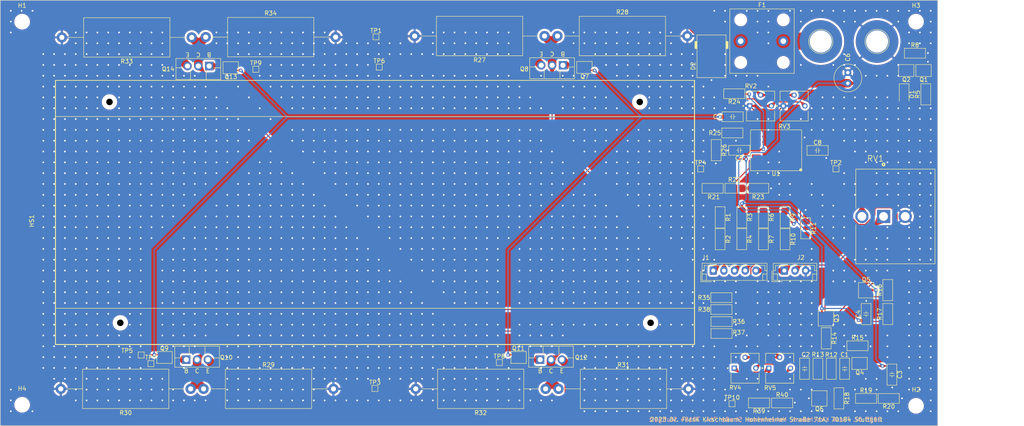
<source format=kicad_pcb>
(kicad_pcb (version 20221018) (generator pcbnew)
  (title_block (title "Self powered active load") (date "2023-04-04") (rev "A2") (company "Dr. Frank Kirschbaum, Hohenheimer Straße 71A, 70184 Suttgart"))
  (layers (0 "F.Cu" signal) (31 "B.Cu" power) (34 "B.Paste" user) (35 "F.Paste" user) (36 "B.SilkS" user "B.Silkscreen") (37 "F.SilkS" user "F.Silkscreen") (38 "B.Mask" user) (39 "F.Mask" user) (44 "Edge.Cuts" user))
  (net 0 "")
  (net 1 "Net-(C1-Pad2)")
  (net 2 "Net-(Q1-C)")
  (net 3 "GNDA")
  (net 4 "Net-(Q4-C)")
  (net 5 "VDC")
  (net 6 "/ctrl")
  (net 7 "Net-(U1-OUT)")
  (net 8 "Net-(U1-IN-)")
  (net 9 "Net-(D1-K)")
  (net 10 "Net-(J3-1)")
  (net 11 "/1A{slash}Turn")
  (net 12 "/100mA{slash}Turn")
  (net 13 "/100Ohm{slash}NTurns")
  (net 14 "/10Ohm{slash}NTurns")
  (net 15 "Net-(J1-Pin_5)")
  (net 16 "Net-(J2-Pin_2)")
  (net 17 "+1V2")
  (net 18 "Net-(Q3-B)")
  (net 19 "Net-(Q3-C)")
  (net 20 "Net-(Q5-E)")
  (net 21 "Net-(Q6-B)")
  (net 22 "Net-(Q7-E)")
  (net 23 "Net-(Q7-C)")
  (net 24 "Net-(Q10-C)")
  (net 25 "Net-(Q10-B)")
  (net 26 "Net-(Q11-E)")
  (net 27 "Net-(Q11-C)")
  (net 28 "Net-(Q1-B)")
  (net 29 "Net-(Q13-E)")
  (net 30 "Net-(Q4-E)")
  (net 31 "Net-(Q13-C)")
  (net 32 "Net-(U1-REF)")
  (net 33 "Net-(U1-RFB)")
  (net 34 "Net-(R1-Pad2)")
  (net 35 "Net-(R3-Pad2)")
  (net 36 "Net-(R6-Pad2)")
  (net 37 "Net-(R10-Pad1)")
  (net 38 "Net-(R22-Pad2)")
  (net 39 "Net-(R24-Pad2)")
  (net 40 "Net-(R35-Pad2)")
  (net 41 "Net-(R39-Pad1)")
  (net 42 "Net-(R40-Pad1)")
  (net 43 "Net-(U1-IN+)")
  (net 44 "Net-(U1-BAL)")
  (footprint "Package_TO_SOT_SMD_AKL:SOT-323_SC-70" (layer "F.Cu") (at 176.433 61.5405 180)
    (fp_text reference "Q7")
    (fp_text value "2SC4117" hide)
  )
  (footprint "Resistor_THT:R_Axial_DIN0922_L20.0mm_D9.0mm_P30.48mm_Horizontal" (layer "F.Cu") (at 87.041 136.9785)
    (fp_text reference "R29")
    (fp_text value "DNP")
  )
  (footprint "Resistor_SMD_AKL:R_1206_3216Metric_Pad1.30x1.75mm_HandSolder" (layer "F.Cu") (at 208.28 101.854 -90)
    (fp_text reference "R2")
    (fp_text value "200R")
  )
  (footprint "Resistor_THT:R_Axial_DIN0922_L20.0mm_D9.0mm_P30.48mm_Horizontal" (layer "F.Cu") (at 170.099 54.1745)
    (fp_text reference "R28")
    (fp_text value "0R22")
  )
  (footprint "TestPoint:TestPoint_Pad_1.0x1.0mm" (layer "F.Cu") (at 127.254 136.906)
    (fp_text reference "TP3")
    (fp_text value "TestPoint")
  )
  (footprint "MountingHole:MountingHole_3.2mm_M3_DIN965" (layer "F.Cu") (at 254.254 140.97)
    (fp_text reference "H2")
    (fp_text value "MountingHole")
  )
  (footprint "Connector_JST:JST_EH_B5B-EH-A_1x05_P2.50mm_Vertical" (layer "F.Cu") (at 206.662 109.22)
    (fp_text reference "J1")
    (fp_text value "Conn_01x05")
  )
  (footprint "Package_TO_SOT_SMD_AKL:SOT-323_SC-70" (layer "F.Cu") (at 77.881 129.6125)
    (fp_text reference "Q9")
    (fp_text value "2SC4117" hide)
  )
  (footprint "Package_SO_AKL:SOIC-14W_7.5x9mm_P1.27mm" (layer "F.Cu") (at 221.404 80.9875 180)
    (fp_text reference "U1")
    (fp_text value "LM10CWM" hide)
  )
  (footprint "Resistor_SMD_AKL:R_1206_3216Metric_Pad1.30x1.75mm_HandSolder" (layer "F.Cu") (at 211.602 67.7065 180)
    (fp_text reference "R24")
    (fp_text value "22k")
  )
  (footprint "Package_TO_SOT_THT_AKL:TO-220F-3_Vertical_BCE" (layer "F.Cu") (at 88.348 61.2115 180)
    (fp_text reference "Q14")
    (fp_text value "BDW94CFP" hide)
  )
  (footprint "Resistor_THT:R_Axial_DIN0922_L20.0mm_D9.0mm_P30.48mm_Horizontal" (layer "F.Cu") (at 84.003 136.9785 180)
    (fp_text reference "R30")
    (fp_text value "0R22")
  )
  (footprint "Capacitor_SMD_AKL:C_1206_3216Metric_Pad1.33x1.80mm_HandSolder" (layer "F.Cu") (at 211.2045 73.1135 180)
    (fp_text reference "C7")
    (fp_text value "100n")
  )
  (footprint "TestPoint:TestPoint_Pad_1.0x1.0mm" (layer "F.Cu") (at 211.074 140.462)
    (fp_text reference "TP10")
    (fp_text value "TestPoint")
  )
  (footprint "Resistor_SMD_AKL:R_1206_3216Metric_Pad1.30x1.75mm_HandSolder" (layer "F.Cu") (at 233.178 125.111 -90)
    (fp_text reference "R14")
    (fp_text value "12k")
  )
  (footprint "Capacitor_THT:C_Radial_D6.3mm_H11.0mm_P2.50mm" (layer "F.Cu") (at 238.252 65.258 90)
    (fp_text reference "C6")
    (fp_text value "10u")
  )
  (footprint "Resistor_SMD_AKL:R_1206_3216Metric_Pad1.30x1.75mm_HandSolder" (layer "F.Cu") (at 223.52 96.722 -90)
    (fp_text reference "R9")
    (fp_text value "68k")
  )
  (footprint "Package_TO_SOT_SMD_AKL:SOT-323_SC-70" (layer "F.Cu") (at 160.971 129.6125)
    (fp_text reference "Q11")
    (fp_text value "2SC4117" hide)
  )
  (footprint "Resistor_SMD_AKL:R_1206_3216Metric_Pad1.30x1.75mm_HandSolder" (layer "F.Cu") (at 208.56 115.57)
    (fp_text reference "R35")
    (fp_text value "10R")
  )
  (footprint "Resistor_SMD_AKL:R_1206_3216Metric_Pad1.30x1.75mm_HandSolder" (layer "F.Cu") (at 222.826 140.285)
    (fp_text reference "R40")
    (fp_text value "1k")
  )
  (footprint "Package_TO_SOT_SMD_AKL:SOT-23" (layer "F.Cu") (at 242.554 113.8375)
    (fp_text reference "Q5")
    (fp_text value "MMBT5401" hide)
  )
  (footprint "Resistor_SMD_AKL:R_1206_3216Metric_Pad1.30x1.75mm_HandSolder" (layer "F.Cu") (at 256.54 67.8545 90)
    (fp_text reference "R5")
    (fp_text value "4k7")
  )
  (footprint "Capacitor_SMD_AKL:C_1206_3216Metric_Pad1.33x1.80mm_HandSolder" (layer "F.Cu") (at 212.768 80.9875 180)
    (fp_text reference "C5")
    (fp_text value "100n")
  )
  (footprint "3362P-1-102LF:TRIM_3362P-1-102LF" (layer "F.Cu") (at 225.644 70.5735)
    (fp_text reference "RV3")
    (fp_text value "1k")
  )
  (footprint "Resistor_SMD_AKL:R_1206_3216Metric_Pad1.30x1.75mm_HandSolder" (layer "F.Cu") (at 228.346 99.288 -90)
    (fp_text reference "R11")
    (fp_text value "10k")
  )
  (footprint "Heatsink:Fischer_Heatsink_LA6_150" (layer "F.Cu") (at 52.2605 64.5645)
    (fp_text reference "HS1")
    (fp_text value "Heatsink")
  )
  (footprint "TestPoint:TestPoint_Pad_1.0x1.0mm" (layer "F.Cu") (at 156.464 130.81)
    (fp_text reference "TP8")
    (fp_text value "TestPoint")
  )
  (footprint "Resistor_THT:R_Axial_DIN0922_L20.0mm_D9.0mm_P30.48mm_Horizontal" (layer "F.Cu") (at 87.549 54.4285)
    (fp_text reference "R34")
    (fp_text value "0R22")
  )
  (footprint "Connector_JST:JST_EH_B3B-EH-A_1x03_P2.50mm_Vertical" (layer "F.Cu") (at 223.346 109.22)
    (fp_text reference "J2")
    (fp_text value "Conn_01x03")
  )
  (footprint "Capacitor_SMD_AKL:C_1206_3216Metric_Pad1.42x1.75mm_HandSolder" (layer "F.Cu") (at 237.49 132.2475 -90)
    (fp_text reference "C1")
    (fp_text value "100n")
  )
  (footprint "Resistor_SMD_AKL:R_1206_3216Metric_Pad1.30x1.75mm_HandSolder" (layer "F.Cu") (at 208.28 96.722 -90)
    (fp_text reference "R1")
    (fp_text value "6k8")
  )
  (footprint "Package_TO_SOT_SMD_AKL:SOT-23" (layer "F.Cu") (at 233.106 120.4185 -90)
    (fp_text reference "Q3")
    (fp_text value "MMBT5401" hide)
  )
  (footprint "TestPoint:TestPoint_Pad_1.0x1.0mm" (layer "F.Cu") (at 74.676 131.064)
    (fp_text reference "TP7")
    (fp_text value "TestPoint")
  )
  (footprint "Resistor_SMD_AKL:R_1206_3216Metric_Pad1.30x1.75mm_HandSolder" (layer "F.Cu") (at 247.618 119.4255 90)
    (fp_text reference "R17")
    (fp_text value "220R")
  )
  (footprint "Fuse:Fuseholder_Cylinder-5x20mm_EATON_HBV_Vertical_Closed" (layer "F.Cu") (at 213.106 55.372)
    (fp_text reference "F1")
    (fp_text value "Fuse")
  )
  (footprint "TestPoint:TestPoint_Pad_1.0x1.0mm" (layer "F.Cu") (at 72.39 129.032)
    (fp_text reference "TP5")
    (fp_text value "TestPoint")
  )
  (footprint "Resistor_SMD_AKL:R_1206_3216Metric_Pad1.30x1.75mm_HandSolder" (layer "F.Cu") (at 218.44 101.854 -90)
    (fp_text reference "R7")
    (fp_text value "15k")
  )
  (footprint "Resistor_THT:R_Axial_DIN0922_L20.0mm_D9.0mm_P30.48mm_Horizontal" (layer "F.Cu") (at 84.257 54.4955 180)
    (fp_text reference "R33")
    (fp_text value "DNP")
  )
  (footprint "Package_TO_SOT_SMD_AKL:SOT-23" (layer "F.Cu") (at 231.56 139.2305 180)
    (fp_text reference "Q6")
    (fp_text value "MMBT5401" hide)
  )
  (footprint "Capacitor_SMD_AKL:C_1206_3216Metric_Pad1.33x1.80mm_HandSolder" (layer "F.Cu") (at 231.14 81.026)
    (fp_text reference "C8")
    (fp_text value "10u")
  )
  (footprint "Resistor_SMD_AKL:R_1206_3216Metric_Pad1.30x1.75mm_HandSolder" (layer "F.Cu") (at 247.858 139.2305 180)
    (fp_text reference "R20")
    (fp_text value "4k7")
  )
  (footprint "Resistor_SMD_AKL:R_1206_3216Metric_Pad1.30x1.75mm_HandSolder" (layer "F.Cu") (at 208.606 123.9905)
    (fp_text reference "R37")
    (fp_text value "10R")
  )
  (footprint "3590S-2-103L:TRIM_3590S-2-103L" (layer "F.Cu") (at 246.634 96.5175)
    (fp_text reference "RV1")
    (fp_text value "R_Potentiometer")
  )
  (footprint "Resistor_SMD_AKL:R_1206_3216Metric_Pad1.30x1.75mm_HandSolder" (layer "F.Cu") (at 247.618 113.8115 90)
    (fp_text reference "R16")
    (fp_text value "10k")
  )
  (footprint "Resistor_SMD_AKL:R_1206_3216Metric_Pad1.30x1.75mm_HandSolder" (layer "F.Cu") (at 217.398 140.285 180)
    (fp_text reference "R39")
    (fp_text value "47R")
  )
  (footprint "Resistor_SMD_AKL:R_1206_3216Metric_Pad1.30x1.75mm_HandSolder" (layer "F.Cu") (at 236.148 139.2045 -90)
    (fp_text reference "R18")
    (fp_text value "100k")
  )
  (footprint "Package_TO_SOT_THT_AKL:TO-220F-3_Vertical_BCE" (layer "F.Cu") (at 171.374 61.0325 180)
    (fp_text reference "Q8")
    (fp_text value "BDW94CFP" hide)
  )
  (footprint "Resistor_SMD_AKL:R_1206_3216Metric_Pad1.30x1.75mm_HandSolder" (layer "F.Cu") (at 231.224666 132.2475 90)
    (fp_text reference "R13")
    (fp_text value "6M5")
  )
  (footprint "Package_TO_SOT_SMD_AKL:SOT-323_SC-70" (layer "F.Cu") (at 93.407 61.6075 180)
    (fp_text reference "Q13")
    (fp_text value "2SC4117" hide)
  )
  (footprint "MountingHole:MountingHole_3.2mm_M3_DIN965" (layer "F.Cu") (at 44.45 50.8)
    (fp_text reference "H1")
    (fp_text value "MountingHole")
  )
  (footprint "Resistor_SMD_AKL:R_1206_3216Metric_Pad1.30x1.75mm_HandSolder" (layer "F.Cu") (at 208.58 118.364)
    (fp_text reference "R38")
    (fp_text value "10R")
  )
  (footprint "3362P-1-102LF:TRIM_3362P-1-102LF" (layer "F.Cu") (at 214.122 132.1185)
    (fp_text reference "RV4")
    (fp_text value "1k")
  )
  (footprint "5uH_LISN:BANANA_CONN" (layer "F.Cu") (at 231.902 55.452 -90)
    (fp_text reference "J3" hide)
    (fp_text value "BANANA_CONN" hide)
  )
  (footprint "Resistor_SMD_AKL:R_1206_3216Metric_Pad1.30x1.75mm_HandSolder" (layer "F.Cu") (at 206.528 89.916)
    (fp_text reference "R21")
    (fp_text value "100k")
  )
  (footprint "Package_TO_SOT_THT_AKL:TO-220F-3_Vertical_BCE" (layer "F.Cu") (at 166.04 130.1205)
    (fp_text reference "Q12")
    (fp_text value "BDW94CFP" hide)
  )
  (footprint "Resistor_SMD_AKL:R_1206_3216Metric_Pad1.30x1.75mm_HandSolder" (layer "F.Cu") (at 211.888 89.916)
    (fp_text reference "R22")
    (fp_text value "10k")
  )
  (footprint "Capacitor_SMD_AKL:C_1206_3216Metric_Pad1.33x1.80mm_HandSolder" (layer "F.Cu") (at 228.092 132.2475 90)
    (fp_text reference "C2")
    (fp_text value "100n" hide)
  )
  (footprint "Package_TO_SOT_THT_AKL:TO-220F-3_Vertical_BCE" (layer "F.Cu") (at 82.982 130.1205)
    (fp_text reference "Q10")
    (fp_text value "BDW94CFP" hide)
  )
  (footprint "TestPoint:TestPoint_Pad_1.0x1.0mm" (layer "F.Cu") (at 127.508 54.356)
    (fp_text reference "TP1")
    (fp_text value "TestPoint")
  )
  (footprint "Resistor_SMD_AKL:R_1206_3216Metric_Pad1.30x1.75mm_HandSolder" (layer "F.Cu") (at 223.52 101.854 -90)
    (fp_text reference "R10")
    (fp_text value "27k")
  )
  (footprint "TestPoint:TestPoint_Pad_1.0x1.0mm" (layer "F.Cu") (at 128.27 61.468)
    (fp_text reference "TP6")
    (fp_text value "TestPoint")
  )
  (footprint "5uH_LISN:BANANA_CONN" (layer "F.Cu") (at 245.11 55.452 -90)
    (fp_text reference "J4" hide)
    (fp_text value "BANANA_CONN" hide)
  )
  (footprint "3362P-1-102LF:TRIM_3362P-1-102LF" (layer "F.Cu") (at 222.25 132.1185)
    (fp_text reference "RV5")
    (fp_text value "100R")
  )
  (footprint "Capacitor_SMD_AKL:C_1206_3216Metric_Pad1.33x1.80mm_HandSolder" (layer "F.Cu") (at 242.538 119.4255 90)
    (fp_text reference "C4")
    (fp_text value "1u")
  )
  (footprint "Resistor_SMD_AKL:R_1206_3216Metric_Pad1.30x1.75mm_HandSolder" (layer "F.Cu") (at 254 58.2025)
    (fp_text reference "R8")
    (fp_text value "100R")
  )
  (footprint "3362P-1-102LF:TRIM_3362P-1-102LF" (layer "F.Cu") (at 217.77 70.5735)
    (fp_text reference "RV2")
    (fp_text value "100R")
  )
  (footprint "Resistor_SMD_AKL:R_1206_3216Metric_Pad1.30x1.75mm_HandSolder" (layer "F.Cu") (at 234.357332 132.2475 -90)
    (fp_text reference "R12")
    (fp_text value "1k")
  )
  (footprint "MountingHole:MountingHole_3.2mm_M3_DIN965" (layer "F.Cu") (at 44.45 140.716)
    (fp_text reference "H4")
    (fp_text value "MountingHole")
  )
  (footprint "Package_TO_SOT_SMD_AKL:SOT-323_SC-70" (layer "F.Cu") (at 241.004 131.014 180)
    (fp_text reference "Q4")
    (fp_text value "2SC4117" hide)
  )
  (footprint "Capacitor_SMD_AKL:C_1206_3216Metric_Pad1.33x1.80mm_HandSolder" (layer "F.Cu") (at 248.594 133.6425 -90)
    (fp_text reference "C3")
    (fp_text value "1u")
  )
  (footprint "TestPoint:TestPoint_Pad_1.0x1.0mm" (layer "F.Cu") (at 235.458 85.344)
    (fp_text reference "TP2")
    (fp_text value "TestPoint")
  )
  (footprint "TestPoint:TestPoint_Pad_1.0x1.0mm" (layer "F.Cu") (at 99.314 61.976)
    (fp_text reference "TP9")
    (fp_text value "TestPoint")
  )
  (footprint "Diode_SMD_AKL:D_SMC" (layer "F.Cu") (at 206.248 58.928 -90)
    (fp_text reference "D2")
    (fp_text value "SMCJ54A" hide)
  )
  (footprint "Package_TO_SOT_SMD_AKL:SOT-323_SC-70" (layer "F.Cu") (at 251.952 62.2665 180)
    (fp_text reference "Q2")
    (fp_text value "2SC4117" hide)
  )
  (footprint "Resistor_SMD_AKL:R_1206_3216Metric_Pad1.30x1.75mm_HandSolder" (layer "F.Cu") (at 242.524 139.2305)
    (fp_text reference "R19")
    (fp_text value "10k")
  )
  (footprint "MountingHole:MountingHole_3.2mm_M3_DIN965" (layer "F.Cu") (at 254.254 50.8)
    (fp_text reference "H3")
    (fp_text value "MountingHole")
  )
  (footprint "LED_SMD:LED_1206_3216Metric_Pad1.42x1.75mm_HandSolder" (layer "F.Cu") (at 251.46 67.8545 -90)
    (fp_text reference "D1")
    (fp_text value "LED")
  )
  (footprint "Package_TO_SOT_SMD_AKL:SOT-323_SC-70" (layer "F.Cu") (at 256.016 62.2665 180)
    (fp_text reference "Q1")
    (fp_text value "2SC4117" hide)
  )
  (footprint "Resistor_SMD_AKL:R_1206_3216Metric_Pad1.30x1.75mm_HandSolder" (layer "F.Cu") (at 240.512 126.875)
    (fp_text reference "R15")
    (fp_text value "15k")
  )
  (footprint "Resistor_SMD_AKL:R_1206_3216Metric_Pad1.30x1.75mm_HandSolder" (layer "F.Cu") (at 211.14 76.9235 180)
    (fp_text reference "R25")
    (fp_text value "4k7")
  )
  (footprint "Resistor_SMD_AKL:R_1206_3216Metric_Pad1.30x1.75mm_HandSolder" (layer "F.Cu") (at 218.44 96.722 -90)
    (fp_text reference "R6")
    (fp_text value "100k")
  )
  (footprint "TestPoint:TestPoint_Pad_1.0x1.0mm" (layer "F.Cu") (at 203.708 85.344)
    (fp_text reference "TP4")
    (fp_text value "TestPoint")
  )
  (footprint "Resistor_SMD_AKL:R_1206_3216Metric_Pad1.30x1.75mm_HandSolder" (layer "F.Cu") (at 213.36 101.828 -90)
    (fp_text reference "R4")
    (fp_text value "15k")
  )
  (footprint "Resistor_THT:R_Axial_DIN0922_L20.0mm_D9.0mm_P30.48mm_Horizontal" (layer "F.Cu") (at 167.315 136.9785 180)
    (fp_text reference "R32")
    (fp_text value "0R22")
  )
  (footprint "Resistor_SMD_AKL:R_1206_3216Metric_Pad1.30x1.75mm_HandSolder" (layer "F.Cu") (at 217.196 89.916)
    (fp_text reference "R23")
    (fp_text value "10k")
  )
  (footprint "Resistor_SMD_AKL:R_1206_3216Metric_Pad1.30x1.75mm_HandSolder" (layer "F.Cu") (at 213.36 96.722 -90)
    (fp_text reference "R3")
    (fp_text value "100k")
  )
  (footprint "Resistor_SMD_AKL:R_1206_3216Metric_Pad1.30x1.75mm_HandSolder" (layer "F.Cu") (at 208.606 121.1965)
    (fp_text reference "R36")
    (fp_text value "10R")
  )
  (footprint "Resistor_THT:R_Axial_DIN0922_L20.0mm_D9.0mm_P30.48mm_Horizontal" (layer "F.Cu") (at 170.353 136.9785)
    (fp_text reference "R31")
    (fp_text value "DNP")
  )
  (footprint "Resistor_SMD_AKL:R_1206_3216Metric_Pad1.30x1.75mm_HandSolder" (layer "F.Cu") (at 207.356 80.9615 -90)
    (fp_text reference "R26")
    (fp_text value "6k8")
  )
  (footprint "Resistor_THT:R_Axial_DIN0922_L20.0mm_D9.0mm_P30.48mm_Horizontal" (layer "F.Cu") (at 167.061 54.1745 180)
    (fp_text reference "R27")
    (fp_text value "DNP")
  )
  (gr_line (start 259.334 45.79) (end 39.334 45.79) (stroke (width 0.15)) (layer "Edge.Cuts"))
  (gr_line (start 39.334 45.79) (end 39.334 145.64) (stroke (width 0.15)) (layer "Edge.Cuts"))
  (gr_line (start 259.334 145.64) (end 39.334 145.64) (stroke (width 0.15)) (layer "Edge.Cuts"))
  (gr_line (start 259.334 145.64) (end 259.334 45.79) (stroke (width 0.15)) (layer "Edge.Cuts"))
  (gr_text "2023 Dr. Frank Kirschbaum, Hohenheimer Straße 71A, 70184 Stuttgart" (at 246.25 144.75) (layer "B.SilkS") (effects (font (size 1 1)) (justify left bottom mirror)))
  (gr_text "2023 Dr. Frank Kirschbaum, Hohenheimer Straße 71A, 70184 Stuttgart" (at 191.75 144.75) (layer "F.SilkS") (effects (font (size 1 1)) (justify left bottom)))
  (segment (start 228.092 133.81) (end 231.212166 133.81) (width 0.25) (layer "F.Cu") (net 1))
  (segment (start 237.4275 133.7975) (end 237.49 133.735) (width 0.25) (layer "F.Cu") (net 1))
  (segment (start 234.357332 133.7975) (end 237.4275 133.7975) (width 0.25) (layer "F.Cu") (net 1))
  (segment (start 231.212166 133.81) (end 231.224666 133.7975) (width 0.25) (layer "F.Cu") (net 1))
  (segment (start 231.224666 133.7975) (end 234.357332 133.7975) (width 0.25) (layer "F.Cu") (net 1))
  (segment (start 255.016 62.2665) (end 253.602 62.2665) (width 0.25) (layer "F.Cu") (net 2))
  (segment (start 256.54 63.7905) (end 255.016 62.2665) (width 0.25) (layer "F.Cu") (net 2))
  (segment (start 256.54 66.3045) (end 256.54 63.7905) (width 0.25) (layer "F.Cu") (net 2))
  (segment (start 253.602 62.2665) (end 252.952 62.9165) (width 0.25) (layer "F.Cu") (net 2))
  (segment (start 233.172 82.804) (end 233.172 81.4955) (width 0.25) (layer "F.Cu") (net 3))
  (segment (start 233.172 81.4955) (end 232.7025 81.026) (width 0.25) (layer "F.Cu") (net 3))
  (segment (start 257.048 60.198) (end 257.048 61.5845) (width 0.25) (layer "F.Cu") (net 3))
  (segment (start 136.7625 136.906) (end 136.835 136.9785) (width 0.25) (layer "F.Cu") (net 3))
  (segment (start 248.666 136.652) (end 248.666 135.277) (width 0.25) (layer "F.Cu") (net 3))
  (segment (start 207.264 82.6035) (end 207.356 82.5115) (width 0.25) (layer "F.Cu") (net 3))
  (segment (start 211.167 81.026) (end 211.2055 80.9875) (width 0.25) (layer "F.Cu") (net 3))
  (segment (start 235.458 85.09) (end 235.458 85.344) (width 0.25) (layer "F.Cu") (net 3))
  (segment (start 249.4465 139.192) (end 249.408 139.2305) (width 0.25) (layer "F.Cu") (net 3))
  (segment (start 229.108 139.192) (end 230.5215 139.192) (width 0.25) (layer "F.Cu") (net 3))
  (segment (start 257.048 58.166) (end 255.5865 58.166) (width 0.25) (layer "F.Cu") (net 3))
  (segment (start 228.346 94.996) (end 228.346 97.738) (width 0.25) (layer "F.Cu") (net 3))
  (segment (start 224.453 140.208) (end 224.376 140.285) (width 0.25) (layer "F.Cu") (net 3))
  (segment (start 242.57 116.332) (end 242.57 117.831) (width 0.25) (layer "F.Cu") (net 3))
  (segment (start 230.5215 139.192) (end 230.56 139.2305) (width 0.25) (layer "F.Cu") (net 3))
  (segment (start 117.5935 136.906) (end 117.521 136.9785) (width 0.25) (layer "F.Cu") (net 3))
  (segment (start 242.187 127) (end 242.062 126.875) (width 0.25) (layer "F.Cu") (net 3))
  (segment (start 206.248 64.516) (end 206.248 62.328) (width 0.25) (layer "F.Cu") (net 3))
  (segment (start 207.264 84.074) (end 207.264 82.6035) (width 0.25) (layer "F.Cu") (net 3))
  (segment (start 220.218 89.916) (end 218.746 89.916) (width 0.25) (layer "F.Cu") (net 3))
  (segment (start 228.092 77.978) (end 226.5235 77.978) (width 0.25) (layer "F.Cu") (net 3))
  (segment (start 136.3995 54.356) (end 136.581 54.1745) (width 0.25) (layer "F.Cu") (net 3))
  (segment (start 118.1015 54.356) (end 118.029 54.4285) (width 0.25) (layer "F.Cu") (net 3))
  (segment (start 127.508 54.356) (end 118.1015 54.356) (width 0.25) (layer "F.Cu") (net 3))
  (segment (start 255.5865 58.166) (end 255.55 58.2025) (width 0.25) (layer "F.Cu") (net 3))
  (segment (start 250.952 139.192) (end 249.4465 139.192) (width 0.25) (layer "F.Cu") (net 3))
  (segment (start 243.586 127) (end 242.187 127) (width 0.25) (layer "F.Cu") (net 3))
  (segment (start 248.666 135.277) (end 248.594 135.205) (width 0.25) (layer "F.Cu") (net 3))
  (segment (start 215.23 70.5735) (end 216.166 71.5095) (width 0.25) (layer "F.Cu") (net 3))
  (segment (start 210.058 81.026) (end 211.167 81.026) (width 0.25) (layer "F.Cu") (net 3))
  (segment (start 127.254 136.906) (end 117.5935 136.906) (width 0.25) (layer "F.Cu") (net 3))
  (segment (start 225.806 140.208) (end 224.453 140.208) (width 0.25) (layer "F.Cu") (net 3))
  (segment (start 226.5235 77.978) (end 226.054 78.4475) (width 0.25) (layer "F.Cu") (net 3))
  (segment (start 231.14 129.286) (end 231.14 130.612834) (width 0.25) (layer "F.Cu") (net 3))
  (segment (start 222.168 71.5095) (end 223.104 70.5735) (width 0.25) (layer "F.Cu") (net 3))
  (segment (start 228.092 129.286) (end 228.092 130.685) (width 0.25) (layer "F.Cu") (net 3))
  (segment (start 233.172 82.804) (end 235.458 85.09) (width 0.25) (layer "F.Cu") (net 3))
  (segment (start 127.508 54.356) (end 136.3995 54.356) (width 0.25) (layer "F.Cu") (net 3))
  (segment (start 127.254 136.906) (end 136.7625 136.906) (width 0.25) (layer "F.Cu") (net 3))
  (segment (start 216.166 71.5095) (end 222.168 71.5095) (width 0.25) (layer "F.Cu") (net 3))
  (segment (start 257.048 61.5845) (end 257.016 61.6165) (width 0.25) (layer "F.Cu") (net 3))
  (segment (start 242.57 117.831) (end 242.538 117.863) (width 0.25) (layer "F.Cu") (net 3))
  (segment (start 231.14 130.612834) (end 231.224666 130.6975) (width 0.25) (layer "F.Cu") (net 3))
  (via (at 252.619 81.275) (size 0.8) (drill 0.4) (layers "F.Cu" "B.Cu") (net 3))
  (via (at 57.039 53.335) (size 0.8) (drill 0.4) (layers "F.Cu" "B.Cu") (net 3))
  (via (at 110.379 55.875) (size 0.8) (drill 0.4) (layers "F.Cu" "B.Cu") (net 3))
  (via (at 135.779 78.735) (size 0.8) (drill 0.4) (layers "F.Cu" "B.Cu") (net 3))
  (via (at 105.299 101.595) (size 0.8) (drill 0.4) (layers "F.Cu" "B.Cu") (net 3))
  (via (at 54.499 116.835) (size 0.8) (drill 0.4) (layers "F.Cu" "B.Cu") (net 3))
  (via (at 79.899 83.815) (size 0.8) (drill 0.4) (layers "F.Cu" "B.Cu") (net 3))
  (via (at 59.579 88.895) (size 0.8) (drill 0.4) (layers "F.Cu" "B.Cu") (net 3))
  (via (at 148.479 139.695) (size 0.8) (drill 0.4) (layers "F.Cu" "B.Cu") (net 3))
  (via (at 153.559 109.215) (size 0.8) (drill 0.4) (layers "F.Cu" "B.Cu") (net 3))
  (via (at 161.179 114.295) (size 0.8) (drill 0.4) (layers "F.Cu" "B.Cu") (net 3))
  (via (at 219.599 142.235) (size 0.8) (drill 0.4) (layers "F.Cu" "B.Cu") (net 3))
  (via (at 133.239 63.495) (size 0.8) (drill 0.4) (layers "F.Cu" "B.Cu") (net 3))
  (via (at 49.419 88.895) (size 0.8) (drill 0.4) (layers "F.Cu" "B.Cu") (net 3))
  (via (at 201.819 114.295) (size 0.8) (drill 0.4) (layers "F.Cu" "B.Cu") (net 3))
  (via (at 90.059 99.055) (size 0.8) (drill 0.4) (layers "F.Cu" "B.Cu") (net 3))
  (via (at 69.739 66.035) (size 0.8) (drill 0.4) (layers "F.Cu" "B.Cu") (net 3))
  (via (at 189.119 139.695) (size 0.8) (drill 0.4) (layers "F.Cu" "B.Cu") (net 3))
  (via (at 148.479 63.495) (size 0.8) (drill 0.4) (layers "F.Cu" "B.Cu") (net 3))
  (via (at 166.259 86.355) (size 0.8) (drill 0.4) (layers "F.Cu" "B.Cu") (net 3))
  (via (at 133.239 91.435) (size 0.8) (drill 0.4) (layers "F.Cu" "B.Cu") (net 3))
  (via (at 79.899 139.695) (size 0.8) (drill 0.4) (layers "F.Cu" "B.Cu") (net 3))
  (via (at 135.779 114.295) (size 0.8) (drill 0.4) (layers "F.Cu" "B.Cu") (net 3))
  (via (at 77.359 126.995) (size 0.8) (drill 0.4) (layers "F.Cu" "B.Cu") (net 3))
  (via (at 125.619 104.135) (size 0.8) (drill 0.4) (layers "F.Cu" "B.Cu") (net 3))
  (via (at 112.919 93.975) (size 0.8) (drill 0.4) (layers "F.Cu" "B.Cu") (net 3))
  (via (at 105.299 63.495) (size 0.8) (drill 0.4) (layers "F.Cu" "B.Cu") (net 3))
  (via (at 102.759 66.035) (size 0.8) (drill 0.4) (layers "F.Cu" "B.Cu") (net 3))
  (via (at 250.079 60.955) (size 0.8) (drill 0.4) (layers "F.Cu" "B.Cu") (net 3))
  (via (at 176.419 129.535) (size 0.8) (drill 0.4) (layers "F.Cu" "B.Cu") (net 3))
  (via (at 87.519 119.375) (size 0.8) (drill 0.4) (layers "F.Cu" "B.Cu") (net 3))
  (via (at 138.319 129.535) (size 0.8) (drill 0.4) (layers "F.Cu" "B.Cu") (net 3))
  (via (at 72.279 73.655) (size 0.8) (drill 0.4) (layers "F.Cu" "B.Cu") (net 3))
  (via (at 239.919 73.655) (size 0.8) (drill 0.4) (layers "F.Cu" "B.Cu") (net 3))
  (via (at 107.839 124.455) (size 0.8) (drill 0.4) (layers "F.Cu" "B.Cu") (net 3))
  (via (at 57.039 78.735) (size 0.8) (drill 0.4) (layers "F.Cu" "B.Cu") (net 3))
  (via (at 74.819 99.055) (size 0.8) (drill 0.4) (layers "F.Cu" "B.Cu") (net 3))
  (via (at 244.999 73.655) (size 0.8) (drill 0.4) (layers "F.Cu" "B.Cu") (net 3))
  (via (at 69.739 86.355) (size 0.8) (drill 0.4) (layers "F.Cu" "B.Cu") (net 3))
  (via (at 49.419 63.495) (size 0.8) (drill 0.4) (layers "F.Cu" "B.Cu") (net 3))
  (via (at 128.159 63.495) (size 0.8) (drill 0.4) (layers "F.Cu" "B.Cu") (net 3))
  (via (at 128.159 99.055) (size 0.8) (drill 0.4) (layers "F.Cu" "B.Cu") (net 3))
  (via (at 163.719 88.895) (size 0.8) (drill 0.4) (layers "F.Cu" "B.Cu") (net 3))
  (via (at 87.519 121.915) (size 0.8) (drill 0.4) (layers "F.Cu" "B.Cu") (net 3))
  (via (at 234.839 76.195) (size 0.8) (drill 0.4) (layers "F.Cu" "B.Cu") (net 3))
  (via (at 186.579 99.055) (size 0.8) (drill 0.4) (layers "F.Cu" "B.Cu") (net 3))
  (via (at 206.899 111.755) (size 0.8) (drill 0.4) (layers "F.Cu" "B.Cu") (net 3))
  (via (at 176.419 101.595) (size 0.8) (drill 0.4) (layers "F.Cu" "B.Cu") (net 3))
  (via (at 143.399 55.875) (size 0.8) (drill 0.4) (layers "F.Cu" "B.Cu") (net 3))
  (via (at 135.779 88.895) (size 0.8) (drill 0.4) (layers "F.Cu" "B.Cu") (net 3))
  (via (at 181.499 121.915) (size 0.8) (drill 0.4) (layers "F.Cu" "B.Cu") (net 3))
  (via (at 90.059 109.215) (size 0.8) (drill 0.4) (layers "F.Cu" "B.Cu") (net 3))
  (via (at 115.459 139.695) (size 0.8) (drill 0.4) (layers "F.Cu" "B.Cu") (net 3))
  (via (at 163.719 86.355) (size 0.8) (drill 0.4) (layers "F.Cu" "B.Cu") (net 3))
  (via (at 156.099 137.155) (size 0.8) (drill 0.4) (layers "F.Cu" "B.Cu") (net 3))
  (via (at 151.019 104.135) (size 0.8) (drill 0.4) (layers "F.Cu" "B.Cu") (net 3))
  (via (at 138.319 81.275) (size 0.8) (drill 0.4) (layers "F.Cu" "B.Cu") (net 3))
  (via (at 214.519 142.235) (size 0.8) (drill 0.4) (layers "F.Cu" "B.Cu") (net 3))
  (via (at 57.039 104.135) (size 0.8) (drill 0.4) (layers "F.Cu" "B.Cu") (net 3))
  (via (at 255.159 109.215) (size 0.8) (drill 0.4) (layers "F.Cu" "B.Cu") (net 3))
  (via (at 244.999 101.595) (size 0.8) (drill 0.4) (layers "F.Cu" "B.Cu") (net 3))
  (via (at 92.599 76.195) (size 0.8) (drill 0.4) (layers "F.Cu" "B.Cu") (net 3))
  (via (at 59.579 66.035) (size 0.8) (drill 0.4) (layers "F.Cu" "B.Cu") (net 3))
  (via (at 255.159 137.155) (size 0.8) (drill 0.4) (layers "F.Cu" "B.Cu") (net 3))
  (via (at 158.639 76.195) (size 0.8) (drill 0.4) (layers "F.Cu" "B.Cu") (net 3))
  (via (at 257.699 83.815) (size 0.8) (drill 0.4) (layers "F.Cu" "B.Cu") (net 3))
  (via (at 123.079 71.115) (size 0.8) (drill 0.4) (layers "F.Cu" "B.Cu") (net 3))
  (via (at 107.839 137.155) (size 0.8) (drill 0.4) (layers "F.Cu" "B.Cu") (net 3))
  (via (at 206.899 132.075) (size 0.8) (drill 0.4) (layers "F.Cu" "B.Cu") (net 3))
  (via (at 156.099 63.495) (size 0.8) (drill 0.4) (layers "F.Cu" "B.Cu") (net 3))
  (via (at 69.739 60.955) (size 0.8) (drill 0.4) (layers "F.Cu" "B.Cu") (net 3))
  (via (at 72.279 116.835) (size 0.8) (drill 0.4) (layers "F.Cu" "B.Cu") (net 3))
  (via (at 199.279 96.515) (size 0.8) (drill 0.4) (layers "F.Cu" "B.Cu") (net 3))
  (via (at 255.159 129.535) (size 0.8) (drill 0.4) (layers "F.Cu" "B.Cu") (net 3))
  (via (at 250.079 88.895) (size 0.8) (drill 0.4) (layers "F.Cu" "B.Cu") (net 3))
  (via (at 237.379 99.055) (size 0.8) (drill 0.4) (layers "F.Cu" "B.Cu") (net 3))
  (via (at 110.379 121.915) (size 0.8) (drill 0.4) (layers "F.Cu" "B.Cu") (net 3))
  (via (at 176.419 81.275) (size 0.8) (drill 0.4) (layers "F.Cu" "B.Cu") (net 3))
  (via (at 77.359 111.755) (size 0.8) (drill 0.4) (layers "F.Cu" "B.Cu") (net 3))
  (via (at 247.539 126.995) (size 0.8) (drill 0.4) (layers "F.Cu" "B.Cu") (net 3))
  (via (at 135.779 99.055) (size 0.8) (drill 0.4) (layers "F.Cu" "B.Cu") (net 3))
  (via (at 161.179 68.575) (size 0.8) (drill 0.4) (layers "F.Cu" "B.Cu") (net 3))
  (via (at 97.679 121.915) (size 0.8) (drill 0.4) (layers "F.Cu" "B.Cu") (net 3))
  (via (at 107.839 119.375) (size 0.8) (drill 0.4) (layers "F.Cu" "B.Cu") (net 3))
  (via (at 176.419 139.695) (size 0.8) (drill 0.4) (layers "F.Cu" "B.Cu") (net 3))
  (via (at 178.959 96.515) (size 0.8) (drill 0.4) (layers "F.Cu" "B.Cu") (net 3))
  (via (at 140.859 111.755) (size 0.8) (drill 0.4) (layers "F.Cu" "B.Cu") (net 3))
  (via (at 120.539 78.735) (size 0.8) (drill 0.4) (layers "F.Cu" "B.Cu") (net 3))
  (via (at 69.739 137.155) (size 0.8) (drill 0.4) (layers "F.Cu" "B.Cu") (net 3))
  (via (at 97.679 139.695) (size 0.8) (drill 0.4) (layers "F.Cu" "B.Cu") (net 3))
  (via (at 51.959 78.735) (size 0.8) (drill 0.4) (layers "F.Cu" "B.Cu") (net 3))
  (via (at 117.999 116.835) (size 0.8) (drill 0.4) (layers "F.Cu" "B.Cu") (net 3))
  (via (at 87.519 78.735) (size 0.8) (drill 0.4) (layers "F.Cu" "B.Cu") (net 3))
  (via (at 196.739 137.155) (size 0.8) (drill 0.4) (layers "F.Cu" "B.Cu") (net 3))
  (via (at 186.579 142.235) (size 0.8) (drill 0.4) (layers "F.Cu" "B.Cu") (net 3))
  (via (at 133.239 124.455) (size 0.8) (drill 0.4) (layers "F.Cu" "B.Cu") (net 3))
  (via (at 74.819 93.975) (size 0.8) (drill 0.4) (layers "F.Cu" "B.Cu") (net 3))
  (via (at 100.219 137.155) (size 0.8) (drill 0.4) (layers "F.Cu" "B.Cu") (net 3))
  (via (at 128.159 83.815) (size 0.8) (drill 0.4) (layers "F.Cu" "B.Cu") (net 3))
  (via (at 217.059 137.155) (size 0.8) (drill 0.4) (layers "F.Cu" "B.Cu") (net 3))
  (via (at 112.919 91.435) (size 0.8) (drill 0.4) (layers "F.Cu" "B.Cu") (net 3))
  (via (at 90.059 73.655) (size 0.8) (drill 0.4) (layers "F.Cu" "B.Cu") (net 3))
  (via (at 115.459 71.115) (size 0.8) (drill 0.4) (layers "F.Cu" "B.Cu") (net 3))
  (via (at 148.479 93.975) (size 0.8) (drill 0.4) (layers "F.Cu" "B.Cu") (net 3))
  (via (at 133.239 96.515) (size 0.8) (drill 0.4) (layers "F.Cu" "B.Cu") (net 3))
  (via (at 130.699 66.035) (size 0.8) (drill 0.4) (layers "F.Cu" "B.Cu") (net 3))
  (via (at 168.799 101.595) (size 0.8) (drill 0.4) (layers "F.Cu" "B.Cu") (net 3))
  (via (at 217.059 116.835) (size 0.8) (drill 0.4) (layers "F.Cu" "B.Cu") (net 3))
  (via (at 242.459 63.495) (size 0.8) (drill 0.4) (layers "F.Cu" "B.Cu") (net 3))
  (via (at 178.959 55.875) (size 0.8) (drill 0.4) (layers "F.Cu" "B.Cu") (net 3))
  (via (at 151.019 55.875) (size 0.8) (drill 0.4) (layers "F.Cu" "B.Cu") (net 3))
  (via (at 41.799 53.335) (size 0.8) (drill 0.4) (layers "F.Cu" "B.Cu") (net 3))
  (via (at 72.279 58.415) (size 0.8) (drill 0.4) (layers "F.Cu" "B.Cu") (net 3))
  (via (at 201.819 86.355) (size 0.8) (drill 0.4) (layers "F.Cu" "B.Cu") (net 3))
  (via (at 148.479 101.595) (size 0.8) (drill 0.4) (layers "F.Cu" "B.Cu") (net 3))
  (via (at 95.139 111.755) (size 0.8) (drill 0.4) (layers "F.Cu" "B.Cu") (net 3))
  (via (at 143.399 81.275) (size 0.8) (drill 0.4) (layers "F.Cu" "B.Cu") (net 3))
  (via (at 181.499 101.595) (size 0.8) (drill 0.4) (layers "F.Cu" "B.Cu") (net 3))
  (via (at 90.059 83.815) (size 0.8) (drill 0.4) (layers "F.Cu" "B.Cu") (net 3))
  (via (at 84.979 119.375) (size 0.8) (drill 0.4) (layers "F.Cu" "B.Cu") (net 3))
  (via (at 181.499 111.755) (size 0.8) (drill 0.4) (layers "F.Cu" "B.Cu") (net 3))
  (via (at 62.119 88.895) (size 0.8) (drill 0.4) (layers "F.Cu" "B.Cu") (net 3))
  (via (at 191.659 134.615) (size 0.8) (drill 0.4) (layers "F.Cu" "B.Cu") (net 3))
  (via (at 128.159 134.615) (size 0.8) (drill 0.4) (layers "F.Cu" "B.Cu") (net 3))
  (via (at 257.699 101.595) (size 0.8) (drill 0.4) (layers "F.Cu" "B.Cu") (net 3))
  (via (at 112.919 129.535) (size 0.8) (drill 0.4) (layers "F.Cu" "B.Cu") (net 3))
  (via (at 196.739 55.875) (size 0.8) (drill 0.4) (layers "F.Cu" "B.Cu") (net 3))
  (via (at 110.379 93.975) (size 0.8) (drill 0.4) (layers "F.Cu" "B.Cu") (net 3))
  (via (at 163.719 124.455) (size 0.8) (drill 0.4) (layers "F.Cu" "B.Cu") (net 3))
  (via (at 148.479 132.075) (size 0.8) (drill 0.4) (layers "F.Cu" "B.Cu") (net 3))
  (via (at 115.459 78.735) (size 0.8) (drill 0.4) (layers "F.Cu" "B.Cu") (net 3))
  (via (at 112.919 114.295) (size 0.8) (drill 0.4) (layers "F.Cu" "B.Cu") (net 3))
  (via (at 100.219 106.675) (size 0.8) (drill 0.4) (layers "F.Cu" "B.Cu") (net 3))
  (via (at 201.819 83.815) (size 0.8) (drill 0.4) (layers "F.Cu" "B.Cu") (net 3))
  (via (at 46.879 48.255) (size 0.8) (drill 0.4) (layers "F.Cu" "B.Cu") (net 3))
  (via (at 44.339 48.255) (size 0.8) (drill 0.4) (layers "F.Cu" "B.Cu") (net 3))
  (via (at 135.779 139.695) (size 0.8) (drill 0.4) (layers "F.Cu" "B.Cu") (net 3))
  (via (at 186.579 109.215) (size 0.8) (drill 0.4) (layers "F.Cu" "B.Cu") (net 3))
  (via (at 151.019 99.055) (size 0.8) (drill 0.4) (layers "F.Cu" "B.Cu") (net 3))
  (via (at 237.379 86.355) (size 0.8) (drill 0.4) (layers "F.Cu" "B.Cu") (net 3))
  (via (at 191.659 53.335) (size 0.8) (drill 0.4) (layers "F.Cu" "B.Cu") (net 3))
  (via (at 143.399 68.575) (size 0.8) (drill 0.4) (layers "F.Cu" "B.Cu") (net 3))
  (via (at 252.619 53.335) (size 0.8) (drill 0.4) (layers "F.Cu" "B.Cu") (net 3))
  (via (at 237.379 88.895) (size 0.8) (drill 0.4) (layers "F.Cu" "B.Cu") (net 3))
  (via (at 82.439 76.195) (size 0.8) (drill 0.4) (layers "F.Cu" "B.Cu") (net 3))
  (via (at 59.579 132.075) (size 0.8) (drill 0.4) (layers "F.Cu" "B.Cu") (net 3))
  (via (at 171.339 121.915) (size 0.8) (drill 0.4) (layers "F.Cu" "B.Cu") (net 3))
  (via (at 145.939 88.895) (size 0.8) (drill 0.4) (layers "F.Cu" "B.Cu") (net 3))
  (via (at 69.739 114.295) (size 0.8) (drill 0.4) (layers "F.Cu" "B.Cu") (net 3))
  (via (at 211.979 111.755) (size 0.8) (drill 0.4) (layers "F.Cu" "B.Cu") (net 3))
  (via (at 181.499 104.135) (size 0.8) (drill 0.4) (layers "F.Cu" "B.Cu") (net 3))
  (via (at 97.679 124.455) (size 0.8) (drill 0.4) (layers "F.Cu" "B.Cu") (net 3))
  (via (at 72.279 137.155) (size 0.8) (drill 0.4) (layers "F.Cu" "B.Cu") (net 3))
  (via (at 194.199 109.215) (size 0.8) (drill 0.4) (layers "F.Cu" "B.Cu") (net 3))
  (via (at 140.859 96.515) (size 0.8) (drill 0.4) (layers "F.Cu" "B.Cu") (net 3))
  (via (at 100.219 91.435) (size 0.8) (drill 0.4) (layers "F.Cu" "B.Cu") (net 3))
  (via (at 176.419 91.435) (size 0.8) (drill 0.4) (layers "F.Cu" "B.Cu") (net 3))
  (via (at 257.699 106.675) (size 0.8) (drill 0.4) (layers "F.Cu" "B.Cu") (net 3))
  (via (at 163.719 139.695) (size 0.8) (drill 0.4) (layers "F.Cu" "B.Cu") (net 3))
  (via (at 189.119 129.535) (size 0.8) (drill 0.4) (layers "F.Cu" "B.Cu") (net 3))
  (via (at 107.839 139.695) (size 0.8) (drill 0.4) (layers "F.Cu" "B.Cu") (net 3))
  (via (at 178.959 129.535) (size 0.8) (drill 0.4) (layers "F.Cu" "B.Cu") (net 3))
  (via (at 77.359 106.675) (size 0.8) (drill 0.4) (layers "F.Cu" "B.Cu") (net 3))
  (via (at 51.959 101.595) (size 0.8) (drill 0.4) (layers "F.Cu" "B.Cu") (net 3))
  (via (at 41.799 50.795) (size 0.8) (drill 0.4) (layers "F.Cu" "B.Cu") (net 3))
  (via (at 181.499 86.355) (size 0.8) (drill 0.4) (layers "F.Cu" "B.Cu") (net 3))
  (via (at 59.579 101.595) (size 0.8) (drill 0.4) (layers "F.Cu" "B.Cu") (net 3))
  (via (at 181.499 58.415) (size 0.8) (drill 0.4) (layers "F.Cu" "B.Cu") (net 3))
  (via (at 148.479 66.035) (size 0.8) (drill 0.4) (layers "F.Cu" "B.Cu") (net 3))
  (via (at 219.599 50.795) (size 0.8) (drill 0.4) (layers "F.Cu" "B.Cu") (net 3))
  (via (at 153.559 63.495) (size 0.8) (drill 0.4) (layers "F.Cu" "B.Cu") (net 3))
  (via (at 184.039 53.335) (size 0.8) (drill 0.4) (layers "F.Cu" "B.Cu") (net 3))
  (via (at 74.819 101.595) (size 0.8) (drill 0.4) (layers "F.Cu" "B.Cu") (net 3))
  (via (at 67.199 106.675) (size 0.8) (drill 0.4) (layers "F.Cu" "B.Cu") (net 3))
  (via (at 57.039 88.895) (size 0.8) (drill 0.4) (layers "F.Cu" "B.Cu") (net 3))
  (via (at 87.519 73.655) (size 0.8) (drill 0.4) (layers "F.Cu" "B.Cu") (net 3))
  (via (at 115.459 121.915) (size 0.8) (drill 0.4) (layers "F.Cu" "B.Cu") (net 3))
  (via (at 191.659 86.355) (size 0.8) (drill 0.4) (layers "F.Cu" "B.Cu") (net 3))
  (via (at 130.699 68.575) (size 0.8) (drill 0.4) (layers "F.Cu" "B.Cu") (net 3))
  (via (at 90.059 81.275) (size 0.8) (drill 0.4) (layers "F.Cu" "B.Cu") (net 3))
  (via (at 143.399 71.115) (size 0.8) (drill 0.4) (layers "F.Cu" "B.Cu") (net 3))
  (via (at 247.539 129.535) (size 0.8) (drill 0.4) (layers "F.Cu" "B.Cu") (net 3))
  (via (at 59.579 60.955) (size 0.8) (drill 0.4) (layers "F.Cu" "B.Cu") (net 3))
  (via (at 145.939 78.735) (size 0.8) (drill 0.4) (layers "F.Cu" "B.Cu") (net 3))
  (via (at 62.119 91.435) (size 0.8) (drill 0.4) (layers "F.Cu" "B.Cu") (net 3))
  (via (at 51.959 76.195) (size 0.8) (drill 0.4) (layers "F.Cu" "B.Cu") (net 3))
  (via (at 176.419 121.915) (size 0.8) (drill 0.4) (layers "F.Cu" "B.Cu") (net 3))
  (via (at 229.759 88.895) (size 0.8) (drill 0.4) (layers "F.Cu" "B.Cu") (net 3))
  (via (at 64.659 66.035) (size 0.8) (drill 0.4) (layers "F.Cu" "B.Cu") (net 3))
  (via (at 176.419 71.115) (size 0.8) (drill 0.4) (layers "F.Cu" "B.Cu") (net 3))
  (via (at 151.019 109.215) (size 0.8) (drill 0.4) (layers "F.Cu" "B.Cu") (net 3))
  (via (at 117.999 88.895) (size 0.8) (drill 0.4) (layers "F.Cu" "B.Cu") (net 3))
  (via (at 112.919 111.755) (size 0.8) (drill 0.4) (layers "F.Cu" "B.Cu") (net 3))
  (via (at 72.279 71.115) (size 0.8) (drill 0.4) (layers "F.Cu" "B.Cu") (net 3))
  (via (at 151.019 96.515) (size 0.8) (drill 0.4) (layers "F.Cu" "B.Cu") (net 3))
  (via (at 107.839 86.355) (size 0.8) (drill 0.4) (layers "F.Cu" "B.Cu") (net 3))
  (via (at 222.139 91.435) (size 0.8) (drill 0.4) (layers "F.Cu" "B.Cu") (net 3))
  (via (at 255.159 55.875) (size 0.8) (drill 0.4) (layers "F.Cu" "B.Cu") (net 3))
  (via (at 57.039 63.495) (size 0.8) (drill 0.4) (layers "F.Cu" "B.Cu") (net 3))
  (via (at 171.339 63.495) (size 0.8) (drill 0.4) (layers "F.Cu" "B.Cu") (net 3))
  (via (at 64.659 86.355) (size 0.8) (drill 0.4) (layers "F.Cu" "B.Cu") (net 3))
  (via (at 196.739 134.615) (size 0.8) (drill 0.4) (layers "F.Cu" "B.Cu") (net 3))
  (via (at 105.299 60.955) (size 0.8) (drill 0.4) (layers "F.Cu" "B.Cu") (net 3))
  (via (at 166.259 81.275) (size 0.8) (drill 0.4) (layers "F.Cu" "B.Cu") (net 3))
  (via (at 135.779 101.595) (size 0.8) (drill 0.4) (layers "F.Cu" "B.Cu") (net 3))
  (via (at 51.959 119.375) (size 0.8) (drill 0.4) (layers "F.Cu" "B.Cu") (net 3))
  (via (at 234.839 68.575) (size 0.8) (drill 0.4) (layers "F.Cu" "B.Cu") (net 3))
  (via (at 102.759 93.975) (size 0.8) (drill 0.4) (layers "F.Cu" "B.Cu") (net 3))
  (via (at 257.699 142.235) (size 0.8) (drill 0.4) (layers "F.Cu" "B.Cu") (net 3))
  (via (at 57.039 91.435) (size 0.8) (drill 0.4) (layers "F.Cu" "B.Cu") (net 3))
  (via (at 181.499 114.295) (size 0.8) (drill 0.4) (layers "F.Cu" "B.Cu") (net 3))
  (via (at 62.119 137.155) (size 0.8) (drill 0.4) (layers "F.Cu" "B.Cu") (net 3))
  (via (at 67.199 101.595) (size 0.8) (drill 0.4) (layers "F.Cu" "B.Cu") (net 3))
  (via (at 117.999 99.055) (size 0.8) (drill 0.4) (layers "F.Cu" "B.Cu") (net 3))
  (via (at 67.199 109.215) (size 0.8) (drill 0.4) (layers "F.Cu" "B.Cu") (net 3))
  (via (at 145.939 101.595) (size 0.8) (drill 0.4) (layers "F.Cu" "B.Cu") (net 3))
  (via (at 54.499 109.215) (size 0.8) (drill 0.4) (layers "F.Cu" "B.Cu") (net 3))
  (via (at 100.219 126.995) (size 0.8) (drill 0.4) (layers "F.Cu" "B.Cu") (net 3))
  (via (at 242.459 76.195) (size 0.8) (drill 0.4) (layers "F.Cu" "B.Cu") (net 3))
  (via (at 186.579 116.835) (size 0.8) (drill 0.4) (layers "F.Cu" "B.Cu") (net 3))
  (via (at 244.999 68.575) (size 0.8) (drill 0.4) (layers "F.Cu" "B.Cu") (net 3))
  (via (at 234.839 71.115) (size 0.8) (drill 0.4) (layers "F.Cu" "B.Cu") (net 3))
  (via (at 67.199 88.895) (size 0.8) (drill 0.4) (layers "F.Cu" "B.Cu") (net 3))
  (via (at 178.959 76.195) (size 0.8) (drill 0.4) (layers "F.Cu" "B.Cu") (net 3))
  (via (at 97.679 78.735) (size 0.8) (drill 0.4) (layers "F.Cu" "B.Cu") (net 3))
  (via (at 234.839 60.955) (size 0.8) (drill 0.4) (layers "F.Cu" "B.Cu") (net 3))
  (via (at 186.579 63.495) (size 0.8) (drill 0.4) (layers "F.Cu" "B.Cu") (net 3))
  (via (at 49.419 132.075) (size 0.8) (drill 0.4) (layers "F.Cu" "B.Cu") (net 3))
  (via (at 133.239 119.375) (size 0.8) (drill 0.4) (layers "F.Cu" "B.Cu") (net 3))
  (via (at 166.259 93.975) (size 0.8) (drill 0.4) (layers "F.Cu" "B.Cu") (net 3))
  (via (at 123.079 55.875) (size 0.8) (drill 0.4) (layers "F.Cu" "B.Cu") (net 3))
  (via (at 156.099 83.815) (size 0.8) (drill 0.4) (layers "F.Cu" "B.Cu") (net 3))
  (via (at 151.019 93.975) (size 0.8) (drill 0.4) (layers "F.Cu" "B.Cu") (net 3))
  (via (at 92.599 53.335) (size 0.8) (drill 0.4) (layers "F.Cu" "B.Cu") (net 3))
  (via (at 57.039 137.155) (size 0.8) (drill 0.4) (layers "F.Cu" "B.Cu") (net 3))
  (via (at 156.099 78.735) (size 0.8) (drill 0.4) (layers "F.Cu" "B.Cu") (net 3))
  (via (at 120.539 58.415) (size 0.8) (drill 0.4) (layers "F.Cu" "B.Cu") (net 3))
  (via (at 257.699 114.295) (size 0.8) (drill 0.4) (layers "F.Cu" "B.Cu") (net 3))
  (via (at 82.439 78.735) (size 0.8) (drill 0.4) (layers "F.Cu" "B.Cu") (net 3))
  (via (at 219.599 86.355) (size 0.8) (drill 0.4) (layers "F.Cu" "B.Cu") (net 3))
  (via (at 115.459 126.995) (size 0.8) (drill 0.4) (layers "F.Cu" "B.Cu") (net 3))
  (via (at 112.919 121.915) (size 0.8) (drill 0.4) (layers "F.Cu" "B.Cu") (net 3))
  (via (at 125.619 106.675) (size 0.8) (drill 0.4) (layers "F.Cu" "B.Cu") (net 3))
  (via (at 148.479 83.815) (size 0.8) (drill 0.4) (layers "F.Cu" "B.Cu") (net 3))
  (via (at 151.019 139.695) (size 0.8) (drill 0.4) (layers "F.Cu" "B.Cu") (net 3))
  (via (at 128.159 55.875) (size 0.8) (drill 0.4) (layers "F.Cu" "B.Cu") (net 3))
  (via (at 102.759 60.955) (size 0.8) (drill 0.4) (layers "F.Cu" "B.Cu") (net 3))
  (via (at 107.839 134.615) (size 0.8) (drill 0.4) (layers "F.Cu" "B.Cu") (net 3))
  (via (at 54.499 111.755) (size 0.8) (drill 0.4) (layers "F.Cu" "B.Cu") (net 3))
  (via (at 196.739 116.835) (size 0.8) (drill 0.4) (layers "F.Cu" "B.Cu") (net 3))
  (via (at 161.179 78.735) (size 0.8) (drill 0.4) (layers "F.Cu" "B.Cu") (net 3))
  (via (at 247.539 106.675) (size 0.8) (drill 0.4) (layers "F.Cu" "B.Cu") (net 3))
  (via (at 130.699 114.295) (size 0.8) (drill 0.4) (layers "F.Cu" "B.Cu") (net 3))
  (via (at 219.599 124.455) (size 0.8) (drill 0.4) (layers "F.Cu" "B.Cu") (net 3))
  (via (at 217.059 53.335) (size 0.8) (drill 0.4) (layers "F.Cu" "B.Cu") (net 3))
  (via (at 120.539 83.815) (size 0.8) (drill 0.4) (layers "F.Cu" "B.Cu") (net 3))
  (via (at 79.899 124.455) (size 0.8) (drill 0.4) (layers "F.Cu" "B.Cu") (net 3))
  (via (at 156.099 88.895) (size 0.8) (drill 0.4) (layers "F.Cu" "B.Cu") (net 3))
  (via (at 244.999 106.675) (size 0.8) (drill 0.4) (layers "F.Cu" "B.Cu") (net 3))
  (via (at 194.199 71.115) (size 0.8) (drill 0.4) (layers "F.Cu" "B.Cu") (net 3))
  (via (at 82.439 124.455) (size 0.8) (drill 0.4) (layers "F.Cu" "B.Cu") (net 3))
  (via (at 110.379 106.675) (size 0.8) (drill 0.4) (layers "F.Cu" "B.Cu") (net 3))
  (via (at 242.57 116.332) (size 0.8) (drill 0.4) (layers "F.Cu" "B.Cu") (net 3))
  (via (at 227.219 111.755) (size 0.8) (drill 0.4) (layers "F.Cu" "B.Cu") (net 3))
  (via (at 117.999 58.415) (size 0.8) (drill 0.4) (layers "F.Cu" "B.Cu") (net 3))
  (via (at 191.659 76.195) (size 0.8) (drill 0.4) (layers "F.Cu" "B.Cu") (net 3))
  (via (at 145.939 68.575) (size 0.8) (drill 0.4) (layers "F.Cu" "B.Cu") (net 3))
  (via (at 54.499 99.055) (size 0.8) (drill 0.4) (layers "F.Cu" "B.Cu") (net 3))
  (via (at 196.739 114.295) (size 0.8) (drill 0.4) (layers "F.Cu" "B.Cu") (net 3))
  (via (at 107.839 101.595) (size 0.8) (drill 0.4) (layers "F.Cu" "B.Cu") (net 3))
  (via (at 105.299 58.415) (size 0.8) (drill 0.4) (layers "F.Cu" "B.Cu") (net 3))
  (via (at 196.739 68.575) (size 0.8) (drill 0.4) (layers "F.Cu" "B.Cu") (net 3))
  (via (at 171.339 86.355) (size 0.8) (drill 0.4) (layers "F.Cu" "B.Cu") (net 3))
  (via (at 250.079 83.815) (size 0.8) (drill 0.4) (layers "F.Cu" "B.Cu") (net 3))
  (via (at 214.519 124.455) (size 0.8) (drill 0.4) (layers "F.Cu" "B.Cu") (net 3))
  (via (at 171.339 114.295) (size 0.8) (drill 0.4) (layers "F.Cu" "B.Cu") (net 3))
  (via (at 59.579 119.375) (size 0.8) (drill 0.4) (layers "F.Cu" "B.Cu") (net 3))
  (via (at 156.099 93.975) (size 0.8) (drill 0.4) (layers "F.Cu" "B.Cu") (net 3))
  (via (at 148.479 86.355) (size 0.8) (drill 0.4) (layers "F.Cu" "B.Cu") (net 3))
  (via (at 102.759 83.815) (size 0.8) (drill 0.4) (layers "F.Cu" "B.Cu") (net 3))
  (via (at 158.639 91.435) (size 0.8) (drill 0.4) (layers "F.Cu" "B.Cu") (net 3))
  (via (at 123.079 76.195) (size 0.8) (drill 0.4) (layers "F.Cu" "B.Cu") (net 3))
  (via (at 145.939 137.155) (size 0.8) (drill 0.4) (layers "F.Cu" "B.Cu") (net 3))
  (via (at 64.659 119.375) (size 0.8) (drill 0.4) (layers "F.Cu" "B.Cu") (net 3))
  (via (at 74.819 71.115) (size 0.8) (drill 0.4) (layers "F.Cu" "B.Cu") (net 3))
  (via (at 57.039 111.755) (size 0.8) (drill 0.4) (layers "F.Cu" "B.Cu") (net 3))
  (via (at 145.939 66.035) (size 0.8) (drill 0.4) (layers "F.Cu" "B.Cu") (net 3))
  (via (at 115.459 134.615) (size 0.8) (drill 0.4) (layers "F.Cu" "B.Cu") (net 3))
  (via (at 222.139 81.275) (size 0.8) (drill 0.4) (layers "F.Cu" "B.Cu") (net 3))
  (via (at 95.139 129.535) (size 0.8) (drill 0.4) (layers "F.Cu" "B.Cu") (net 3))
  (via (at 138.319 121.915) (size 0.8) (drill 0.4) (layers "F.Cu" "B.Cu") (net 3))
  (via (at 100.219 71.115) (size 0.8) (drill 0.4) (layers "F.Cu" "B.Cu") (net 3))
  (via (at 54.499 129.535) (size 0.8) (drill 0.4) (layers "F.Cu" "B.Cu") (net 3))
  (via (at 110.379 111.755) (size 0.8) (drill 0.4) (layers "F.Cu" "B.Cu") (net 3))
  (via (at 130.699 124.455) (size 0.8) (drill 0.4) (layers "F.Cu" "B.Cu") (net 3))
  (via (at 57.039 126.995) (size 0.8) (drill 0.4) (layers "F.Cu" "B.Cu") (net 3))
  (via (at 117.999 66.035) (size 0.8) (drill 0.4) (layers "F.Cu" "B.Cu") (net 3))
  (via (at 156.099 55.875) (size 0.8) (drill 0.4) (layers "F.Cu" "B.Cu") (net 3))
  (via (at 51.959 99.055) (size 0.8) (drill 0.4) (layers "F.Cu" "B.Cu") (net 3))
  (via (at 123.079 66.035) (size 0.8) (drill 0.4) (layers "F.Cu" "B.Cu") (net 3))
  (via (at 57.039 119.375) (size 0.8) (drill 0.4) (layers "F.Cu" "B.Cu") (net 3))
  (via (at 194.199 96.515) (size 0.8) (drill 0.4) (layers "F.Cu" "B.Cu") (net 3))
  (via (at 115.459 86.355) (size 0.8) (drill 0.4) (layers "F.Cu" "B.Cu") (net 3))
  (via (at 189.119 83.815) (size 0.8) (drill 0.4) (layers "F.Cu" "B.Cu") (net 3))
  (via (at 176.419 88.895) (size 0.8) (drill 0.4) (layers "F.Cu" "B.Cu") (net 3))
  (via (at 184.039 114.295) (size 0.8) (drill 0.4) (layers "F.Cu" "B.Cu") (net 3))
  (via (at 219.599 76.195) (size 0.8) (drill 0.4) (layers "F.Cu" "B.Cu") (net 3))
  (via (at 163.719 109.215) (size 0.8) (drill 0.4) (layers "F.Cu" "B.Cu") (net 3))
  (via (at 234.839 99.055) (size 0.8) (drill 0.4) (layers "F.Cu" "B.Cu") (net 3))
  (via (at 168.799 99.055) (size 0.8) (drill 0.4) (layers "F.Cu" "B.Cu") (net 3))
  (via (at 125.619 126.995) (size 0.8) (drill 0.4) (layers "F.Cu" "B.Cu") (net 3))
  (via (at 181.499 106.675) (size 0.8) (drill 0.4) (layers "F.Cu" "B.Cu") (net 3))
  (via (at 110.379 104.135) (size 0.8) (drill 0.4) (layers "F.Cu" "B.Cu") (net 3))
  (via (at 143.399 101.595) (size 0.8) (drill 0.4) (layers "F.Cu" "B.Cu") (net 3))
  (via (at 178.959 132.075) (size 0.8) (drill 0.4) (layers "F.Cu" "B.Cu") (net 3))
  (via (at 206.899 76.195) (size 0.8) (drill 0.4) (layers "F.Cu" "B.Cu") (net 3))
  (via (at 125.619 66.035) (size 0.8) (drill 0.4) (layers "F.Cu" "B.Cu") (net 3))
  (via (at 82.439 111.755) (size 0.8) (drill 0.4) (layers "F.Cu" "B.Cu") (net 3))
  (via (at 115.459 60.955) (size 0.8) (drill 0.4) (layers "F.Cu" "B.Cu") (net 3))
  (via (at 204.359 66.035) (size 0.8) (drill 0.4) (layers "F.Cu" "B.Cu") (net 3))
  (via (at 51.959 66.035) (size 0.8) (drill 0.4) (layers "F.Cu" "B.Cu") (net 3))
  (via (at 211.979 119.375) (size 0.8) (drill 0.4) (layers "F.Cu" "B.Cu") (net 3))
  (via (at 51.959 121.915) (size 0.8) (drill 0.4) (layers "F.Cu" "B.Cu") (net 3))
  (via (at 54.499 78.735) (size 0.8) (drill 0.4) (layers "F.Cu" "B.Cu") (net 3))
  (via (at 244.999 78.735) (size 0.8) (drill 0.4) (layers "F.Cu" "B.Cu") (net 3))
  (via (at 140.859 55.875) (size 0.8) (drill 0.4) (layers "F.Cu" "B.Cu") (net 3))
  (via (at 120.539 68.575) (size 0.8) (drill 0.4) (layers "F.Cu" "B.Cu") (net 3))
  (via (at 189.119 81.275) (size 0.8) (drill 0.4) (layers "F.Cu" "B.Cu") (net 3))
  (via (at 239.919 81.275) (size 0.8) (drill 0.4) (layers "F.Cu" "B.Cu") (net 3))
  (via (at 227.219 124.455) (size 0.8) (drill 0.4) (layers "F.Cu" "B.Cu") (net 3))
  (via (at 120.539 134.615) (size 0.8) (drill 0.4) (layers "F.Cu" "B.Cu") (net 3))
  (via (at 168.799 116.835) (size 0.8) (drill 0.4) (layers "F.Cu" "B.Cu") (net 3))
  (via (at 151.019 63.495) (size 0.8) (drill 0.4) (layers "F.Cu" "B.Cu") (net 3))
  (via (at 163.719 106.675) (size 0.8) (drill 0.4) (layers "F.Cu" "B.Cu") (net 3))
  (via (at 138.319 93.975) (size 0.8) (drill 0.4) (layers "F.Cu" "B.Cu") (net 3))
  (via (at 92.599 126.995) (size 0.8) (drill 0.4) (layers "F.Cu" "B.Cu") (net 3))
  (via (at 123.079 86.355) (size 0.8) (drill 0.4) (layers "F.Cu" "B.Cu") (net 3))
  (via (at 72.279 121.915) (size 0.8) (drill 0.4) (layers "F.Cu" "B.Cu") (net 3))
  (via (at 90.059 119.375) (size 0.8) (drill 0.4) (layers "F.Cu" "B.Cu") (net 3))
  (via (at 72.279 60.955) (size 0.8) (drill 0.4) (layers "F.Cu" "B.Cu") (net 3))
  (via (at 224.679 116.835) (size 0.8) (drill 0.4) (layers "F.Cu" "B.Cu") (net 3))
  (via (at 59.579 83.815) (size 0.8) (drill 0.4) (layers "F.Cu" "B.Cu") (net 3))
  (via (at 107.839 88.895) (size 0.8) (drill 0.4) (layers "F.Cu" "B.Cu") (net 3))
  (via (at 64.659 132.075) (size 0.8) (drill 0.4) (layers "F.Cu" "B.Cu") (net 3))
  (via (at 62.119 60.955) (size 0.8) (drill 0.4) (layers "F.Cu" "B.Cu") (net 3))
  (via (at 196.739 83.815) (size 0.8) (drill 0.4) (layers "F.Cu" "B.Cu") (net 3))
  (via (at 247.539 48.255) (size 0.8) (drill 0.4) (layers "F.Cu" "B.Cu") (net 3))
  (via (at 151.019 68.575) (size 0.8) (drill 0.4) (layers "F.Cu" "B.Cu") (net 3))
  (via (at 228.092 129.286) (size 0.8) (drill 0.4) (layers "F.Cu" "B.Cu") (net 3))
  (via (at 79.899 88.895) (size 0.8) (drill 0.4) (layers "F.Cu" "B.Cu") (net 3))
  (via (at 252.619 86.355) (size 0.8) (drill 0.4) (layers "F.Cu" "B.Cu") (net 3))
  (via (at 143.399 96.515) (size 0.8) (drill 0.4) (layers "F.Cu" "B.Cu") (net 3))
  (via (at 79.899 73.655) (size 0.8) (drill 0.4) (layers "F.Cu" "B.Cu") (net 3))
  (via (at 151.019 134.615) (size 0.8) (drill 0.4) (layers "F.Cu" "B.Cu") (net 3))
  (via (at 219.599 83.815) (size 0.8) (drill 0.4) (layers "F.Cu" "B.Cu") (net 3))
  (via (at 77.359 71.115) (size 0.8) (drill 0.4) (layers "F.Cu" "B.Cu") (net 3))
  (via (at 107.839 71.115) (size 0.8) (drill 0.4) (layers "F.Cu" "B.Cu") (net 3))
  (via (at 54.499 93.975) (size 0.8) (drill 0.4) (layers "F.Cu" "B.Cu") (net 3))
  (via (at 115.459 76.195) (size 0.8) (drill 0.4) (layers "F.Cu" "B.Cu") (net 3))
  (via (at 173.879 114.295) (size 0.8) (drill 0.4) (layers "F.Cu" "B.Cu") (net 3))
  (via (at 138.319 139.695) (size 0.8) (drill 0.4) (layers "F.Cu" "B.Cu") (net 3))
  (via (at 107.839 58.415) (size 0.8) (drill 0.4) (layers "F.Cu" "B.Cu") (net 3))
  (via (at 135.779 132.075) (size 0.8) (drill 0.4) (layers "F.Cu" "B.Cu") (net 3))
  (via (at 72.279 76.195) (size 0.8) (drill 0.4) (layers "F.Cu" "B.Cu") (net 3))
  (via (at 120.539 88.895) (size 0.8) (drill 0.4) (layers "F.Cu" "B.Cu") (net 3))
  (via (at 90.059 104.135) (size 0.8) (drill 0.4) (layers "F.Cu" "B.Cu") (net 3))
  (via (at 97.679 86.355) (size 0.8) (drill 0.4) (layers "F.Cu" "B.Cu") (net 3))
  (via (at 110.379 137.155) (size 0.8) (drill 0.4) (layers "F.Cu" "B.Cu") (net 3))
  (via (at 211.979 142.235) (size 0.8) (drill 0.4) (layers "F.Cu" "B.Cu") (net 3))
  (via (at 153.559 83.815) (size 0.8) (drill 0.4) (layers "F.Cu" "B.Cu") (net 3))
  (via (at 125.619 63.495) (size 0.8) (drill 0.4) (layers "F.Cu" "B.Cu") (net 3))
  (via (at 64.659 116.835) (size 0.8) (drill 0.4) (layers "F.Cu" "B.Cu") (net 3))
  (via (at 135.779 104.135) (size 0.8) (drill 0.4) (layers "F.Cu" "B.Cu") (net 3))
  (via (at 117.999 134.615) (size 0.8) (drill 0.4) (layers "F.Cu" "B.Cu") (net 3))
  (via (at 153.559 91.435) (size 0.8) (drill 0.4) (layers "F.Cu" "B.Cu") (net 3))
  (via (at 84.979 71.115) (size 0.8) (drill 0.4) (layers "F.Cu" "B.Cu") (net 3))
  (via (at 95.139 106.675) (size 0.8) (drill 0.4) (layers "F.Cu" "B.Cu") (net 3))
  (via (at 79.899 114.295) (size 0.8) (drill 0.4) (layers "F.Cu" "B.Cu") (net 3))
  (via (at 140.859 137.155) (size 0.8) (drill 0.4) (layers "F.Cu" "B.Cu") (net 3))
  (via (at 224.679 111.755) (size 0.8) (drill 0.4) (layers "F.Cu" "B.Cu") (net 3))
  (via (at 196.739 71.115) (size 0.8) (drill 0.4) (layers "F.Cu" "B.Cu") (net 3))
  (via (at 204.359 104.135) (size 0.8) (drill 0.4) (layers "F.Cu" "B.Cu") (net 3))
  (via (at 255.159 81.275) (size 0.8) (drill 0.4) (layers "F.Cu" "B.Cu") (net 3))
  (via (at 234.839 93.975) (size 0.8) (drill 0.4) (layers "F.Cu" "B.Cu") (net 3))
  (via (at 130.699 76.195) (size 0.8) (drill 0.4) (layers "F.Cu" "B.Cu") (net 3))
  (via (at 168.799 81.275) (size 0.8) (drill 0.4) (layers "F.Cu" "B.Cu") (net 3))
  (via (at 128.159 66.035) (size 0.8) (drill 0.4) (layers "F.Cu" "B.Cu") (net 3))
  (via (at 166.259 104.135) (size 0.8) (drill 0.4) (layers "F.Cu" "B.Cu") (net 3))
  (via (at 199.279 88.895) (size 0.8) (drill 0.4) (layers "F.Cu" "B.Cu") (net 3))
  (via (at 74.819 55.875) (size 0.8) (drill 0.4) (layers "F.Cu" "B.Cu") (net 3))
  (via (at 196.739 78.735) (size 0.8) (drill 0.4) (layers "F.Cu" "B.Cu") (net 3))
  (via (at 128.159 129.535) (size 0.8) (drill 0.4) (layers "F.Cu" "B.Cu") (net 3))
  (via (at 252.619 106.675) (size 0.8) (drill 0.4) (layers "F.Cu" "B.Cu") (net 3))
  (via (at 120.539 139.695) (size 0.8) (drill 0.4) (layers "F.Cu" "B.Cu") (net 3))
  (via (at 209.439 50.795) (size 0.8) (drill 0.4) (layers "F.Cu" "B.Cu") (net 3))
  (via (at 64.659 55.875) (size 0.8) (drill 0.4) (layers "F.Cu" "B.Cu") (net 3))
  (via (at 184.039 58.415) (size 0.8) (drill 0.4) (layers "F.Cu" "B.Cu") (net 3))
  (via (at 189.119 101.595) (size 0.8) (drill 0.4) (layers "F.Cu" "B.Cu") (net 3))
  (via (at 79.899 104.135) (size 0.8) (drill 0.4) (layers "F.Cu" "B.Cu") (net 3))
  (via (at 176.419 96.515) (size 0.8) (drill 0.4) (layers "F.Cu" "B.Cu") (net 3))
  (via (at 196.739 111.755) (size 0.8) (drill 0.4) (layers "F.Cu" "B.Cu") (net 3))
  (via (at 77.359 78.735) (size 0.8) (drill 0.4) (layers "F.Cu" "B.Cu") (net 3))
  (via (at 255.159 104.135) (size 0.8) (drill 0.4) (layers "F.Cu" "B.Cu") (net 3))
  (via (at 168.799 91.435) (size 0.8) (drill 0.4) (layers "F.Cu" "B.Cu") (net 3))
  (via (at 117.999 81.275) (size 0.8) (drill 0.4) (layers "F.Cu" "B.Cu") (net 3))
  (via (at 184.039 132.075) (size 0.8) (drill 0.4) (layers "F.Cu" "B.Cu") (net 3))
  (via (at 148.479 114.295) (size 0.8) (drill 0.4) (layers "F.Cu" "B.Cu") (net 3))
  (via (at 250.079 86.355) (size 0.8) (drill 0.4) (layers "F.Cu" "B.Cu") (net 3))
  (via (at 138.319 58.415) (size 0.8) (drill 0.4) (layers "F.Cu" "B.Cu") (net 3))
  (via (at 138.319 132.075) (size 0.8) (drill 0.4) (layers "F.Cu" "B.Cu") (net 3))
  (via (at 140.859 83.815) (size 0.8) (drill 0.4) (layers "F.Cu" "B.Cu") (net 3))
  (via (at 178.959 53.335) (size 0.8) (drill 0.4) (layers "F.Cu" "B.Cu") (net 3))
  (via (at 135.779 58.415) (size 0.8) (drill 0.4) (layers "F.Cu" "B.Cu") (net 3))
  (via (at 84.979 83.815) (size 0.8) (drill 0.4) (layers "F.Cu" "B.Cu") (net 3))
  (via (at 128.159 81.275) (size 0.8) (drill 0.4) (layers "F.Cu" "B.Cu") (net 3))
  (via (at 87.519 106.675) (size 0.8) (drill 0.4) (layers "F.Cu" "B.Cu") (net 3))
  (via (at 257.699 126.995) (size 0.8) (drill 0.4) (layers "F.Cu" "B.Cu") (net 3))
  (via (at 204.359 126.995) (size 0.8) (drill 0.4) (layers "F.Cu" "B.Cu") (net 3))
  (via (at 250.079 93.975) (size 0.8) (drill 0.4) (layers "F.Cu" "B.Cu") (net 3))
  (via (at 173.879 121.915) (size 0.8) (drill 0.4) (layers "F.Cu" "B.Cu") (net 3))
  (via (at 49.419 91.435) (size 0.8) (drill 0.4) (layers "F.Cu" "B.Cu") (net 3))
  (via (at 181.499 55.875) (size 0.8) (drill 0.4) (layers "F.Cu" "B.Cu") (net 3))
  (via (at 178.959 93.975) (size 0.8) (drill 0.4) (layers "F.Cu" "B.Cu") (net 3))
  (via (at 153.559 126.995) (size 0.8) (drill 0.4) (layers "F.Cu" "B.Cu") (net 3))
  (via (at 224.679 121.915) (size 0.8) (drill 0.4) (layers "F.Cu" "B.Cu") (net 3))
  (via (at 64.659 78.735) (size 0.8) (drill 0.4) (layers "F.Cu" "B.Cu") (net 3))
  (via (at 67.199 124.455) (size 0.8) (drill 0.4) (layers "F.Cu" "B.Cu") (net 3))
  (via (at 62.119 109.215) (size 0.8) (drill 0.4) (layers "F.Cu" "B.Cu") (net 3))
  (via (at 173.879 93.975) (size 0.8) (drill 0.4) (layers "F.Cu" "B.Cu") (net 3))
  (via (at 252.619 132.075) (size 0.8) (drill 0.4) (layers "F.Cu" "B.Cu") (net 3))
  (via (at 123.079 63.495) (size 0.8) (drill 0.4) (layers "F.Cu" "B.Cu") (net 3))
  (via (at 138.319 109.215) (size 0.8) (drill 0.4) (layers "F.Cu" "B.Cu") (net 3))
  (via (at 49.419 93.975) (size 0.8) (drill 0.4) (layers "F.Cu" "B.Cu") (net 3))
  (via (at 143.399 78.735) (size 0.8) (drill 0.4) (layers "F.Cu" "B.Cu") (net 3))
  (via (at 153.559 116.835) (size 0.8) (drill 0.4) (layers "F.Cu" "B.Cu") (net 3))
  (via (at 242.459 137.155) (size 0.8) (drill 0.4) (layers "F.Cu" "B.Cu") (net 3))
  (via (at 252.619 134.615) (size 0.8) (drill 0.4) (layers "F.Cu" "B.Cu") (net 3))
  (via (at 181.499 132.075) (size 0.8) (drill 0.4) (layers "F.Cu" "B.Cu") (net 3))
  (via (at 135.779 76.195) (size 0.8) (drill 0.4) (layers "F.Cu" "B.Cu") (net 3))
  (via (at 62.119 116.835) (size 0.8) (drill 0.4) (layers "F.Cu" "B.Cu") (net 3))
  (via (at 123.079 68.575) (size 0.8) (drill 0.4) (layers "F.Cu" "B.Cu") (net 3))
  (via (at 168.799 139.695) (size 0.8) (drill 0.4) (layers "F.Cu" "B.Cu") (net 3))
  (via (at 163.719 71.115) (size 0.8) (drill 0.4) (layers "F.Cu" "B.Cu") (net 3))
  (via (at 130.699 86.355) (size 0.8) (drill 0.4) (layers "F.Cu" "B.Cu") (net 3))
  (via (at 105.299 114.295) (size 0.8) (drill 0.4) (layers "F.Cu" "B.Cu") (net 3))
  (via (at 181.499 116.835) (size 0.8) (drill 0.4) (layers "F.Cu" "B.Cu") (net 3))
  (via (at 220.218 89.916) (size 0.8) (drill 0.4) (layers "F.Cu" "B.Cu") (net 3))
  (via (at 140.859 76.195) (size 0.8) (drill 0.4) (layers "F.Cu" "B.Cu") (net 3))
  (via (at 95.139 101.595) (size 0.8) (drill 0.4) (layers "F.Cu" "B.Cu") (net 3))
  (via (at 181.499 129.535) (size 0.8) (drill 0.4) (layers "F.Cu" "B.Cu") (net 3))
  (via (at 257.699 91.435) (size 0.8) (drill 0.4) (layers "F.Cu" "B.Cu") (net 3))
  (via (at 257.048 58.166) (size 0.8) (drill 0.4) (layers "F.Cu" "B.Cu") (net 3))
  (via (at 176.419 137.155) (size 0.8) (drill 0.4) (layers "F.Cu" "B.Cu") (net 3))
  (via (at 255.159 114.295) (size 0.8) (drill 0.4) (layers "F.Cu" "B.Cu") (net 3))
  (via (at 105.299 96.515) (size 0.8) (drill 0.4) (layers "F.Cu" "B.Cu") (net 3))
  (via (at 228.092 77.978) (size 0.8) (drill 0.4) (layers "F.Cu" "B.Cu") (net 3))
  (via (at 100.219 58.415) (size 0.8) (drill 0.4) (layers "F.Cu" "B.Cu") (net 3))
  (via (at 77.359 109.215) (size 0.8) (drill 0.4) (layers "F.Cu" "B.Cu") (net 3))
  (via (at 67.199 55.875) (size 0.8) (drill 0.4) (layers "F.Cu" "B.Cu") (net 3))
  (via (at 64.659 60.955) (size 0.8) (drill 0.4) (layers "F.Cu" "B.Cu") (net 3))
  (via (at 153.559 137.155) (size 0.8) (drill 0.4) (layers "F.Cu" "B.Cu") (net 3))
  (via (at 130.699 119.375) (size 0.8) (drill 0.4) (layers "F.Cu" "B.Cu") (net 3))
  (via (at 166.259 116.835) (size 0.8) (drill 0.4) (layers "F.Cu" "B.Cu") (net 3))
  (via (at 161.179 116.835) (size 0.8) (drill 0.4) (layers "F.Cu" "B.Cu") (net 3))
  (via (at 145.939 109.215) (size 0.8) (drill 0.4) (layers "F.Cu" "B.Cu") (net 3))
  (via (at 201.819 60.955) (size 0.8) (drill 0.4) (layers "F.Cu" "B.Cu") (net 3))
  (via (at 82.439 132.075) (size 0.8) (drill 0.4) (layers "F.Cu" "B.Cu") (net 3))
  (via (at 105.299 88.895) (size 0.8) (drill 0.4) (layers "F.Cu" "B.Cu") (net 3))
  (via (at 156.099 124.455) (size 0.8) (drill 0.4) (layers "F.Cu" "B.Cu") (net 3))
  (via (at 229.759 119.375) (size 0.8) (drill 0.4) (layers "F.Cu" "B.Cu") (net 3))
  (via (at 112.919 99.055) (size 0.8) (drill 0.4) (layers "F.Cu" "B.Cu") (net 3))
  (via (at 110.379 53.335) (size 0.8) (drill 0.4) (layers "F.Cu" "B.Cu") (net 3))
  (via (at 133.239 55.875) (size 0.8) (drill 0.4) (layers "F.Cu" "B.Cu") (net 3))
  (via (at 95.139 116.835) (size 0.8) (drill 0.4) (layers "F.Cu" "B.Cu") (net 3))
  (via (at 90.059 106.675) (size 0.8) (drill 0.4) (layers "F.Cu" "B.Cu") (net 3))
  (via (at 184.039 101.595) (size 0.8) (drill 0.4) (layers "F.Cu" "B.Cu") (net 3))
  (via (at 239.919 60.955) (size 0.8) (drill 0.4) (layers "F.Cu" "B.Cu") (net 3))
  (via (at 242.459 81.275) (size 0.8) (drill 0.4) (layers "F.Cu" "B.Cu") (net 3))
  (via (at 59.579 104.135) (size 0.8) (drill 0.4) (layers "F.Cu" "B.Cu") (net 3))
  (via (at 176.419 142.235) (size 0.8) (drill 0.4) (layers "F.Cu" "B.Cu") (net 3))
  (via (at 255.159 86.355) (size 0.8) (drill 0.4) (layers "F.Cu" "B.Cu") (net 3))
  (via (at 130.699 139.695) (size 0.8) (drill 0.4) (layers "F.Cu" "B.Cu") (net 3))
  (via (at 115.459 116.835) (size 0.8) (drill 0.4) (layers "F.Cu" "B.Cu") (net 3))
  (via (at 257.699 124.455) (size 0.8) (drill 0.4) (layers "F.Cu" "B.Cu") (net 3))
  (via (at 112.919 71.115) (size 0.8) (drill 0.4) (layers "F.Cu" "B.Cu") (net 3))
  (via (at 97.679 93.975) (size 0.8) (drill 0.4) (layers "F.Cu" "B.Cu") (net 3))
  (via (at 84.979 111.755) (size 0.8) (drill 0.4) (layers "F.Cu" "B.Cu") (net 3))
  (via (at 239.919 137.155) (size 0.8) (drill 0.4) (layers "F.Cu" "B.Cu") (net 3))
  (via (at 100.219 104.135) (size 0.8) (drill 0.4) (layers "F.Cu" "B.Cu") (net 3))
  (via (at 62.119 83.815) (size 0.8) (drill 0.4) (layers "F.Cu" "B.Cu") (net 3))
  (via (at 199.279 132.075) (size 0.8) (drill 0.4) (layers "F.Cu" "B.Cu") (net 3))
  (via (at 222.139 119.375) (size 0.8) (drill 0.4) (layers "F.Cu" "B.Cu") (net 3))
  (via (at 204.359 96.515) (size 0.8) (drill 0.4) (layers "F.Cu" "B.Cu") (net 3))
  (via (at 242.459 142.235) (size 0.8) (drill 0.4) (layers "F.Cu" "B.Cu") (net 3))
  (via (at 123.079 91.435) (size 0.8) (drill 0.4) (layers "F.Cu" "B.Cu") (net 3))
  (via (at 62.119 96.515) (size 0.8) (drill 0.4) (layers "F.Cu" "B.Cu") (net 3))
  (via (at 184.039 134.615) (size 0.8) (drill 0.4) (layers "F.Cu" "B.Cu") (net 3))
  (via (at 166.259 99.055) (size 0.8) (drill 0.4) (layers "F.Cu" "B.Cu") (net 3))
  (via (at 161.179 106.675) (size 0.8) (drill 0.4) (layers "F.Cu" "B.Cu") (net 3))
  (via (at 148.479 104.135) (size 0.8) (drill 0.4) (layers "F.Cu" "B.Cu") (net 3))
  (via (at 237.379 96.515) (size 0.8) (drill 0.4) (layers "F.Cu" "B.Cu") (net 3))
  (via (at 67.199 71.115) (size 0.8) (drill 0.4) (layers "F.Cu" "B.Cu") (net 3))
  (via (at 209.439 48.255) (size 0.8) (drill 0.4) (layers "F.Cu" "B.Cu") (net 3))
  (via (at 112.919 109.215) (size 0.8) (drill 0.4) (layers "F.Cu" "B.Cu") (net 3))
  (via (at 161.179 96.515) (size 0.8) (drill 0.4) (layers "F.Cu" "B.Cu") (net 3))
  (via (at 79.899 119.375) (size 0.8) (drill 0.4) (layers "F.Cu" "B.Cu") (net 3))
  (via (at 224.679 48.255) (size 0.8) (drill 0.4) (layers "F.Cu" "B.Cu") (net 3))
  (via (at 110.379 91.435) (size 0.8) (drill 0.4) (layers "F.Cu" "B.Cu") (net 3))
  (via (at 135.779 66.035) (size 0.8) (drill 0.4) (layers "F.Cu" "B.Cu") (net 3))
  (via (at 189.119 53.335) (size 0.8) (drill 0.4) (layers "F.Cu" "B.Cu") (net 3))
  (via (at 133.239 58.415) (size 0.8) (drill 0.4) (layers "F.Cu" "B.Cu") (net 3))
  (via (at 49.419 124.455) (size 0.8) (drill 0.4) (layers "F.Cu" "B.Cu") (net 3))
  (via (at 128.159 88.895) (size 0.8) (drill 0.4) (layers "F.Cu" "B.Cu") (net 3))
  (via (at 130.699 96.515) (size 0.8) (drill 0.4) (layers "F.Cu" "B.Cu") (net 3))
  (via (at 145.939 126.995) (size 0.8) (drill 0.4) (layers "F.Cu" "B.Cu") (net 3))
  (via (at 84.979 86.355) (size 0.8) (drill 0.4) (layers "F.Cu" "B.Cu") (net 3))
  (via (at 166.259 126.995) (size 0.8) (drill 0.4) (layers "F.Cu" "B.Cu") (net 3))
  (via (at 92.599 81.275) (size 0.8) (drill 0.4) (layers "F.Cu" "B.Cu") (net 3))
  (via (at 123.079 104.135) (size 0.8) (drill 0.4) (layers "F.Cu" "B.Cu") (net 3))
  (via (at 100.219 93.975) (size 0.8) (drill 0.4) (layers "F.Cu" "B.Cu") (net 3))
  (via (at 237.379 58.415) (size 0.8) (drill 0.4) (layers "F.Cu" "B.Cu") (net 3))
  (via (at 107.839 114.295) (size 0.8) (drill 0.4) (layers "F.Cu" "B.Cu") (net 3))
  (via (at 95.139 76.195) (size 0.8) (drill 0.4) (layers "F.Cu" "B.Cu") (net 3))
  (via (at 199.279 83.815) (size 0.8) (drill 0.4) (layers "F.Cu" "B.Cu") (net 3))
  (via (at 105.299 109.215) (size 0.8) (drill 0.4) (layers "F.Cu" "B.Cu") (net 3))
  (via (at 105.299 126.995) (size 0.8) (drill 0.4) (layers "F.Cu" "B.Cu") (net 3))
  (via (at 112.919 76.195) (size 0.8) (drill 0.4) (layers "F.Cu" "B.Cu") (net 3))
  (via (at 102.759 99.055) (size 0.8) (drill 0.4) (layers "F.Cu" "B.Cu") (net 3))
  (via (at 140.859 101.595) (size 0.8) (drill 0.4) (layers "F.Cu" "B.Cu") (net 3))
  (via (at 204.359 116.835) (size 0.8) (drill 0.4) (layers "F.Cu" "B.Cu") (net 3))
  (via (at 67.199 68.575) (size 0.8) (drill 0.4) (layers "F.Cu" "B.Cu") (net 3))
  (via (at 112.919 60.955) (size 0.8) (drill 0.4) (layers "F.Cu" "B.Cu") (net 3))
  (via (at 242.459 68.575) (size 0.8) (drill 0.4) (layers "F.Cu" "B.Cu") (net 3))
  (via (at 102.759 119.375) (size 0.8) (drill 0.4) (layers "F.Cu" "B.Cu") (net 3))
  (via (at 194.199 99.055) (size 0.8) (drill 0.4) (layers "F.Cu" "B.Cu") (net 3))
  (via (at 59.579 68.575) (size 0.8) (drill 0.4) (layers "F.Cu" "B.Cu") (net 3))
  (via (at 199.279 81.275) (size 0.8) (drill 0.4) (layers "F.Cu" "B.Cu") (net 3))
  (via (at 219.599 48.255) (size 0.8) (drill 0.4) (layers "F.Cu" "B.Cu") (net 3))
  (via (at 252.619 71.115) (size 0.8) (drill 0.4) (layers "F.Cu" "B.Cu") (net 3))
  (via (at 74.819 81.275) (size 0.8) (drill 0.4) (layers "F.Cu" "B.Cu") (net 3))
  (via (at 194.199 55.875) (size 0.8) (drill 0.4) (layers "F.Cu" "B.Cu") (net 3))
  (via (at 59.579 114.295) (size 0.8) (drill 0.4) (layers "F.Cu" "B.Cu") (net 3))
  (via (at 125.619 134.615) (size 0.8) (drill 0.4) (layers "F.Cu" "B.Cu") (net 3))
  (via (at 130.699 83.815) (size 0.8) (drill 0.4) (layers "F.Cu" "B.Cu") (net 3))
  (via (at 77.359 63.495) (size 0.8) (drill 0.4) (layers "F.Cu" "B.Cu") (net 3))
  (via (at 130.699 132.075) (size 0.8) (drill 0.4) (layers "F.Cu" "B.Cu") (net 3))
  (via (at 168.799 121.915) (size 0.8) (drill 0.4) (layers "F.Cu" "B.Cu") (net 3))
  (via (at 158.639 55.875) (size 0.8) (drill 0.4) (layers "F.Cu" "B.Cu") (net 3))
  (via (at 51.959 68.575) (size 0.8) (drill 0.4) (layers "F.Cu" "B.Cu") (net 3))
  (via (at 105.299 111.755) (size 0.8) (drill 0.4) (layers "F.Cu" "B.Cu") (net 3))
  (via (at 102.759 58.415) (size 0.8) (drill 0.4) (layers "F.Cu" "B.Cu") (net 3))
  (via (at 204.359 132.075) (size 0.8) (drill 0.4) (layers "F.Cu" "B.Cu") (net 3))
  (via (at 125.619 111.755) (size 0.8) (drill 0.4) (layers "F.Cu" "B.Cu") (net 3))
  (via (at 79.899 81.275) (size 0.8) (drill 0.4) (layers "F.Cu" "B.Cu") (net 3))
  (via (at 168.799 106.675) (size 0.8) (drill 0.4) (layers "F.Cu" "B.Cu") (net 3))
  (via (at 171.339 104.135) (size 0.8) (drill 0.4) (layers "F.Cu" "B.Cu") (net 3))
  (via (at 112.919 81.275) (size 0.8) (drill 0.4) (layers "F.Cu" "B.Cu") (net 3))
  (via (at 107.839 91.435) (size 0.8) (drill 0.4) (layers "F.Cu" "B.Cu") (net 3))
  (via (at 110.379 66.035) (size 0.8) (drill 0.4) (layers "F.Cu" "B.Cu") (net 3))
  (via (at 62.119 124.455) (size 0.8) (drill 0.4) (layers "F.Cu" "B.Cu") (net 3))
  (via (at 67.199 53.335) (size 0.8) (drill 0.4) (layers "F.Cu" "B.Cu") (net 3))
  (via (at 196.739 126.995) (size 0.8) (drill 0.4) (layers "F.Cu" "B.Cu") (net 3))
  (via (at 112.919 78.735) (size 0.8) (drill 0.4) (layers "F.Cu" "B.Cu") (net 3))
  (via (at 186.579 101.595) (size 0.8) (drill 0.4) (layers "F.Cu" "B.Cu") (net 3))
  (via (at 191.659 91.435) (size 0.8) (drill 0.4) (layers "F.Cu" "B.Cu") (net 3))
  (via (at 51.959 111.755) (size 0.8) (drill 0.4) (layers "F.Cu" "B.Cu") (net 3))
  (via (at 107.839 93.975) (size 0.8) (drill 0.4) (layers "F.Cu" "B.Cu") (net 3))
  (via (at 64.659 134.615) (size 0.8) (drill 0.4) (layers "F.Cu" "B.Cu") (net 3))
  (via (at 140.859 86.355) (size 0.8) (drill 0.4) (layers "F.Cu" "B.Cu") (net 3))
  (via (at 189.119 109.215) (size 0.8) (drill 0.4) (layers "F.Cu" "B.Cu") (net 3))
  (via (at 206.899 126.995) (size 0.8) (drill 0.4) (layers "F.Cu" "B.Cu") (net 3))
  (via (at 92.599 63.495) (size 0.8) (drill 0.4) (layers "F.Cu" "B.Cu") (net 3))
  (via (at 69.739 53.335) (size 0.8) (drill 0.4) (layers "F.Cu" "B.Cu") (net 3))
  (via (at 250.079 78.735) (size 0.8) (drill 0.4) (layers "F.Cu" "B.Cu") (net 3))
  (via (at 191.659 142.235) (size 0.8) (drill 0.4) (layers "F.Cu" "B.Cu") (net 3))
  (via (at 64.659 121.915) (size 0.8) (drill 0.4) (layers "F.Cu" "B.Cu") (net 3))
  (via (at 102.759 134.615) (size 0.8) (drill 0.4) (layers "F.Cu" "B.Cu") (net 3))
  (via (at 117.999 132.075) (size 0.8) (drill 0.4) (layers "F.Cu" "B.Cu") (net 3))
  (via (at 242.459 48.255) (size 0.8) (drill 0.4) (layers "F.Cu" "B.Cu") (net 3))
  (via (at 64.659 109.215) (size 0.8) (drill 0.4) (layers "F.Cu" "B.Cu") (net 3))
  (via (at 82.439 81.275) (size 0.8) (drill 0.4) (layers "F.Cu" "B.Cu") (net 3))
  (via (at 57.039 139.695) (size 0.8) (drill 0.4) (layers "F.Cu" "B.Cu") (net 3))
  (via (at 97.679 58.415) (size 0.8) (drill 0.4) (layers "F.Cu" "B.Cu") (net 3))
  (via (at 250.079 48.255) (size 0.8) (drill 0.4) (layers "F.Cu" "B.Cu") (net 3))
  (via (at 92.599 104.135) (size 0.8) (drill 0.4) (layers "F.Cu" "B.Cu") (net 3))
  (via (at 79.899 71.115) (size 0.8) (drill 0.4) (layers "F.Cu" "B.Cu") (net 3))
  (via (at 72.279 66.035) (size 0.8) (drill 0.4) (layers "F.Cu" "B.Cu") (net 3))
  (via (at 62.119 76.195) (size 0.8) (drill 0.4) (layers "F.Cu" "B.Cu") (net 3))
  (via (at 130.699 91.435) (size 0.8) (drill 0.4) (layers "F.Cu" "B.Cu") (net 3))
  (via (at 117.999 71.115) (size 0.8) (drill 0.4) (layers "F.Cu" "B.Cu") (net 3))
  (via (at 125.619 96.515) (size 0.8) (drill 0.4) (layers "F.Cu" "B.Cu") (net 3))
  (via (at 178.959 101.595) (size 0.8) (drill 0.4) (layers "F.Cu" "B.Cu") (net 3))
  (via (at 72.279 119.375) (size 0.8) (drill 0.4) (layers "F.Cu" "B.Cu") (net 3))
  (via (at 130.699 81.275) (size 0.8) (drill 0.4) (layers "F.Cu" "B.Cu") (net 3))
  (via (at 120.539 106.675) (size 0.8) (drill 0.4) (layers "F.Cu" "B.Cu") (net 3))
  (via (at 87.519 109.215) (size 0.8) (drill 0.4) (layers "F.Cu" "B.Cu") (net 3))
  (via (at 204.359 83.815) (size 0.8) (drill 0.4) (layers "F.Cu" "B.Cu") (net 3))
  (via (at 107.839 106.675) (size 0.8) (drill 0.4) (layers "F.Cu" "B.Cu") (net 3))
  (via (at 191.659 111.755) (size 0.8) (drill 0.4) (layers "F.Cu" "B.Cu") (net 3))
  (via (at 156.099 106.675) (size 0.8) (drill 0.4) (layers "F.Cu" "B.Cu") (net 3))
  (via (at 199.279 68.575) (size 0.8) (drill 0.4) (layers "F.Cu" "B.Cu") (net 3))
  (via (at 138.319 83.815) (size 0.8) (drill 0.4) (layers "F.Cu" "B.Cu") (net 3))
  (via (at 123.079 93.975) (size 0.8) (drill 0.4) (layers "F.Cu" "B.Cu") (net 3))
  (via (at 133.239 76.195) (size 0.8) (drill 0.4) (layers "F.Cu" "B.Cu") (net 3))
  (via (at 151.019 132.075) (size 0.8) (drill 0.4) (layers "F.Cu" "B.Cu") (net 3))
  (via (at 252.619 91.435) (size 0.8) (drill 0.4) (layers "F.Cu" "B.Cu") (net 3))
  (via (at 79.899 66.035) (size 0.8) (drill 0.4) (layers "F.Cu" "B.Cu") (net 3))
  (via (at 92.599 93.975) (size 0.8) (drill 0.4) (layers "F.Cu" "B.Cu") (net 3))
  (via (at 67.199 76.195) (size 0.8) (drill 0.4) (layers "F.Cu" "B.Cu") (net 3))
  (via (at 173.879 55.875) (size 0.8) (drill 0.4) (layers "F.Cu" "B.Cu") (net 3))
  (via (at 135.779 106.675) (size 0.8) (drill 0.4) (layers "F.Cu" "B.Cu") (net 3))
  (via (at 239.919 106.675) (size 0.8) (drill 0.4) (layers "F.Cu" "B.Cu") (net 3))
  (via (at 115.459 99.055) (size 0.8) (drill 0.4) (layers "F.Cu" "B.Cu") (net 3))
  (via (at 69.739 58.415) (size 0.8) (drill 0.4) (layers "F.Cu" "B.Cu") (net 3))
  (via (at 57.039 106.675) (size 0.8) (drill 0.4) (layers "F.Cu" "B.Cu") (net 3))
  (via (at 229.759 124.455) (size 0.8) (drill 0.4) (layers "F.Cu" "B.Cu") (net 3))
  (via (at 128.159 86.355) (size 0.8) (drill 0.4) (layers "F.Cu" "B.Cu") (net 3))
  (via (at 67.199 134.615) (size 0.8) (drill 0.4) (layers "F.Cu" "B.Cu") (net 3))
  (via (at 77.359 121.915) (size 0.8) (drill 0.4) (layers "F.Cu" "B.Cu") (net 3))
  (via (at 79.899 68.575) (size 0.8) (drill 0.4) (layers "F.Cu" "B.Cu") (net 3))
  (via (at 95.139 66.035) (size 0.8) (drill 0.4) (layers "F.Cu" "B.Cu") (net 3))
  (via (at 222.139 121.915) (size 0.8) (drill 0.4) (layers "F.Cu" "B.Cu") (net 3))
  (via (at 67.199 111.755) (size 0.8) (drill 0.4) (layers "F.Cu" "B.Cu") (net 3))
  (via (at 51.959 132.075) (size 0.8) (drill 0.4) (layers "F.Cu" "B.Cu") (net 3))
  (via (at 194.199 129.535) (size 0.8) (drill 0.4) (layers "F.Cu" "B.Cu") (net 3))
  (via (at 178.959 126.995) (size 0.8) (drill 0.4) (layers "F.Cu" "B.Cu") (net 3))
  (via (at 112.919 53.335) (size 0.8) (drill 0.4) (layers "F.Cu" "B.Cu") (net 3))
  (via (at 206.899 137.155) (size 0.8) (drill 0.4) (layers "F.Cu" "B.Cu") (net 3))
  (via (at 158.639 71.115) (size 0.8) (drill 0.4) (layers "F.Cu" "B.Cu") (net 3))
  (via (at 57.039 58.415) (size 0.8) (drill 0.4) (layers "F.Cu" "B.Cu") (net 3))
  (via (at 201.819 81.275) (size 0.8) (drill 0.4) (layers "F.Cu" "B.Cu") (net 3))
  (via (at 54.499 81.275) (size 0.8) (drill 0.4) (layers "F.Cu" "B.Cu") (net 3))
  (via (at 242.459 106.675) (size 0.8) (drill 0.4) (layers "F.Cu" "B.Cu") (net 3))
  (via (at 90.059 111.755) (size 0.8) (drill 0.4) (layers "F.Cu" "B.Cu") (net 3))
  (via (at 247.539 83.815) (size 0.8) (drill 0.4) (layers "F.Cu" "B.Cu") (net 3))
  (via (at 54.499 86.355) (size 0.8) (drill 0.4) (layers "F.Cu" "B.Cu") (net 3))
  (via (at 49.419 106.675) (size 0.8) (drill 0.4) (layers "F.Cu" "B.Cu") (net 3))
  (via (at 92.599 99.055) (size 0.8) (drill 0.4) (layers "F.Cu" "B.Cu") (net 3))
  (via (at 201.819 71.115) (size 0.8) (drill 0.4) (layers "F.Cu" "B.Cu") (net 3))
  (via (at 102.759 109.215) (size 0.8) (drill 0.4) (layers "F.Cu" "B.Cu") (net 3))
  (via (at 49.419 71.115) (size 0.8) (drill 0.4) (layers "F.Cu" "B.Cu") (net 3))
  (via (at 237.379 101.595) (size 0.8) (drill 0.4) (layers "F.Cu" "B.Cu") (net 3))
  (via (at 100.219 111.755) (size 0.8) (drill 0.4) (layers "F.Cu" "B.Cu") (net 3))
  (via (at 234.839 121.915) (size 0.8) (drill 0.4) (layers "F.Cu" "B.Cu") (net 3))
  (via (at 242.459 124.455) (size 0.8) (drill 0.4) (layers "F.Cu" "B.Cu") (net 3))
  (via (at 189.119 60.955) (size 0.8) (drill 0.4) (layers "F.Cu" "B.Cu") (net 3))
  (via (at 257.699 132.075) (size 0.8) (drill 0.4) (layers "F.Cu" "B.Cu") (net 3))
  (via (at 100.219 53.335) (size 0.8) (drill 0.4) (layers "F.Cu" "B.Cu") (net 3))
  (via (at 128.159 132.075) (size 0.8) (drill 0.4) (layers "F.Cu" "B.Cu") (net 3))
  (via (at 224.679 142.235) (size 0.8) (drill 0.4) (layers "F.Cu" "B.Cu") (net 3))
  (via (at 51.959 86.355) (size 0.8) (drill 0.4) (layers "F.Cu" "B.Cu") (net 3))
  (via (at 123.079 119.375) (size 0.8) (drill 0.4) (layers "F.Cu" "B.Cu") (net 3))
  (via (at 69.739 101.595) (size 0.8) (drill 0.4) (layers "F.Cu" "B.Cu") (net 3))
  (via (at 64.659 93.975) (size 0.8) (drill 0.4) (layers "F.Cu" "B.Cu") (net 3))
  (via (at 184.039 86.355) (size 0.8) (drill 0.4) (layers "F.Cu" "B.Cu") (net 3))
  (via (at 95.139 55.875) (size 0.8) (drill 0.4) (layers "F.Cu" "B.Cu") (net 3))
  (via (at 115.459 68.575) (size 0.8) (drill 0.4) (layers "F.Cu" "B.Cu") (net 3))
  (via (at 184.039 60.955) (size 0.8) (drill 0.4) (layers "F.Cu" "B.Cu") (net 3))
  (via (at 196.739 53.335) (size 0.8) (drill 0.4) (layers "F.Cu" "B.Cu") (net 3))
  (via (at 102.759 126.995) (size 0.8) (drill 0.4) (layers "F.Cu" "B.Cu") (net 3))
  (via (at 100.219 63.495) (size 0.8) (drill 0.4) (layers "F.Cu" "B.Cu") (net 3))
  (via (at 138.319 134.615) (size 0.8) (drill 0.4) (layers "F.Cu" "B.Cu") (net 3))
  (via (at 67.199 132.075) (size 0.8) (drill 0.4) (layers "F.Cu" "B.Cu") (net 3))
  (via (at 84.979 99.055) (size 0.8) (drill 0.4) (layers "F.Cu" "B.Cu") (net 3))
  (via (at 69.739 93.975) (size 0.8) (drill 0.4) (layers "F.Cu" "B.Cu") (net 3))
  (via (at 69.739 78.735) (size 0.8) (drill 0.4) (layers "F.Cu" "B.Cu") (net 3))
  (via (at 257.699 81.275) (size 0.8) (drill 0.4) (layers "F.Cu" "B.Cu") (net 3))
  (via (at 128.159 106.675) (size 0.8) (drill 0.4) (layers "F.Cu" "B.Cu") (net 3))
  (via (at 196.739 88.895) (size 0.8) (drill 0.4) (layers "F.Cu" "B.Cu") (net 3))
  (via (at 49.419 73.655) (size 0.8) (drill 0.4) (layers "F.Cu" "B.Cu") (net 3))
  (via (at 148.479 126.995) (size 0.8) (drill 0.4) (layers "F.Cu" "B.Cu") (net 3))
  (via (at 62.119 106.675) (size 0.8) (drill 0.4) (layers "F.Cu" "B.Cu") (net 3))
  (via (at 115.459 66.035) (size 0.8) (drill 0.4) (layers "F.Cu" "B.Cu") (net 3))
  (via (at 191.659 71.115) (size 0.8) (drill 0.4) (layers "F.Cu" "B.Cu") (net 3))
  (via (at 87.519 99.055) (size 0.8) (drill 0.4) (layers "F.Cu" "B.Cu") (net 3))
  (via (at 72.279 139.695) (size 0.8) (drill 0.4) (layers "F.Cu" "B.Cu") (net 3))
  (via (at 191.659 132.075) (size 0.8) (drill 0.4) (layers "F.Cu" "B.Cu") (net 3))
  (via (at 135.779 93.975) (size 0.8) (drill 0.4) (layers "F.Cu" "B.Cu") (net 3))
  (via (at 194.199 126.995) (size 0.8) (drill 0.4) (layers "F.Cu" "B.Cu") (net 3))
  (via (at 133.239 81.275) (size 0.8) (drill 0.4) (layers "F.Cu" "B.Cu") (net 3))
  (via (at 255.159 76.195) (size 0.8) (drill 0.4) (layers "F.Cu" "B.Cu") (net 3))
  (via (at 123.079 78.735) (size 0.8) (drill 0.4) (layers "F.Cu" "B.Cu") (net 3))
  (via (at 176.419 104.135) (size 0.8) (drill 0.4) (layers "F.Cu" "B.Cu") (net 3))
  (via (at 186.579 111.755) (size 0.8) (drill 0.4) (layers "F.Cu" "B.Cu") (net 3))
  (via (at 112.919 116.835) (size 0.8) (drill 0.4) (layers "F.Cu" "B.Cu") (net 3))
  (via (at 196.739 86.355) (size 0.8) (drill 0.4) (layers "F.Cu" "B.Cu") (net 3))
  (via (at 181.499 134.615) (size 0.8) (drill 0.4) (layers "F.Cu" "B.Cu") (net 3))
  (via (at 199.279 114.295) (size 0.8) (drill 0.4) (layers "F.Cu" "B.Cu") (net 3))
  (via (at 69.739 104.135) (size 0.8) (drill 0.4) (layers "F.Cu" "B.Cu") (net 3))
  (via (at 217.059 50.795) (size 0.8) (drill 0.4) (layers "F.Cu" "B.Cu") (net 3))
  (via (at 92.599 137.155) (size 0.8) (drill 0.4) (layers "F.Cu" "B.Cu") (net 3))
  (via (at 140.859 71.115) (size 0.8) (drill 0.4) (layers "F.Cu" "B.Cu") (net 3))
  (via (at 74.819 66.035) (size 0.8) (drill 0.4) (layers "F.Cu" "B.Cu") (net 3))
  (via (at 211.979 78.735) (size 0.8) (drill 0.4) (layers "F.Cu" "B.Cu") (net 3))
  (via (at 72.279 134.615) (size 0.8) (drill 0.4) (layers "F.Cu" "B.Cu") (net 3))
  (via (at 145.939 81.275) (size 0.8) (drill 0.4) (layers "F.Cu" "B.Cu") (net 3))
  (via (at 133.239 88.895) (size 0.8) (drill 0.4) (layers "F.Cu" "B.Cu") (net 3))
  (via (at 244.999 71.115) (size 0.8) (drill 0.4) (layers "F.Cu" "B.Cu") (net 3))
  (via (at 232.299 96.515) (size 0.8) (drill 0.4) (layers "F.Cu" "B.Cu") (net 3))
  (via (at 244.999 83.815) (size 0.8) (drill 0.4) (layers "F.Cu" "B.Cu") (net 3))
  (via (at 77.359 55.875) (size 0.8) (drill 0.4) (layers "F.Cu" "B.Cu") (net 3))
  (via (at 95.139 126.995) (size 0.8) (drill 0.4) (layers "F.Cu" "B.Cu") (net 3))
  (via (at 161.179 66.035) (size 0.8) (drill 0.4) (layers "F.Cu" "B.Cu") (net 3))
  (via (at 153.559 86.355) (size 0.8) (drill 0.4) (layers "F.Cu" "B.Cu") (net 3))
  (via (at 97.679 55.875) (size 0.8) (drill 0.4) (layers "F.Cu" "B.Cu") (net 3))
  (via (at 57.039 109.215) (size 0.8) (drill 0.4) (layers "F.Cu" "B.Cu") (net 3))
  (via (at 224.679 137.155) (size 0.8) (drill 0.4) (layers "F.Cu" "B.Cu") (net 3))
  (via (at 158.639 88.895) (size 0.8) (drill 0.4) (layers "F.Cu" "B.Cu") (net 3))
  (via (at 54.499 88.895) (size 0.8) (drill 0.4) (layers "F.Cu" "B.Cu") (net 3))
  (via (at 252.619 99.055) (size 0.8) (drill 0.4) (layers "F.Cu" "B.Cu") (net 3))
  (via (at 49.419 58.415) (size 0.8) (drill 0.4) (layers "F.Cu" "B.Cu") (net 3))
  (via (at 247.539 63.495) (size 0.8) (drill 0.4) (layers "F.Cu" "B.Cu") (net 3))
  (via (at 138.319 86.355) (size 0.8) (drill 0.4) (layers "F.Cu" "B.Cu") (net 3))
  (via (at 62.119 119.375) (size 0.8) (drill 0.4) (layers "F.Cu" "B.Cu") (net 3))
  (via (at 125.619 76.195) (size 0.8) (drill 0.4) (layers "F.Cu" "B.Cu") (net 3))
  (via (at 107.839 53.335) (size 0.8) (drill 0.4) (layers "F.Cu" "B.Cu") (net 3))
  (via (at 186.579 53.335) (size 0.8) (drill 0.4) (layers "F.Cu" "B.Cu") (net 3))
  (via (at 143.399 121.915) (size 0.8) (drill 0.4) (layers "F.Cu" "B.Cu") (net 3))
  (via (at 217.059 73.655) (size 0.8) (drill 0.4) (layers "F.Cu" "B.Cu") (net 3))
  (via (at 57.039 124.455) (size 0.8) (drill 0.4) (layers "F.Cu" "B.Cu") (net 3))
  (via (at 244.999 81.275) (size 0.8) (drill 0.4) (layers "F.Cu" "B.Cu") (net 3))
  (via (at 161.179 139.695) (size 0.8) (drill 0.4) (layers "F.Cu" "B.Cu") (net 3))
  (via (at 95.139 73.655) (size 0.8) (drill 0.4) (layers "F.Cu" "B.Cu") (net 3))
  (via (at 224.679 126.995) (size 0.8) (drill 0.4) (layers "F.Cu" "B.Cu") (net 3))
  (via (at 163.719 121.915) (size 0.8) (drill 0.4) (layers "F.Cu" "B.Cu") (net 3))
  (via (at 67.199 96.515) (size 0.8) (drill 0.4) (layers "F.Cu" "B.Cu") (net 3))
  (via (at 84.979 101.595) (size 0.8) (drill 0.4) (layers "F.Cu" "B.Cu") (net 3))
  (via (at 95.139 58.415) (size 0.8) (drill 0.4) (layers "F.Cu" "B.Cu") (net 3))
  (via (at 191.659 78.735) (size 0.8) (drill 0.4) (layers "F.Cu" "B.Cu") (net 3))
  (via (at 250.079 63.495) (size 0.8) (drill 0.4) (layers "F.Cu" "B.Cu") (net 3))
  (via (at 158.639 101.595) (size 0.8) (drill 0.4) (layers "F.Cu" "B.Cu") (net 3))
  (via (at 67.199 93.975) (size 0.8) (drill 0.4) (layers "F.Cu" "B.Cu") (net 3))
  (via (at 229.759 142.235) (size 0.8) (drill 0.4) (layers "F.Cu" "B.Cu") (net 3))
  (via (at 161.179 121.915) (size 0.8) (drill 0.4) (layers "F.Cu" "B.Cu") (net 3))
  (via (at 186.579 78.735) (size 0.8) (drill 0.4) (layers "F.Cu" "B.Cu") (net 3))
  (via (at 67.199 60.955) (size 0.8) (drill 0.4) (layers "F.Cu" "B.Cu") (net 3))
  (via (at 176.419 76.195) (size 0.8) (drill 0.4) (layers "F.Cu" "B.Cu") (net 3))
  (via (at 229.759 114.295) (size 0.8) (drill 0.4) (layers "F.Cu" "B.Cu") (net 3))
  (via (at 196.739 63.495) (size 0.8) (drill 0.4) (layers "F.Cu" "B.Cu") (net 3))
  (via (at 194.199 68.575) (size 0.8) (drill 0.4) (layers "F.Cu" "B.Cu") (net 3))
  (via (at 199.279 111.755) (size 0.8) (drill 0.4) (layers "F.Cu" "B.Cu") (net 3))
  (via (at 112.919 124.455) (size 0.8) (drill 0.4) (layers "F.Cu" "B.Cu") (net 3))
  (via (at 161.179 88.895) (size 0.8) (drill 0.4) (layers "F.Cu" "B.Cu") (net 3))
  (via (at 125.619 86.355) (size 0.8) (drill 0.4) (layers "F.Cu" "B.Cu") (net 3))
  (via (at 97.679 134.615) (size 0.8) (drill 0.4) (layers "F.Cu" "B.Cu") (net 3))
  (via (at 161.179 137.155) (size 0.8) (drill 0.4) (layers "F.Cu" "B.Cu") (net 3))
  (via (at 217.059 134.615) (size 0.8) (drill 0.4) (layers "F.Cu" "B.Cu") (net 3))
  (via (at 105.299 106.675) (size 0.8) (drill 0.4) (layers "F.Cu" "B.Cu") (net 3))
  (via (at 239.919 76.195) (size 0.8) (drill 0.4) (layers "F.Cu" "B.Cu") (net 3))
  (via (at 115.459 109.215) (size 0.8) (drill 0.4) (layers "F.Cu" "B.Cu") (net 3))
  (via (at 69.739 109.215) (size 0.8) (drill 0.4) (layers "F.Cu" "B.Cu") (net 3))
  (via (at 153.559 81.275) (size 0.8) (drill 0.4) (layers "F.Cu" "B.Cu") (net 3))
  (via (at 171.339 71.115) (size 0.8) (drill 0.4) (layers "F.Cu" "B.Cu") (net 3))
  (via (at 51.959 63.495) (size 0.8) (drill 0.4) (layers "F.Cu" "B.Cu") (net 3))
  (via (at 250.079 76.195) (size 0.8) (drill 0.4) (layers "F.Cu" "B.Cu") (net 3))
  (via (at 130.699 99.055) (size 0.8) (drill 0.4) (layers "F.Cu" "B.Cu") (net 3))
  (via (at 252.619 109.215) (size 0.8) (drill 0.4) (layers "F.Cu" "B.Cu") (net 3))
  (via (at 161.179 91.435) (size 0.8) (drill 0.4) (layers "F.Cu" "B.Cu") (net 3))
  (via (at 158.639 83.815) (size 0.8) (drill 0.4) (layers "F.Cu" "B.Cu") (net 3))
  (via (at 130.699 93.975) (size 0.8) (drill 0.4) (layers "F.Cu" "B.Cu") (net 3))
  (via (at 115.459 53.335) (size 0.8) (drill 0.4) (layers "F.Cu" "B.Cu") (net 3))
  (via (at 206.899 129.535) (size 0.8) (drill 0.4) (layers "F.Cu" "B.Cu") (net 3))
  (via (at 102.759 63.495) (size 0.8) (drill 0.4) (layers "F.Cu" "B.Cu") (net 3))
  (via (at 90.059 71.115) (size 0.8) (drill 0.4) (layers "F.Cu" "B.Cu") (net 3))
  (via (at 57.039 73.655) (size 0.8) (drill 0.4) (layers "F.Cu" "B.Cu") (net 3))
  (via (at 237.379 48.255) (size 0.8) (drill 0.4) (layers "F.Cu" "B.Cu") (net 3))
  (via (at 181.499 71.115) (size 0.8) (drill 0.4) (layers "F.Cu" "B.Cu") (net 3))
  (via (at 151.019 101.595) (size 0.8) (drill 0.4) (layers "F.Cu" "B.Cu") (net 3))
  (via (at 77.359 58.415) (size 0.8) (drill 0.4) (layers "F.Cu" "B.Cu") (net 3))
  (via (at 194.199 60.955) (size 0.8) (drill 0.4) (layers "F.Cu" "B.Cu") (net 3))
  (via (at 247.539 101.595) (size 0.8) (drill 0.4) (layers "F.Cu" "B.Cu") (net 3))
  (via (at 67.199 99.055) (size 0.8) (drill 0.4) (layers "F.Cu" "B.Cu") (net 3))
  (via (at 67.199 86.355) (size 0.8) (drill 0.4) (layers "F.Cu" "B.Cu") (net 3))
  (via (at 186.579 132.075) (size 0.8) (drill 0.4) (layers "F.Cu" "B.Cu") (net 3))
  (via (at 250.079 142.235) (size 0.8) (drill 0.4) (layers "F.Cu" "B.Cu") (net 3))
  (via (at 242.459 109.215) (size 0.8) (drill 0.4) (layers "F.Cu" "B.Cu") (net 3))
  (via (at 72.279 91.435) (size 0.8) (drill 0.4) (layers "F.Cu" "B.Cu") (net 3))
  (via (at 209.439 63.495) (size 0.8) (drill 0.4) (layers "F.Cu" "B.Cu") (net 3))
  (via (at 143.399 134.615) (size 0.8) (drill 0.4) (layers "F.Cu" "B.Cu") (net 3))
  (via (at 102.759 96.515) (size 0.8) (drill 0.4) (layers "F.Cu" "B.Cu") (net 3))
  (via (at 153.559 134.615) (size 0.8) (drill 0.4) (layers "F.Cu" "B.Cu") (net 3))
  (via (at 171.339 66.035) (size 0.8) (drill 0.4) (layers "F.Cu" "B.Cu") (net 3))
  (via (at 74.819 68.575) (size 0.8) (drill 0.4) (layers "F.Cu" "B.Cu") (net 3))
  (via (at 120.539 60.955) (size 0.8) (drill 0.4) (layers "F.Cu" "B.Cu") (net 3))
  (via (at 158.639 81.275) (size 0.8) (drill 0.4) (layers "F.Cu" "B.Cu") (net 3))
  (via (at 97.679 96.515) (size 0.8) (drill 0.4) (layers "F.Cu" "B.Cu") (net 3))
  (via (at 257.699 73.655) (size 0.8) (drill 0.4) (layers "F.Cu" "B.Cu") (net 3))
  (via (at 189.119 104.135) (size 0.8) (drill 0.4) (layers "F.Cu" "B.Cu") (net 3))
  (via (at 110.379 134.615) (size 0.8) (drill 0.4) (layers "F.Cu" "B.Cu") (net 3))
  (via (at 140.859 106.675) (size 0.8) (drill 0.4) (layers "F.Cu" "B.Cu") (net 3))
  (via (at 49.419 109.215) (size 0.8) (drill 0.4) (layers "F.Cu" "B.Cu") (net 3))
  (via (at 257.699 137.155) (size 0.8) (drill 0.4) (layers "F.Cu" "B.Cu") (net 3))
  (via (at 156.099 91.435) (size 0.8) (drill 0.4) (layers "F.Cu" "B.Cu") (net 3))
  (via (at 194.199 121.915) (size 0.8) (drill 0.4) (layers "F.Cu" "B.Cu") (net 3))
  (via (at 201.819 96.515) (size 0.8) (drill 0.4) (layers "F.Cu" "B.Cu") (net 3))
  (via (at 178.959 68.575) (size 0.8) (drill 0.4) (layers "F.Cu" "B.Cu") (net 3))
  (via (at 163.719 81.275) (size 0.8) (drill 0.4) (layers "F.Cu" "B.Cu") (net 3))
  (via (at 222.139 88.895) (size 0.8) (drill 0.4) (layers "F.Cu" "B.Cu") (net 3))
  (via (at 234.839 96.515) (size 0.8) (drill 0.4) (layers "F.Cu" "B.Cu") (net 3))
  (via (at 171.339 109.215) (size 0.8) (drill 0.4) (layers "F.Cu" "B.Cu") (net 3))
  (via (at 257.699 99.055) (size 0.8) (drill 0.4) (layers "F.Cu" "B.Cu") (net 3))
  (via (at 77.359 93.975) (size 0.8) (drill 0.4) (layers "F.Cu" "B.Cu") (net 3))
  (via (at 84.979 106.675) (size 0.8) (drill 0.4) (layers "F.Cu" "B.Cu") (net 3))
  (via (at 105.299 137.155) (size 0.8) (drill 0.4) (layers "F.Cu" "B.Cu") (net 3))
  (via (at 59.579 78.735) (size 0.8) (drill 0.4) (layers "F.Cu" "B.Cu") (net 3))
  (via (at 224.679 124.455) (size 0.8) (drill 0.4) (layers "F.Cu" "B.Cu") (net 3))
  (via (at 194.199 111.755) (size 0.8) (drill 0.4) (layers "F.Cu" "B.Cu") (net 3))
  (via (at 138.319 119.375) (size 0.8) (drill 0.4) (layers "F.Cu" "B.Cu") (net 3))
  (via (at 247.539 99.055) (size 0.8) (drill 0.4) (layers "F.Cu" "B.Cu") (net 3))
  (via (at 57.039 81.275) (size 0.8) (drill 0.4) (layers "F.Cu" "B.Cu") (net 3))
  (via (at 105.299 66.035) (size 0.8) (drill 0.4) (layers "F.Cu" "B.Cu") (net 3))
  (via (at 110.379 109.215) (size 0.8) (drill 0.4) (layers "F.Cu" "B.Cu") (net 3))
  (via (at 92.599 139.695) (size 0.8) (drill 0.4) (layers "F.Cu" "B.Cu") (net 3))
  (via (at 128.159 114.295) (size 0.8) (drill 0.4) (layers "F.Cu" "B.Cu") (net 3))
  (via (at 143.399 137.155) (size 0.8) (drill 0.4) (layers "F.Cu" "B.Cu") (net 3))
  (via (at 227.219 60.955) (size 0.8) (drill 0.4) (layers "F.Cu" "B.Cu") (net 3))
  (via (at 189.119 86.355) (size 0.8) (drill 0.4) (layers "F.Cu" "B.Cu") (net 3))
  (via (at 173.879 111.755) (size 0.8) (drill 0.4) (layers "F.Cu" "B.Cu") (net 3))
  (via (at 252.619 137.155) (size 0.8) (drill 0.4) (layers "F.Cu" "B.Cu") (net 3))
  (via (at 110.379 126.995) (size 0.8) (drill 0.4) (layers "F.Cu" "B.Cu") (net 3))
  (via (at 90.059 101.595) (size 0.8) (drill 0.4) (layers "F.Cu" "B.Cu") (net 3))
  (via (at 62.119 55.875) (size 0.8) (drill 0.4) (layers "F.Cu" "B.Cu") (net 3))
  (via (at 115.459 81.275) (size 0.8) (drill 0.4) (layers "F.Cu" "B.Cu") (net 3))
  (via (at 214.519 48.255) (size 0.8) (drill 0.4) (layers "F.Cu" "B.Cu") (net 3))
  (via (at 244.999 88.895) (size 0.8) (drill 0.4) (layers "F.Cu" "B.Cu") (net 3))
  (via (at 181.499 96.515) (size 0.8) (drill 0.4) (layers "F.Cu" "B.Cu") (net 3))
  (via (at 49.419 83.815) (size 0.8) (drill 0.4) (layers "F.Cu" "B.Cu") (net 3))
  (via (at 211.979 63.495) (size 0.8) (drill 0.4) (layers "F.Cu" "B.Cu") (net 3))
  (via (at 171.339 101.595) (size 0.8) (drill 0.4) (layers "F.Cu" "B.Cu") (net 3))
  (via (at 79.899 126.995) (size 0.8) (drill 0.4) (layers "F.Cu" "B.Cu") (net 3))
  (via (at 105.299 91.435) (size 0.8) (drill 0.4) (layers "F.Cu" "B.Cu") (net 3))
  (via (at 196.739 132.075) (size 0.8) (drill 0.4) (layers "F.Cu" "B.Cu") (net 3))
  (via (at 64.659 73.655) (size 0.8) (drill 0.4) (layers "F.Cu" "B.Cu") (net 3))
  (via (at 151.019 129.535) (size 0.8) (drill 0.4) (layers "F.Cu" "B.Cu") (net 3))
  (via (at 82.439 83.815) (size 0.8) (drill 0.4) (layers "F.Cu" "B.Cu") (net 3))
  (via (at 204.359 109.215) (size 0.8) (drill 0.4) (layers "F.Cu" "B.Cu") (net 3))
  (via (at 145.939 99.055) (size 0.8) (drill 0.4) (layers "F.Cu" "B.Cu") (net 3))
  (via (at 123.079 132.075) (size 0.8) (drill 0.4) (layers "F.Cu" "B.Cu") (net 3))
  (via (at 97.679 99.055) (size 0.8) (drill 0.4) (layers "F.Cu" "B.Cu") (net 3))
  (via (at 125.619 132.075) (size 0.8) (drill 0.4) (layers "F.Cu" "B.Cu") (net 3))
  (via (at 67.199 114.295) (size 0.8) (drill 0.4) (layers "F.Cu" "B.Cu") (net 3))
  (via (at 112.919 106.675) (size 0.8) (drill 0.4) (layers "F.Cu" "B.Cu") (net 3))
  (via (at 92.599 96.515) (size 0.8) (drill 0.4) (layers "F.Cu" "B.Cu") (net 3))
  (via (at 133.239 129.535) (size 0.8) (drill 0.4) (layers "F.Cu" "B.Cu") (net 3))
  (via (at 54.499 91.435) (size 0.8) (drill 0.4) (layers "F.Cu" "B.Cu") (net 3))
  (via (at 145.939 91.435) (size 0.8) (drill 0.4) (layers "F.Cu" "B.Cu") (net 3))
  (via (at 112.919 68.575) (size 0.8) (drill 0.4) (layers "F.Cu" "B.Cu") (net 3))
  (via (at 117.999 101.595) (size 0.8) (drill 0.4) (layers "F.Cu" "B.Cu") (net 3))
  (via (at 158.639 63.495) (size 0.8) (drill 0.4) (layers "F.Cu" "B.Cu") (net 3))
  (via (at 196.739 129.535) (size 0.8) (drill 0.4) (layers "F.Cu" "B.Cu") (net 3))
  (via (at 84.979 66.035) (size 0.8) (drill 0.4) (layers "F.Cu" "B.Cu") (net 3))
  (via (at 95.139 96.515) (size 0.8) (drill 0.4) (layers "F.Cu" "B.Cu") (net 3))
  (via (at 123.079 139.695) (size 0.8) (drill 0.4) (layers "F.Cu" "B.Cu") (net 3))
  (via (at 178.959 109.215) (size 0.8) (drill 0.4) (layers "F.Cu" "B.Cu") (net 3))
  (via (at 54.499 106.675) (size 0.8) (drill 0.4) (layers "F.Cu" "B.Cu") (net 3))
  (via (at 219.599 55.875) (size 0.8) (drill 0.4) (layers "F.Cu" "B.Cu") (net 3))
  (via (at 166.259 71.115) (size 0.8) (drill 0.4) (layers "F.Cu" "B.Cu") (net 3))
  (via (at 100.219 119.375) (size 0.8) (drill 0.4) (layers "F.Cu" "B.Cu") (net 3))
  (via (at 130.699 129.535) (size 0.8) (drill 0.4) (layers "F.Cu" "B.Cu") (net 3))
  (via (at 163.719 114.295) (size 0.8) (drill 0.4) (layers "F.Cu" "B.Cu") (net 3))
  (via (at 158.639 139.695) (size 0.8) (drill 0.4) (layers "F.Cu" "B.Cu") (net 3))
  (via (at 229.759 104.135) (size 0.8) (drill 0.4) (layers "F.Cu" "B.Cu") (net 3))
  (via (at 72.279 96.515) (size 0.8) (drill 0.4) (layers "F.Cu" "B.Cu") (net 3))
  (via (at 123.079 134.615) (size 0.8) (drill 0.4) (layers "F.Cu" "B.Cu") (net 3))
  (via (at 54.499 96.515) (size 0.8) (drill 0.4) (layers "F.Cu" "B.Cu") (net 3))
  (via (at 176.419 111.755) (size 0.8) (drill 0.4) (layers "F.Cu" "B.Cu") (net 3))
  (via (at 229.759 106.675) (size 0.8) (drill 0.4) (layers "F.Cu" "B.Cu") (net 3))
  (via (at 130.699 121.915) (size 0.8) (drill 0.4) (layers "F.Cu" "B.Cu") (net 3))
  (via (at 72.279 53.335) (size 0.8) (drill 0.4) (layers "F.Cu" "B.Cu") (net 3))
  (via (at 82.439 68.575) (size 0.8) (drill 0.4) (layers "F.Cu" "B.Cu") (net 3))
  (via (at 125.619 88.895) (size 0.8) (drill 0.4) (layers "F.Cu" "B.Cu") (net 3))
  (via (at 199.279 86.355) (size 0.8) (drill 0.4) (layers "F.Cu" "B.Cu") (net 3))
  (via (at 110.379 132.075) (size 0.8) (drill 0.4) (layers "F.Cu" "B.Cu") (net 3))
  (via (at 117.999 96.515) (size 0.8) (drill 0.4) (layers "F.Cu" "B.Cu") (net 3))
  (via (at 59.579 63.495) (size 0.8) (drill 0.4) (layers "F.Cu" "B.Cu") (net 3))
  (via (at 138.319 78.735) (size 0.8) (drill 0.4) (layers "F.Cu" "B.Cu") (net 3))
  (via (at 117.999 121.915) (size 0.8) (drill 0.4) (layers "F.Cu" "B.Cu") (net 3))
  (via (at 237.379 78.735) (size 0.8) (drill 0.4) (layers "F.Cu" "B.Cu") (net 3))
  (via (at 87.519 139.695) (size 0.8) (drill 0.4) (layers "F.Cu" "B.Cu") (net 3))
  (via (at 125.619 109.215) (size 0.8) (drill 0.4) (layers "F.Cu" "B.Cu") (net 3))
  (via (at 102.759 104.135) (size 0.8) (drill 0.4) (layers "F.Cu" "B.Cu") (net 3))
  (via (at 74.819 96.515) (size 0.8) (drill 0.4) (layers "F.Cu" "B.Cu") (net 3))
  (via (at 242.459 83.815) (size 0.8) (drill 0.4) (layers "F.Cu" "B.Cu") (net 3))
  (via (at 138.319 101.595) (size 0.8) (drill 0.4) (layers "F.Cu" "B.Cu") (net 3))
  (via (at 69.739 71.115) (size 0.8) (drill 0.4) (layers "F.Cu" "B.Cu") (net 3))
  (via (at 181.499 78.735) (size 0.8) (drill 0.4) (layers "F.Cu" "B.Cu") (net 3))
  (via (at 156.099 68.575) (size 0.8) (drill 0.4) (layers "F.Cu" "B.Cu") (net 3))
  (via (at 82.439 114.295) (size 0.8) (drill 0.4) (layers "F.Cu" "B.Cu") (net 3))
  (via (at 201.819 142.235) (size 0.8) (drill 0.4) (layers "F.Cu" "B.Cu") (net 3))
  (via (at 49.419 99.055) (size 0.8) (drill 0.4) (layers "F.Cu" "B.Cu") (net 3))
  (via (at 67.199 139.695) (size 0.8) (drill 0.4) (layers "F.Cu" "B.Cu") (net 3))
  (via (at 247.539 104.135) (size 0.8) (drill 0.4) (layers "F.Cu" "B.Cu") (net 3))
  (via (at 110.379 129.535) (size 0.8) (drill 0.4) (layers "F.Cu" "B.Cu") (net 3))
  (via (at 199.279 60.955) (size 0.8) (drill 0.4) (layers "F.Cu" "B.Cu") (net 3))
  (via (at 247.539 91.435) (size 0.8) (drill 0.4) (layers "F.Cu" "B.Cu") (net 3))
  (via (at 199.279 78.735) (size 0.8) (drill 0.4) (layers "F.Cu" "B.Cu") (net 3))
  (via (at 151.019 126.995) (size 0.8) (drill 0.4) (layers "F.Cu" "B.Cu") (net 3))
  (via (at 166.259 111.755) (size 0.8) (drill 0.4) (layers "F.Cu" "B.Cu") (net 3))
  (via (at 90.059 76.195) (size 0.8) (drill 0.4) (layers "F.Cu" "B.Cu") (net 3))
  (via (at 201.819 99.055) (size 0.8) (drill 0.4) (layers "F.Cu" "B.Cu") (net 3))
  (via (at 95.139 137.155) (size 0.8) (drill 0.4) (layers "F.Cu" "B.Cu") (net 3))
  (via (at 166.259 63.495) (size 0.8) (drill 0.4) (layers "F.Cu" "B.Cu") (net 3))
  (via (at 57.039 101.595) (size 0.8) (drill 0.4) (layers "F.Cu" "B.Cu") (net 3))
  (via (at 120.539 109.215) (size 0.8) (drill 0.4) (layers "F.Cu" "B.Cu") (net 3))
  (via (at 252.619 93.975) (size 0.8) (drill 0.4) (layers "F.Cu" "B.Cu") (net 3))
  (via (at 153.559 114.295) (size 0.8) (drill 0.4) (layers "F.Cu" "B.Cu") (net 3))
  (via (at 219.599 111.755) (size 0.8) (drill 0.4) (layers "F.Cu" "B.Cu") (net 3))
  (via (at 120.539 124.455) (size 0.8) (drill 0.4) (layers "F.Cu" "B.Cu") (net 3))
  (via (at 255.159 91.435) (size 0.8) (drill 0.4) (layers "F.Cu" "B.Cu") (net 3))
  (via (at 214.519 134.615) (size 0.8) (drill 0.4) (layers "F.Cu" "B.Cu") (net 3))
  (via (at 62.119 101.595) (size 0.8) (drill 0.4) (layers "F.Cu" "B.Cu") (net 3))
  (via (at 196.739 142.235) (size 0.8) (drill 0.4) (layers "F.Cu" "B.Cu") (net 3))
  (via (at 194.199 53.335) (size 0.8) (drill 0.4) (layers "F.Cu" "B.Cu") (net 3))
  (via (at 140.859 68.575) (size 0.8) (drill 0.4) (layers "F.Cu" "B.Cu") (net 3))
  (via (at 232.299 76.195) (size 0.8) (drill 0.4) (layers "F.Cu" "B.Cu") (net 3))
  (via (at 62.119 111.755) (size 0.8) (drill 0.4) (layers "F.Cu" "B.Cu") (net 3))
  (via (at 186.579 106.675) (size 0.8) (drill 0.4) (layers "F.Cu" "B.Cu") (net 3))
  (via (at 125.619 83.815) (size 0.8) (drill 0.4) (layers "F.Cu" "B.Cu") (net 3))
  (via (at 125.619 55.875) (size 0.8) (drill 0.4) (layers "F.Cu" "B.Cu") (net 3))
  (via (at 227.219 114.295) (size 0.8) (drill 0.4) (layers "F.Cu" "B.Cu") (net 3))
  (via (at 252.619 111.755) (size 0.8) (drill 0.4) (layers "F.Cu" "B.Cu") (net 3))
  (via (at 117.999 111.755) (size 0.8) (drill 0.4) (layers "F.Cu" "B.Cu") (net 3))
  (via (at 201.819 126.995) (size 0.8) (drill 0.4) (layers "F.Cu" "B.Cu") (net 3))
  (via (at 87.519 111.755) (size 0.8) (drill 0.4) (layers "F.Cu" "B.Cu") (net 3))
  (via (at 178.959 134.615) (size 0.8) (drill 0.4) (layers "F.Cu" "B.Cu") (net 3))
  (via (at 120.539 126.995) (size 0.8) (drill 0.4) (layers "F.Cu" "B.Cu") (net 3))
  (via (at 123.079 101.595) (size 0.8) (drill 0.4) (layers "F.Cu" "B.Cu") (net 3))
  (via (at 87.519 116.835) (size 0.8) (drill 0.4) (layers "F.Cu" "B.Cu") (net 3))
  (via (at 125.619 81.275) (size 0.8) (drill 0.4) (layers "F.Cu" "B.Cu") (net 3))
  (via (at 161.179 134.615) (size 0.8) (drill 0.4) (layers "F.Cu" "B.Cu") (net 3))
  (via (at 74.819 76.195) (size 0.8) (drill 0.4) (layers "F.Cu" "B.Cu") (net 3))
  (via (at 210.058 81.026) (size 0.8) (drill 0.4) (layers "F.Cu" "B.Cu") (net 3))
  (via (at 92.599 134.615) (size 0.8) (drill 0.4) (layers "F.Cu" "B.Cu") (net 3))
  (via (at 84.979 68.575) (size 0.8) (drill 0.4) (layers "F.Cu" "B.Cu") (net 3))
  (via (at 204.359 106.675) (size 0.8) (drill 0.4) (layers "F.Cu" "B.Cu") (net 3))
  (via (at 244.999 137.155) (size 0.8) (drill 0.4) (layers "F.Cu" "B.Cu") (net 3))
  (via (at 95.139 99.055) (size 0.8) (drill 0.4) (layers "F.Cu" "B.Cu") (net 3))
  (via (at 222.139 116.835) (size 0.8) (drill 0.4) (layers "F.Cu" "B.Cu") (net 3))
  (via (at 123.079 106.675) (size 0.8) (drill 0.4) (layers "F.Cu" "B.Cu") (net 3))
  (via (at 77.359 73.655) (size 0.8) (drill 0.4) (layers "F.Cu" "B.Cu") (net 3))
  (via (at 151.019 114.295) (size 0.8) (drill 0.4) (layers "F.Cu" "B.Cu") (net 3))
  (via (at 82.439 91.435) (size 0.8) (drill 0.4) (layers "F.Cu" "B.Cu") (net 3))
  (via (at 255.159 99.055) (size 0.8) (drill 0.4) (layers "F.Cu" "B.Cu") (net 3))
  (via (at 110.379 101.595) (size 0.8) (drill 0.4) (layers "F.Cu" "B.Cu") (net 3))
  (via (at 227.219 73.655) (size 0.8) (drill 0.4) (layers "F.Cu" "B.Cu") (net 3))
  (via (at 79.899 63.495) (size 0.8) (drill 0.4) (layers "F.Cu" "B.Cu") (net 3))
  (via (at 59.579 53.335) (size 0.8) (drill 0.4) (layers "F.Cu" "B.Cu") (net 3))
  (via (at 69.739 81.275) (size 0.8) (drill 0.4) (layers "F.Cu" "B.Cu") (net 3))
  (via (at 191.659 63.495) (size 0.8) (drill 0.4) (layers "F.Cu" "B.Cu") (net 3))
  (via (at 151.019 81.275) (size 0.8) (drill 0.4) (layers "F.Cu" "B.Cu") (net 3))
  (via (at 84.979 91.435) (size 0.8) (drill 0.4) (layers "F.Cu" "B.Cu") (net 3))
  (via (at 140.859 126.995) (size 0.8) (drill 0.4) (layers "F.Cu" "B.Cu") (net 3))
  (via (at 112.919 96.515) (size 0.8) (drill 0.4) (layers "F.Cu" "B.Cu") (net 3))
  (via (at 95.139 132.075) (size 0.8) (drill 0.4) (layers "F.Cu" "B.Cu") (net 3))
  (via (at 184.039 126.995) (size 0.8) (drill 0.4) (layers "F.Cu" "B.Cu") (net 3))
  (via (at 153.559 68.575) (size 0.8) (drill 0.4) (layers "F.Cu" "B.Cu") (net 3))
  (via (at 110.379 114.295) (size 0.8) (drill 0.4) (layers "F.Cu" "B.Cu") (net 3))
  (via (at 173.879 68.575) (size 0.8) (drill 0.4) (layers "F.Cu" "B.Cu") (net 3))
  (via (at 158.639 99.055) (size 0.8) (drill 0.4) (layers "F.Cu" "B.Cu") (net 3))
  (via (at 105.299 53.335) (size 0.8) (drill 0.4) (layers "F.Cu" "B.Cu") (net 3))
  (via (at 206.899 134.615) (size 0.8) (drill 0.4) (layers "F.Cu" "B.Cu") (net 3))
  (via (at 135.779 83.815) (size 0.8) (drill 0.4) (layers "F.Cu" "B.Cu") (net 3))
  (via (at 166.259 76.195) (size 0.8) (drill 0.4) (layers "F.Cu" "B.Cu") (net 3))
  (via (at 143.399 111.755) (size 0.8) (drill 0.4) (layers "F.Cu" "B.Cu") (net 3))
  (via (at 234.839 111.755) (size 0.8) (drill 0.4) (layers "F.Cu" "B.Cu") (net 3))
  (via (at 227.219 50.795) (size 0.8) (drill 0.4) (layers "F.Cu" "B.Cu") (net 3))
  (via (at 156.099 99.055) (size 0.8) (drill 0.4) (layers "F.Cu" "B.Cu") (net 3))
  (via (at 133.239 66.035) (size 0.8) (drill 0.4) (layers "F.Cu" "B.Cu") (net 3))
  (via (at 199.279 71.115) (size 0.8) (drill 0.4) (layers "F.Cu" "B.Cu") (net 3))
  (via (at 120.539 132.075) (size 0.8) (drill 0.4) (layers "F.Cu" "B.Cu") (net 3))
  (via (at 87.519 101.595) (size 0.8) (drill 0.4) (layers "F.Cu" "B.Cu") (net 3))
  (via (at 178.959 111.755) (size 0.8) (drill 0.4) (layers "F.Cu" "B.Cu") (net 3))
  (via (at 181.499 99.055) (size 0.8) (drill 0.4) (layers "F.Cu" "B.Cu") (net 3))
  (via (at 151.019 91.435) (size 0.8) (drill 0.4) (layers "F.Cu" "B.Cu") (net 3))
  (via (at 62.119 114.295) (size 0.8) (drill 0.4) (layers "F.Cu" "B.Cu") (net 3))
  (via (at 191.659 104.135) (size 0.8) (drill 0.4) (layers "F.Cu" "B.Cu") (net 3))
  (via (at 148.479 55.875) (size 0.8) (drill 0.4) (layers "F.Cu" "B.Cu") (net 3))
  (via (at 107.839 99.055) (size 0.8) (drill 0.4) (layers "F.Cu" "B.Cu") (net 3))
  (via (at 237.379 109.215) (size 0.8) (drill 0.4) (layers "F.Cu" "B.Cu") (net 3))
  (via (at 110.379 88.895) (size 0.8) (drill 0.4) (layers "F.Cu" "B.Cu") (net 3))
  (via (at 255.159 106.675) (size 0.8) (drill 0.4) (layers "F.Cu" "B.Cu") (net 3))
  (via (at 194.199 81.275) (size 0.8) (drill 0.4) (layers "F.Cu" "B.Cu") (net 3))
  (via (at 209.439 71.115) (size 0.8) (drill 0.4) (layers "F.Cu" "B.Cu") (net 3))
  (via (at 51.959 114.295) (size 0.8) (drill 0.4) (layers "F.Cu" "B.Cu") (net 3))
  (via (at 105.299 139.695) (size 0.8) (drill 0.4) (layers "F.Cu" "B.Cu") (net 3))
  (via (at 130.699 58.415) (size 0.8) (drill 0.4) (layers "F.Cu" "B.Cu") (net 3))
  (via (at 69.739 139.695) (size 0.8) (drill 0.4) (layers "F.Cu" "B.Cu") (net 3))
  (via (at 95.139 104.135) (size 0.8) (drill 0.4) (layers "F.Cu" "B.Cu") (net 3))
  (via (at 145.939 114.295) (size 0.8) (drill 0.4) (layers "F.Cu" "B.Cu") (net 3))
  (via (at 222.139 114.295) (size 0.8) (drill 0.4) (layers "F.Cu" "B.Cu") (net 3))
  (via (at 201.819 58.415) (size 0.8) (drill 0.4) (layers "F.Cu" "B.Cu") (net 3))
  (via (at 234.839 73.655) (size 0.8) (drill 0.4) (layers "F.Cu" "B.Cu") (net 3))
  (via (at 140.859 93.975) (size 0.8) (drill 0.4) (layers "F.Cu" "B.Cu") (net 3))
  (via (at 90.059 68.575) (size 0.8) (drill 0.4) (layers "F.Cu" "B.Cu") (net 3))
  (via (at 128.159 58.415) (size 0.8) (drill 0.4) (layers "F.Cu" "B.Cu") (net 3))
  (via (at 62.119 132.075) (size 0.8) (drill 0.4) (layers "F.Cu" "B.Cu") (net 3))
  (via (at 112.919 132.075) (size 0.8) (drill 0.4) (layers "F.Cu" "B.Cu") (net 3))
  (via (at 110.379 116.835) (size 0.8) (drill 0.4) (layers "F.Cu" "B.Cu") (net 3))
  (via (at 184.039 55.875) (size 0.8) (drill 0.4) (layers "F.Cu" "B.Cu") (net 3))
  (via (at 161.179 71.115) (size 0.8) (drill 0.4) (layers "F.Cu" "B.Cu") (net 3))
  (via (at 138.319 96.515) (size 0.8) (drill 0.4) (layers "F.Cu" "B.Cu") (net 3))
  (via (at 189.119 93.975) (size 0.8) (drill 0.4) (layers "F.Cu" "B.Cu") (net 3))
  (via (at 115.459 96.515) (size 0.8) (drill 0.4) (layers "F.Cu" "B.Cu") (net 3))
  (via (at 46.879 142.235) (size 0.8) (drill 0.4) (layers "F.Cu" "B.Cu") (net 3))
  (via (at 156.099 109.215) (size 0.8) (drill 0.4) (layers "F.Cu" "B.Cu") (net 3))
  (via (at 102.759 55.875) (size 0.8) (drill 0.4) (layers "F.Cu" "B.Cu") (net 3))
  (via (at 128.159 139.695) (size 0.8) (drill 0.4) (layers "F.Cu" "B.Cu") (net 3))
  (via (at 51.959 88.895) (size 0.8) (drill 0.4) (layers "F.Cu" "B.Cu") (net 3))
  (via (at 252.619 55.875) (size 0.8) (drill 0.4) (layers "F.Cu" "B.Cu") (net 3))
  (via (at 191.659 129.535) (size 0.8) (drill 0.4) (layers "F.Cu" "B.Cu") (net 3))
  (via (at 186.579 114.295) (size 0.8) (drill 0.4) (layers "F.Cu" "B.Cu") (net 3))
  (via (at 250.079 91.435) (size 0.8) (drill 0.4) (layers "F.Cu" "B.Cu") (net 3))
  (via (at 87.519 81.275) (size 0.8) (drill 0.4) (layers "F.Cu" "B.Cu") (net 3))
  (via (at 204.359 139.695) (size 0.8) (drill 0.4) (layers "F.Cu" "B.Cu") (net 3))
  (via (at 115.459 58.415) (size 0.8) (drill 0.4) (layers "F.Cu" "B.Cu") (net 3))
  (via (at 135.779 81.275) (size 0.8) (drill 0.4) (layers "F.Cu" "B.Cu") (net 3))
  (via (at 176.419 66.035) (size 0.8) (drill 0.4) (layers "F.Cu" "B.Cu") (net 3))
  (via (at 244.999 134.615) (size 0.8) (drill 0.4) (layers "F.Cu" "B.Cu") (net 3))
  (via (at 244.999 142.235) (size 0.8) (drill 0.4) (layers "F.Cu" "B.Cu") (net 3))
  (via (at 148.479 106.675) (size 0.8) (drill 0.4) (layers "F.Cu" "B.Cu") (net 3))
  (via (at 247.539 86.355) (size 0.8) (drill 0.4) (layers "F.Cu" "B.Cu") (net 3))
  (via (at 41.799 139.695) (size 0.8) (drill 0.4) (layers "F.Cu" "B.Cu") (net 3))
  (via (at 237.379 111.755) (size 0.8) (drill 0.4) (layers "F.Cu" "B.Cu") (net 3))
  (via (at 95.139 88.895) (size 0.8) (drill 0.4) (layers "F.Cu" "B.Cu") (net 3))
  (via (at 133.239 86.355) (size 0.8) (drill 0.4) (layers "F.Cu" "B.Cu") (net 3))
  (via (at 107.839 66.035) (size 0.8) (drill 0.4) (layers "F.Cu" "B.Cu") (net 3))
  (via (at 239.919 111.755) (size 0.8) (drill 0.4) (layers "F.Cu" "B.Cu") (net 3))
  (via (at 67.199 58.415) (size 0.8) (drill 0.4) (layers "F.Cu" "B.Cu") (net 3))
  (via (at 79.899 106.675) (size 0.8) (drill 0.4) (layers "F.Cu" "B.Cu") (net 3))
  (via (at 166.259 91.435) (size 0.8) (drill 0.4) (layers "F.Cu" "B.Cu") (net 3))
  (via (at 57.039 93.975) (size 0.8) (drill 0.4) (layers "F.Cu" "B.Cu") (net 3))
  (via (at 158.639 66.035) (size 0.8) (drill 0.4) (layers "F.Cu" "B.Cu") (net 3))
  (via (at 69.739 55.875) (size 0.8) (drill 0.4) (layers "F.Cu" "B.Cu") (net 3))
  (via (at 158.639 132.075) (size 0.8) (drill 0.4) (layers "F.Cu" "B.Cu") (net 3))
  (via (at 242.459 134.615) (size 0.8) (drill 0.4) (layers "F.Cu" "B.Cu") (net 3))
  (via (at 145.939 132.075) (size 0.8) (drill 0.4) (layers "F.Cu" "B.Cu") (net 3))
  (via (at 107.839 96.515) (size 0.8) (drill 0.4) (layers "F.Cu" "B.Cu") (net 3))
  (via (at 77.359 68.575) (size 0.8) (drill 0.4) (layers "F.Cu" "B.Cu") (net 3))
  (via (at 194.199 83.815) (size 0.8) (drill 0.4) (layers "F.Cu" "B.Cu") (net 3))
  (via (at 191.659 96.515) (size 0.8) (drill 0.4) (layers "F.Cu" "B.Cu") (net 3))
  (via (at 148.479 111.755) (size 0.8) (drill 0.4) (layers "F.Cu" "B.Cu") (net 3))
  (via (at 82.439 86.355) (size 0.8) (drill 0.4) (layers "F.Cu" "B.Cu") (net 3))
  (via (at 69.739 96.515) (size 0.8) (drill 0.4) (layers "F.Cu" "B.Cu") (net 3))
  (via (at 79.899 116.835) (size 0.8) (drill 0.4) (layers "F.Cu" "B.Cu") (net 3))
  (via (at 166.259 83.815) (size 0.8) (drill 0.4) (layers "F.Cu" "B.Cu") (net 3))
  (via (at 115.459 119.375) (size 0.8) (drill 0.4) (layers "F.Cu" "B.Cu") (net 3))
  (via (at 107.839 78.735) (size 0.8) (drill 0.4) (layers "F.Cu" "B.Cu") (net 3))
  (via (at 222.139 126.995) (size 0.8) (drill 0.4) (layers "F.Cu" "B.Cu") (net 3))
  (via (at 209.439 58.415) (size 0.8) (drill 0.4) (layers "F.Cu" "B.Cu") (net 3))
  (via (at 143.399 126.995) (size 0.8) (drill 0.4) (layers "F.Cu" "B.Cu") (net 3))
  (via (at 59.579 73.655) (size 0.8) (drill 0.4) (layers "F.Cu" "B.Cu") (net 3))
  (via (at 232.299 48.255) (size 0.8) (drill 0.4) (layers "F.Cu" "B.Cu") (net 3))
  (via (at 105.299 68.575) (size 0.8) (drill 0.4) (layers "F.Cu" "B.Cu") (net 3))
  (via (at 92.599 121.915) (size 0.8) (drill 0.4) (layers "F.Cu" "B.Cu") (net 3))
  (via (at 115.459 83.815) (size 0.8) (drill 0.4) (layers "F.Cu" "B.Cu") (net 3))
  (via (at 64.659 124.455) (size 0.8) (drill 0.4) (layers "F.Cu" "B.Cu") (net 3))
  (via (at 140.859 53.335) (size 0.8) (drill 0.4) (layers "F.Cu" "B.Cu") (net 3))
  (via (at 171.339 106.675) (size 0.8) (drill 0.4) (layers "F.Cu" "B.Cu") (net 3))
  (via (at 95.139 81.275) (size 0.8) (drill 0.4) (layers "F.Cu" "B.Cu") (net 3))
  (via (at 186.579 126.995) (size 0.8) (drill 0.4) (layers "F.Cu" "B.Cu") (net 3))
  (via (at 95.139 93.975) (size 0.8) (drill 0.4) (layers "F.Cu" "B.Cu") (net 3))
  (via (at 199.279 139.695) (size 0.8) (drill 0.4) (layers "F.Cu" "B.Cu") (net 3))
  (via (at 140.859 63.495) (size 0.8) (drill 0.4) (layers "F.Cu" "B.Cu") (net 3))
  (via (at 153.559 132.075) (size 0.8) (drill 0.4) (layers "F.Cu" "B.Cu") (net 3))
  (via (at 257.699 86.355) (size 0.8) (drill 0.4) (layers "F.Cu" "B.Cu") (net 3))
  (via (at 110.379 76.195) (size 0.8) (drill 0.4) (layers "F.Cu" "B.Cu") (net 3))
  (via (at 178.959 58.415) (size 0.8) (drill 0.4) (layers "F.Cu" "B.Cu") (net 3))
  (via (at 247.539 68.575) (size 0.8) (drill 0.4) (layers "F.Cu" "B.Cu") (net 3))
  (via (at 74.819 137.155) (size 0.8) (drill 0.4) (layers "F.Cu" "B.Cu") (net 3))
  (via (at 62.119 53.335) (size 0.8) (drill 0.4) (layers "F.Cu" "B.Cu") (net 3))
  (via (at 184.039 99.055) (size 0.8) (drill 0.4) (layers "F.Cu" "B.Cu") (net 3))
  (via (at 232.299 68.575) (size 0.8) (drill 0.4) (layers "F.Cu" "B.Cu") (net 3))
  (via (at 252.619 114.295) (size 0.8) (drill 0.4) (layers "F.Cu" "B.Cu") (net 3))
  (via (at 72.279 124.455) (size 0.8) (drill 0.4) (layers "F.Cu" "B.Cu") (net 3))
  (via (at 171.339 68.575) (size 0.8) (drill 0.4) (layers "F.Cu" "B.Cu") (net 3))
  (via (at 191.659 83.815) (size 0.8) (drill 0.4) (layers "F.Cu" "B.Cu") (net 3))
  (via (at 120.539 66.035) (size 0.8) (drill 0.4) (layers "F.Cu" "B.Cu") (net 3))
  (via (at 117.999 76.195) (size 0.8) (drill 0.4) (layers "F.Cu" "B.Cu") (net 3))
  (via (at 67.199 83.815) (size 0.8) (drill 0.4) (layers "F.Cu" "B.Cu") (net 3))
  (via (at 125.619 114.295) (size 0.8) (drill 0.4) (layers "F.Cu" "B.Cu") (net 3))
  (via (at 133.239 111.755) (size 0.8) (drill 0.4) (layers "F.Cu" "B.Cu") (net 3))
  (via (at 135.779 116.835) (size 0.8) (drill 0.4) (layers "F.Cu" "B.Cu") (net 3))
  (via (at 151.019 106.675) (size 0.8) (drill 0.4) (layers "F.Cu" "B.Cu") (net 3))
  (via (at 84.979 126.995) (size 0.8) (drill 0.4) (layers "F.Cu" "B.Cu") (net 3))
  (via (at 145.939 134.615) (size 0.8) (drill 0.4) (layers "F.Cu" "B.Cu") (net 3))
  (via (at 135.779 119.375) (size 0.8) (drill 0.4) (layers "F.Cu" "B.Cu") (net 3))
  (via (at 206.899 142.235) (size 0.8) (drill 0.4) (layers "F.Cu" "B.Cu") (net 3))
  (via (at 77.359 124.455) (size 0.8) (drill 0.4) (layers "F.Cu" "B.Cu") (net 3))
  (via (at 217.059 114.295) (size 0.8) (drill 0.4) (layers "F.Cu" "B.Cu") (net 3))
  (via (at 176.419 114.295) (size 0.8) (drill 0.4) (layers "F.Cu" "B.Cu") (net 3))
  (via (at 59.579 81.275) (size 0.8) (drill 0.4) (layers "F.Cu" "B.Cu") (net 3))
  (via (at 217.059 119.375) (size 0.8) (drill 0.4) (layers "F.Cu" "B.Cu") (net 3))
  (via (at 125.619 78.735) (size 0.8) (drill 0.4) (layers "F.Cu" "B.Cu") (net 3))
  (via (at 163.719 76.195) (size 0.8) (drill 0.4) (layers "F.Cu" "B.Cu") (net 3))
  (via (at 214.519 126.995) (size 0.8) (drill 0.4) (layers "F.Cu" "B.Cu") (net 3))
  (via (at 97.679 91.435) (size 0.8) (drill 0.4) (layers "F.Cu" "B.Cu") (net 3))
  (via (at 69.739 116.835) (size 0.8) (drill 0.4) (layers "F.Cu" "B.Cu") (net 3))
  (via (at 186.579 55.875) (size 0.8) (drill 0.4) (layers "F.Cu" "B.Cu") (net 3))
  (via (at 100.219 132.075) (size 0.8) (drill 0.4) (layers "F.Cu" "B.Cu") (net 3))
  (via (at 244.999 104.135) (size 0.8) (drill 0.4) (layers "F.Cu" "B.Cu") (net 3))
  (via (at 100.219 121.915) (size 0.8) (drill 0.4) (layers "F.Cu" "B.Cu") (net 3))
  (via (at 117.999 86.355) (size 0.8) (drill 0.4) (layers "F.Cu" "B.Cu") (net 3))
  (via (at 153.559 58.415) (size 0.8) (drill 0.4) (layers "F.Cu" "B.Cu") (net 3))
  (via (at 74.819 53.335) (size 0.8) (drill 0.4) (layers "F.Cu" "B.Cu") (net 3))
  (via (at 49.419 68.575) (size 0.8) (drill 0.4) (layers "F.Cu" "B.Cu") (net 3))
  (via (at 184.039 121.915) (size 0.8) (drill 0.4) (layers "F.Cu" "B.Cu") (net 3))
  (via (at 173.879 101.595) (size 0.8) (drill 0.4) (layers "F.Cu" "B.Cu") (net 3))
  (via (at 255.159 53.335) (size 0.8) (drill 0.4) (layers "F.Cu" "B.Cu") (net 3))
  (via (at 209.439 137.155) (size 0.8) (drill 0.4) (layers "F.Cu" "B.Cu") (net 3))
  (via (at 72.279 81.275) (size 0.8) (drill 0.4) (layers "F.Cu" "B.Cu") (net 3))
  (via (at 67.199 129.535) (size 0.8) (drill 0.4) (layers "F.Cu" "B.Cu") (net 3))
  (via (at 87.519 88.895) (size 0.8) (drill 0.4) (layers "F.Cu" "B.Cu") (net 3))
  (via (at 62.119 99.055) (size 0.8) (drill 0.4) (layers "F.Cu" "B.Cu") (net 3))
  (via (at 77.359 137.155) (size 0.8) (drill 0.4) (layers "F.Cu" "B.Cu") (net 3))
  (via (at 239.919 88.895) (size 0.8) (drill 0.4) (layers "F.Cu" "B.Cu") (net 3))
  (via (at 248.666 136.652) (size 0.8) (drill 0.4) (layers "F.Cu" "B.Cu") (net 3))
  (via (at 201.819 63.495) (size 0.8) (drill 0.4) (layers "F.Cu" "B.Cu") (net 3))
  (via (at 140.859 81.275) (size 0.8) (drill 0.4) (layers "F.Cu" "B.Cu") (net 3))
  (via (at 158.639 68.575) (size 0.8) (drill 0.4) (layers "F.Cu" "B.Cu") (net 3))
  (via (at 77.359 139.695) (size 0.8) (drill 0.4) (layers "F.Cu" "B.Cu") (net 3))
  (via (at 247.539 73.655) (size 0.8) (drill 0.4) (layers "F.Cu" "B.Cu") (net 3))
  (via (at 196.739 91.435) (size 0.8) (drill 0.4) (layers "F.Cu" "B.Cu") (net 3))
  (via (at 123.079 111.755) (size 0.8) (drill 0.4) (layers "F.Cu" "B.Cu") (net 3))
  (via (at 59.579 106.675) (size 0.8) (drill 0.4) (layers "F.Cu" "B.Cu") (net 3))
  (via (at 120.539 116.835) (size 0.8) (drill 0.4) (layers "F.Cu" "B.Cu") (net 3))
  (via (at 105.299 99.055) (size 0.8) (drill 0.4) (layers "F.Cu" "B.Cu") (net 3))
  (via (at 186.579 60.955) (size 0.8) (drill 0.4) (layers "F.Cu" "B.Cu") (net 3))
  (via (at 138.319 91.435) (size 0.8) (drill 0.4) (layers "F.Cu" "B.Cu") (net 3))
  (via (at 102.759 121.915) (size 0.8) (drill 0.4) (layers "F.Cu" "B.Cu") (net 3))
  (via (at 252.619 124.455) (size 0.8) (drill 0.4) (layers "F.Cu" "B.Cu") (net 3))
  (via (at 49.419 104.135) (size 0.8) (drill 0.4) (layers "F.Cu" "B.Cu") (net 3))
  (via (at 67.199 104.135) (size 0.8) (drill 0.4) (layers "F.Cu" "B.Cu") (net 3))
  (via (at 257.699 109.215) (size 0.8) (drill 0.4) (layers "F.Cu" "B.Cu") (net 3))
  (via (at 151.019 111.755) (size 0.8) (drill 0.4) (layers "F.Cu" "B.Cu") (net 3))
  (via (at 123.079 88.895) (size 0.8) (drill 0.4) (layers "F.Cu" "B.Cu") (net 3))
  (via (at 72.279 106.675) (size 0.8) (drill 0.4) (layers "F.Cu" "B.Cu") (net 3))
  (via (at 219.599 73.655) (size 0.8) (drill 0.4) (layers "F.Cu" "B.Cu") (net 3))
  (via (at 163.719 137.155) (size 0.8) (drill 0.4) (layers "F.Cu" "B.Cu") (net 3))
  (via (at 189.119 76.195) (size 0.8) (drill 0.4) (layers "F.Cu" "B.Cu") (net 3))
  (via (at 62.119 86.355) (size 0.8) (drill 0.4) (layers "F.Cu" "B.Cu") (net 3))
  (via (at 90.059 96.515) (size 0.8) (drill 0.4) (layers "F.Cu" "B.Cu") (net 3))
  (via (at 74.819 91.435) (size 0.8) (drill 0.4) (layers "F.Cu" "B.Cu") (net 3))
  (via (at 204.359 101.595) (size 0.8) (drill 0.4) (layers "F.Cu" "B.Cu") (net 3))
  (via (at 151.019 71.115) (size 0.8) (drill 0.4) (layers "F.Cu" "B.Cu") (net 3))
  (via (at 204.359 99.055) (size 0.8) (drill 0.4) (layers "F.Cu" "B.Cu") (net 3))
  (via (at 156.099 96.515) (size 0.8) (drill 0.4) (layers "F.Cu" "B.Cu") (net 3))
  (via (at 120.539 111.755) (size 0.8) (drill 0.4) (layers "F.Cu" "B.Cu") (net 3))
  (via (at 128.159 109.215) (size 0.8) (drill 0.4) (layers "F.Cu" "B.Cu") (net 3))
  (via (at 161.179 86.355) (size 0.8) (drill 0.4) (layers "F.Cu" "B.Cu") (net 3))
  (via (at 257.699 93.975) (size 0.8) (drill 0.4) (layers "F.Cu" "B.Cu") (net 3))
  (via (at 201.819 78.735) (size 0.8) (drill 0.4) (layers "F.Cu" "B.Cu") (net 3))
  (via (at 252.619 88.895) (size 0.8) (drill 0.4) (layers "F.Cu" "B.Cu") (net 3))
  (via (at 161.179 83.815) (size 0.8) (drill 0.4) (layers "F.Cu" "B.Cu") (net 3))
  (via (at 77.359 96.515) (size 0.8) (drill 0.4) (layers "F.Cu" "B.Cu") (net 3))
  (via (at 87.519 86.355) (size 0.8) (drill 0.4) (layers "F.Cu" "B.Cu") (net 3))
  (via (at 133.239 93.975) (size 0.8) (drill 0.4) (layers "F.Cu" "B.Cu") (net 3))
  (via (at 107.839 68.575) (size 0.8) (drill 0.4) (layers "F.Cu" "B.Cu") (net 3))
  (via (at 135.779 63.495) (size 0.8) (drill 0.4) (layers "F.Cu" "B.Cu") (net 3))
  (via (at 123.079 60.955) (size 0.8) (drill 0.4) (layers "F.Cu" "B.Cu") (net 3))
  (via (at 189.119 111.755) (size 0.8) (drill 0.4) (layers "F.Cu" "B.Cu") (net 3))
  (via (at 237.379 76.195) (size 0.8) (drill 0.4) (layers "F.Cu" "B.Cu") (net 3))
  (via (at 112.919 137.155) (size 0.8) (drill 0.4) (layers "F.Cu" "B.Cu") (net 3))
  (via (at 128.159 96.515) (size 0.8) (drill 0.4) (layers "F.Cu" "B.Cu") (net 3))
  (via (at 120.539 99.055) (size 0.8) (drill 0.4) (layers "F.Cu" "B.Cu") (net 3))
  (via (at 201.819 91.435) (size 0.8) (drill 0.4) (layers "F.Cu" "B.Cu") (net 3))
  (via (at 217.059 111.755) (size 0.8) (drill 0.4) (layers "F.Cu" "B.Cu") (net 3))
  (via (at 140.859 104.135) (size 0.8) (drill 0.4) (layers "F.Cu" "B.Cu") (net 3))
  (via (at 199.279 134.615) (size 0.8) (drill 0.4) (layers "F.Cu" "B.Cu") (net 3))
  (via (at 49.419 60.955) (size 0.8) (drill 0.4) (layers "F.Cu" "B.Cu") (net 3))
  (via (at 153.559 99.055) (size 0.8) (drill 0.4) (layers "F.Cu" "B.Cu") (net 3))
  (via (at 130.699 55.875) (size 0.8) (drill 0.4) (layers "F.Cu" "B.Cu") (net 3))
  (via (at 222.139 111.755) (size 0.8) (drill 0.4) (layers "F.Cu" "B.Cu") (net 3))
  (via (at 67.199 78.735) (size 0.8) (drill 0.4) (layers "F.Cu" "B.Cu") (net 3))
  (via (at 69.739 99.055) (size 0.8) (drill 0.4) (layers "F.Cu" "B.Cu") (net 3))
  (via (at 120.539 71.115) (size 0.8) (drill 0.4) (layers "F.Cu" "B.Cu") (net 3))
  (via (at 148.479 88.895) (size 0.8) (drill 0.4) (layers "F.Cu" "B.Cu") (net 3))
  (via (at 184.039 63.495) (size 0.8) (drill 0.4) (layers "F.Cu" "B.Cu") (net 3))
  (via (at 123.079 129.535) (size 0.8) (drill 0.4) (layers "F.Cu" "B.Cu") (net 3))
  (via (at 178.959 71.115) (size 0.8) (drill 0.4) (layers "F.Cu" "B.Cu") (net 3))
  (via (at 49.419 81.275) (size 0.8) (drill 0.4) (layers "F.Cu" "B.Cu") (net 3))
  (via (at 234.839 109.215) (size 0.8) (drill 0.4) (layers "F.Cu" "B.Cu") (net 3))
  (via (at 128.159 68.575) (size 0.8) (drill 0.4) (layers "F.Cu" "B.Cu") (net 3))
  (via (at 252.619 73.655) (size 0.8) (drill 0.4) (layers "F.Cu" "B.Cu") (net 3))
  (via (at 130.699 111.755) (size 0.8) (drill 0.4) (layers "F.Cu" "B.Cu") (net 3))
  (via (at 194.199 91.435) (size 0.8) (drill 0.4) (layers "F.Cu" "B.Cu") (net 3))
  (via (at 51.959 91.435) (size 0.8) (drill 0.4) (layers "F.Cu" "B.Cu") (net 3))
  (via (at 107.839 55.875) (size 0.8) (drill 0.4) (layers "F.Cu" "B.Cu") (net 3))
  (via (at 140.859 119.375) (size 0.8) (drill 0.4) (layers "F.Cu" "B.Cu") (net 3))
  (via (at 194.199 137.155) (size 0.8) (drill 0.4) (layers "F.Cu" "B.Cu") (net 3))
  (via (at 178.959 137.155) (size 0.8) (drill 0.4) (layers "F.Cu" "B.Cu") (net 3))
  (via (at 229.759 73.655) (size 0.8) (drill 0.4) (layers "F.Cu" "B.Cu") (net 3))
  (via (at 120.539 55.875) (size 0.8) (drill 0.4) (layers "F.Cu" "B.Cu") (net 3))
  (via (at 247.539 71.115) (size 0.8) (drill 0.4) (layers "F.Cu" "B.Cu") (net 3))
  (via (at 107.839 121.915) (size 0.8) (drill 0.4) (layers "F.Cu" "B.Cu") (net 3))
  (via (at 250.079 81.275) (size 0.8) (drill 0.4) (layers "F.Cu" "B.Cu") (net 3))
  (via (at 176.419 63.495) (size 0.8) (drill 0.4) (layers "F.Cu" "B.Cu") (net 3))
  (via (at 145.939 106.675) (size 0.8) (drill 0.4) (layers "F.Cu" "B.Cu") (net 3))
  (via (at 128.159 111.755) (size 0.8) (drill 0.4) (layers "F.Cu" "B.Cu") (net 3))
  (via (at 123.079 114.295) (size 0.8) (drill 0.4) (layers "F.Cu" "B.Cu") (net 3))
  (via (at 257.699 121.915) (size 0.8) (drill 0.4) (layers "F.Cu" "B.Cu") (net 3))
  (via (at 225.806 140.208) (size 0.8) (drill 0.4) (layers "F.Cu" "B.Cu") (net 3))
  (via (at 133.239 121.915) (size 0.8) (drill 0.4) (layers "F.Cu" "B.Cu") (net 3))
  (via (at 148.479 124.455) (size 0.8) (drill 0.4) (layers "F.Cu" "B.Cu") (net 3))
  (via (at 199.279 129.535) (size 0.8) (drill 0.4) (layers "F.Cu" "B.Cu") (net 3))
  (via (at 49.419 126.995) (size 0.8) (drill 0.4) (layers "F.Cu" "B.Cu") (net 3))
  (via (at 72.279 104.135) (size 0.8) (drill 0.4) (layers "F.Cu" "B.Cu") (net 3))
  (via (at 90.059 78.735) (size 0.8) (drill 0.4) (layers "F.Cu" "B.Cu") (net 3))
  (via (at 204.359 93.975) (size 0.8) (drill 0.4) (layers "F.Cu" "B.Cu") (net 3))
  (via (at 196.739 109.215) (size 0.8) (drill 0.4) (layers "F.Cu" "B.Cu") (net 3))
  (via (at 186.579 104.135) (size 0.8) (drill 0.4) (layers "F.Cu" "B.Cu") (net 3))
  (via (at 74.819 86.355) (size 0.8) (drill 0.4) (layers "F.Cu" "B.Cu") (net 3))
  (via (at 95.139 53.335) (size 0.8) (drill 0.4) (layers "F.Cu" "B.Cu") (net 3))
  (via (at 239.919 91.435) (size 0.8) (drill 0.4) (layers "F.Cu" "B.Cu") (net 3))
  (via (at 227.219 126.995) (size 0.8) (drill 0.4) (layers "F.Cu" "B.Cu") (net 3))
  (via (at 82.439 71.115) (size 0.8) (drill 0.4) (layers "F.Cu" "B.Cu") (net 3))
  (via (at 145.939 83.815) (size 0.8) (drill 0.4) (layers "F.Cu" "B.Cu") (net 3))
  (via (at 112.919 104.135) (size 0.8) (drill 0.4) (layers "F.Cu" "B.Cu") (net 3))
  (via (at 153.559 101.595) (size 0.8) (drill 0.4) (layers "F.Cu" "B.Cu") (net 3))
  (via (at 171.339 83.815) (size 0.8) (drill 0.4) (layers "F.Cu" "B.Cu") (net 3))
  (via (at 148.479 121.915) (size 0.8) (drill 0.4) (layers "F.Cu" "B.Cu") (net 3))
  (via (at 140.859 88.895) (size 0.8) (drill 0.4) (layers "F.Cu" "B.Cu") (net 3))
  (via (at 186.579 81.275) (size 0.8) (drill 0.4) (layers "F.Cu" "B.Cu") (net 3))
  (via (at 163.719 78.735) (size 0.8) (drill 0.4) (layers "F.Cu" "B.Cu") (net 3))
  (via (at 184.039 116.835) (size 0.8) (drill 0.4) (layers "F.Cu" "B.Cu") (net 3))
  (via (at 112.919 58.415) (size 0.8) (drill 0.4) (layers "F.Cu" "B.Cu") (net 3))
  (via (at 239.919 50.795) (size 0.8) (drill 0.4) (layers "F.Cu" "B.Cu") (net 3))
  (via (at 148.479 81.275) (size 0.8) (drill 0.4) (layers "F.Cu" "B.Cu") (net 3))
  (via (at 176.419 132.075) (size 0.8) (drill 0.4) (layers "F.Cu" "B.Cu") (net 3))
  (via (at 171.339 116.835) (size 0.8) (drill 0.4) (layers "F.Cu" "B.Cu") (net 3))
  (via (at 140.859 139.695) (size 0.8) (drill 0.4) (layers "F.Cu" "B.Cu") (net 3))
  (via (at 130.699 71.115) (size 0.8) (drill 0.4) (layers "F.Cu" "B.Cu") (net 3))
  (via (at 77.359 60.955) (size 0.8) (drill 0.4) (layers "F.Cu" "B.Cu") (net 3))
  (via (at 163.719 101.595) (size 0.8) (drill 0.4) (layers "F.Cu" "B.Cu") (net 3))
  (via (at 72.279 86.355) (size 0.8) (drill 0.4) (layers "F.Cu" "B.Cu") (net 3))
  (via (at 120.539 91.435) (size 0.8) (drill 0.4) (layers "F.Cu" "B.Cu") (net 3))
  (via (at 199.279 99.055) (size 0.8) (drill 0.4) (layers "F.Cu" "B.Cu") (net 3))
  (via (at 143.399 91.435) (size 0.8) (drill 0.4) (layers "F.Cu" "B.Cu") (net 3))
  (via (at 184.039 96.515) (size 0.8) (drill 0.4) (layers "F.Cu" "B.Cu") (net 3))
  (via (at 199.279 126.995) (size 0.8) (drill 0.4) (layers "F.Cu" "B.Cu") (net 3))
  (via (at 214.519 63.495) (size 0.8) (drill 0.4) (layers "F.Cu" "B.Cu") (net 3))
  (via (at 82.439 66.035) (size 0.8) (drill 0.4) (layers "F.Cu" "B.Cu") (net 3))
  (via (at 59.579 121.915) (size 0.8) (drill 0.4) (layers "F.Cu" "B.Cu") (net 3))
  (via (at 237.379 60.955) (size 0.8) (drill 0.4) (layers "F.Cu" "B.Cu") (net 3))
  (via (at 133.239 83.815) (size 0.8) (drill 0.4) (layers "F.Cu" "B.Cu") (net 3))
  (via (at 77.359 81.275) (size 0.8) (drill 0.4) (layers "F.Cu" "B.Cu") (net 3))
  (via (at 163.719 93.975) (size 0.8) (drill 0.4) (layers "F.Cu" "B.Cu") (net 3))
  (via (at 100.219 86.355) (size 0.8) (drill 0.4) (layers "F.Cu" "B.Cu") (net 3))
  (via (at 138.319 116.835) (size 0.8) (drill 0.4) (layers "F.Cu" "B.Cu") (net 3))
  (via (at 158.639 53.335) (size 0.8) (drill 0.4) (layers "F.Cu" "B.Cu") (net 3))
  (via (at 69.739 73.655) (size 0.8) (drill 0.4) (layers "F.Cu" "B.Cu") (net 3))
  (via (at 82.439 126.995) (size 0.8) (drill 0.4) (layers "F.Cu" "B.Cu") (net 3))
  (via (at 191.659 126.995) (size 0.8) (drill 0.4) (layers "F.Cu" "B.Cu") (net 3))
  (via (at 115.459 114.295) (size 0.8) (drill 0.4) (layers "F.Cu" "B.Cu") (net 3))
  (via (at 90.059 55.875) (size 0.8) (drill 0.4) (layers "F.Cu" "B.Cu") (net 3))
  (via (at 54.499 101.595) (size 0.8) (drill 0.4) (layers "F.Cu" "B.Cu") (net 3))
  (via (at 145.939 96.515) (size 0.8) (drill 0.4) (layers "F.Cu" "B.Cu") (net 3))
  (via (at 102.759 111.755) (size 0.8) (drill 0.4) (layers "F.Cu" "B.Cu") (net 3))
  (via (at 112.919 126.995) (size 0.8) (drill 0.4) (layers "F.Cu" "B.Cu") (net 3))
  (via (at 176.419 93.975) (size 0.8) (drill 0.4) (layers "F.Cu" "B.Cu") (net 3))
  (via (at 194.199 116.835) (size 0.8) (drill 0.4) (layers "F.Cu" "B.Cu") (net 3))
  (via (at 97.679 116.835) (size 0.8) (drill 0.4) (layers "F.Cu" "B.Cu") (net 3))
  (via (at 138.319 104.135) (size 0.8) (drill 0.4) (layers "F.Cu" "B.Cu") (net 3))
  (via (at 252.619 116.835) (size 0.8) (drill 0.4) (layers "F.Cu" "B.Cu") (net 3))
  (via (at 90.059 116.835) (size 0.8) (drill 0.4) (layers "F.Cu" "B.Cu") (net 3))
  (via (at 115.459 111.755) (size 0.8) (drill 0.4) (layers "F.Cu" "B.Cu") (net 3))
  (via (at 62.119 129.535) (size 0.8) (drill 0.4) (layers "F.Cu" "B.Cu") (net 3))
  (via (at 64.659 96.515) (size 0.8) (drill 0.4) (layers "F.Cu" "B.Cu") (net 3))
  (via (at 145.939 53.335) (size 0.8) (drill 0.4) (layers "F.Cu" "B.Cu") (net 3))
  (via (at 125.619 71.115) (size 0.8) (drill 0.4) (layers "F.Cu" "B.Cu") (net 3))
  (via (at 84.979 78.735) (size 0.8) (drill 0.4) (layers "F.Cu" "B.Cu") (net 3))
  (via (at 143.399 76.195) (size 0.8) (drill 0.4) (layers "F.Cu" "B.Cu") (net 3))
  (via (at 64.659 126.995) (size 0.8) (drill 0.4) (layers "F.Cu" "B.Cu") (net 3))
  (via (at 117.999 106.675) (size 0.8) (drill 0.4) (layers "F.Cu" "B.Cu") (net 3))
  (via (at 217.059 63.495) (size 0.8) (drill 0.4) (layers "F.Cu" "B.Cu") (net 3))
  (via (at 54.499 126.995) (size 0.8) (drill 0.4) (layers "F.Cu" "B.Cu") (net 3))
  (via (at 143.399 66.035) (size 0.8) (drill 0.4) (layers "F.Cu" "B.Cu") (net 3))
  (via (at 49.419 96.515) (size 0.8) (drill 0.4) (layers "F.Cu" "B.Cu") (net 3))
  (via (at 145.939 93.975) (size 0.8) (drill 0.4) (layers "F.Cu" "B.Cu") (net 3))
  (via (at 156.099 71.115) (size 0.8) (drill 0.4) (layers "F.Cu" "B.Cu") (net 3))
  (via (at 51.959 134.615) (size 0.8) (drill 0.4) (layers "F.Cu" "B.Cu") (net 3))
  (via (at 64.659 53.335) (size 0.8) (drill 0.4) (layers "F.Cu" "B.Cu") (net 3))
  (via (at 64.659 101.595) (size 0.8) (drill 0.4) (layers "F.Cu" "B.Cu") (net 3))
  (via (at 191.659 137.155) (size 0.8) (drill 0.4) (layers "F.Cu" "B.Cu") (net 3))
  (via (at 247.539 81.275) (size 0.8) (drill 0.4) (layers "F.Cu" "B.Cu") (net 3))
  (via (at 82.439 73.655) (size 0.8) (drill 0.4) (layers "F.Cu" "B.Cu") (net 3))
  (via (at 72.279 114.295) (size 0.8) (drill 0.4) (layers "F.Cu" "B.Cu") (net 3))
  (via (at 128.159 71.115) (size 0.8) (drill 0.4) (layers "F.Cu" "B.Cu") (net 3))
  (via (at 67.199 116.835) (size 0.8) (drill 0.4) (layers "F.Cu" "B.Cu") (net 3))
  (via (at 107.839 109.215) (size 0.8) (drill 0.4) (layers "F.Cu" "B.Cu") (net 3))
  (via (at 234.839 101.595) (size 0.8) (drill 0.4) (layers "F.Cu" "B.Cu") (net 3))
  (via (at 117.999 126.995) (size 0.8) (drill 0.4) (layers "F.Cu" "B.Cu") (net 3))
  (via (at 189.119 116.835) (size 0.8) (drill 0.4) (layers "F.Cu" "B.Cu") (net 3))
  (via (at 143.399 124.455) (size 0.8) (drill 0.4) (layers "F.Cu" "B.Cu") (net 3))
  (via (at 211.979 129.535) (size 0.8) (drill 0.4) (layers "F.Cu" "B.Cu") (net 3))
  (via (at 151.019 58.415) (size 0.8) (drill 0.4) (layers "F.Cu" "B.Cu") (net 3))
  (via (at 57.039 134.615) (size 0.8) (drill 0.4) (layers "F.Cu" "B.Cu") (net 3))
  (via (at 100.219 129.535) (size 0.8) (drill 0.4) (layers "F.Cu" "B.Cu") (net 3))
  (via (at 184.039 137.155) (size 0.8) (drill 0.4) (layers "F.Cu" "B.Cu") (net 3))
  (via (at 257.699 96.515) (size 0.8) (drill 0.4) (layers "F.Cu" "B.Cu") (net 3))
  (via (at 184.039 104.135) (size 0.8) (drill 0.4) (layers "F.Cu" "B.Cu") (net 3))
  (via (at 196.739 60.955) (size 0.8) (drill 0.4) (layers "F.Cu" "B.Cu") (net 3))
  (via (at 186.579 88.895) (size 0.8) (drill 0.4) (layers "F.Cu" "B.Cu") (net 3))
  (via (at 54.499 134.615) (size 0.8) (drill 0.4) (layers "F.Cu" "B.Cu") (net 3))
  (via (at 140.859 129.535) (size 0.8) (drill 0.4) (layers "F.Cu" "B.Cu") (net 3))
  (via (at 97.679 119.375) (size 0.8) (drill 0.4) (layers "F.Cu" "B.Cu") (net 3))
  (via (at 112.919 119.375) (size 0.8) (drill 0.4) (layers "F.Cu" "B.Cu") (net 3))
  (via (at 189.119 132.075) (size 0.8) (drill 0.4) (layers "F.Cu" "B.Cu") (net 3))
  (via (at 100.219 134.615) (size 0.8) (drill 0.4) (layers "F.Cu" "B.Cu") (net 3))
  (via (at 252.619 78.735) (size 0.8) (drill 0.4) (layers "F.Cu" "B.Cu") (net 3))
  (via (at 156.099 139.695) (size 0.8) (drill 0.4) (layers "F.Cu" "B.Cu") (net 3))
  (via (at 186.579 137.155) (size 0.8) (drill 0.4) (layers "F.Cu" "B.Cu") (net 3))
  (via (at 217.059 126.995) (size 0.8) (drill 0.4) (layers "F.Cu" "B.Cu") (net 3))
  (via (at 69.739 91.435) (size 0.8) (drill 0.4) (layers "F.Cu" "B.Cu") (net 3))
  (via (at 178.959 106.675) (size 0.8) (drill 0.4) (layers "F.Cu" "B.Cu") (net 3))
  (via (at 191.659 114.295) (size 0.8) (drill 0.4) (layers "F.Cu" "B.Cu") (net 3))
  (via (at 244.999 63.495) (size 0.8) (drill 0.4) (layers "F.Cu" "B.Cu") (net 3))
  (via (at 64.659 111.755) (size 0.8) (drill 0.4) (layers "F.Cu" "B.Cu") (net 3))
  (via (at 204.359 142.235) (size 0.8) (drill 0.4) (layers "F.Cu" "B.Cu") (net 3))
  (via (at 135.779 129.535) (size 0.8) (drill 0.4) (layers "F.Cu" "B.Cu") (net 3))
  (via (at 158.639 134.615) (size 0.8) (drill 0.4) (layers "F.Cu" "B.Cu") (net 3))
  (via (at 191.659 109.215) (size 0.8) (drill 0.4) (layers "F.Cu" "B.Cu") (net 3))
  (via (at 112.919 66.035) (size 0.8) (drill 0.4) (layers "F.Cu" "B.Cu") (net 3))
  (via (at 143.399 139.695) (size 0.8) (drill 0.4) (layers "F.Cu" "B.Cu") (net 3))
  (via (at 186.579 86.355) (size 0.8) (drill 0.4) (layers "F.Cu" "B.Cu") (net 3))
  (via (at 82.439 139.695) (size 0.8) (drill 0.4) (layers "F.Cu" "B.Cu") (net 3))
  (via (at 181.499 139.695) (size 0.8) (drill 0.4) (layers "F.Cu" "B.Cu") (net 3))
  (via (at 41.799 48.255) (size 0.8) (drill 0.4) (layers "F.Cu" "B.Cu") (net 3))
  (via (at 166.259 121.915) (size 0.8) (drill 0.4) (layers "F.Cu" "B.Cu") (net 3))
  (via (at 257.699 116.835) (size 0.8) (drill 0.4) (layers "F.Cu" "B.Cu") (net 3))
  (via (at 135.779 96.515) (size 0.8) (drill 0.4) (layers "F.Cu" "B.Cu") (net 3))
  (via (at 112.919 83.815) (size 0.8) (drill 0.4) (layers "F.Cu" "B.Cu") (net 3))
  (via (at 92.599 83.815) (size 0.8) (drill 0.4) (layers "F.Cu" "B.Cu") (net 3))
  (via (at 115.459 124.455) (size 0.8) (drill 0.4) (layers "F.Cu" "B.Cu") (net 3))
  (via (at 105.299 104.135) (size 0.8) (drill 0.4) (layers "F.Cu" "B.Cu") (net 3))
  (via (at 247.539 124.455) (size 0.8) (drill 0.4) (layers "F.Cu" "B.Cu") (net 3))
  (via (at 153.559 76.195) (size 0.8) (drill 0.4) (layers "F.Cu" "B.Cu") (net 3))
  (via (at 250.079 73.655) (size 0.8) (drill 0.4) (layers "F.Cu" "B.Cu") (net 3))
  (via (at 62.119 104.135) (size 0.8) (drill 0.4) (layers "F.Cu" "B.Cu") (net 3))
  (via (at 115.459 129.535) (size 0.8) (drill 0.4) (layers "F.Cu" "B.Cu") (net 3))
  (via (at 130.699 88.895) (size 0.8) (drill 0.4) (layers "F.Cu" "B.Cu") (net 3))
  (via (at 242.459 73.655) (size 0.8) (drill 0.4) (layers "F.Cu" "B.Cu") (net 3))
  (via (at 64.659 81.275) (size 0.8) (drill 0.4) (layers "F.Cu" "B.Cu") (net 3))
  (via (at 54.499 68.575) (size 0.8) (drill 0.4) (layers "F.Cu" "B.Cu") (net 3))
  (via (at 257.699 71.115) (size 0.8) (drill 0.4) (layers "F.Cu" "B.Cu") (net 3))
  (via (at 87.519 96.515) (size 0.8) (drill 0.4) (layers "F.Cu" "B.Cu") (net 3))
  (via (at 133.239 101.595) (size 0.8) (drill 0.4) (layers "F.Cu" "B.Cu") (net 3))
  (via (at 51.959 93.975) (size 0.8) (drill 0.4) (layers "F.Cu" "B.Cu") (net 3))
  (via (at 51.959 73.655) (size 0.8) (drill 0.4) (layers "F.Cu" "B.Cu") (net 3))
  (via (at 100.219 101.595) (size 0.8) (drill 0.4) (layers "F.Cu" "B.Cu") (net 3))
  (via (at 143.399 114.295) (size 0.8) (drill 0.4) (layers "F.Cu" "B.Cu") (net 3))
  (via (at 143.399 99.055) (size 0.8) (drill 0.4) (layers "F.Cu" "B.Cu") (net 3))
  (via (at 219.599 53.335) (size 0.8) (drill 0.4) (layers "F.Cu" "B.Cu") (net 3))
  (via (at 110.379 78.735) (size 0.8) (drill 0.4) (layers "F.Cu" "B.Cu") (net 3))
  (via (at 110.379 99.055) (size 0.8) (drill 0.4) (layers "F.Cu" "B.Cu") (net 3))
  (via (at 204.359 68.575) (size 0.8) (drill 0.4) (layers "F.Cu" "B.Cu") (net 3))
  (via (at 87.519 104.135) (size 0.8) (drill 0.4) (layers "F.Cu" "B.Cu") (net 3))
  (via (at 224.679 134.615) (size 0.8) (drill 0.4) (layers "F.Cu" "B.Cu") (net 3))
  (via (at 153.559 111.755) (size 0.8) (drill 0.4) (layers "F.Cu" "B.Cu") (net 3))
  (via (at 92.599 129.535) (size 0.8) (drill 0.4) (layers "F.Cu" "B.Cu") (net 3))
  (via (at 138.319 99.055) (size 0.8) (drill 0.4) (layers "F.Cu" "B.Cu") (net 3))
  (via (at 229.759 76.195) (size 0.8) (drill 0.4) (layers "F.Cu" "B.Cu") (net 3))
  (via (at 201.819 76.195) (size 0.8) (drill 0.4) (layers "F.Cu" "B.Cu") (net 3))
  (via (at 196.739 76.195) (size 0.8) (drill 0.4) (layers "F.Cu" "B.Cu") (net 3))
  (via (at 148.479 99.055) (size 0.8) (drill 0.4) (layers "F.Cu" "B.Cu") (net 3))
  (via (at 219.599 66.035) (size 0.8) (drill 0.4) (layers "F.Cu" "B.Cu") (net 3))
  (via (at 135.779 134.615) (size 0.8) (drill 0.4) (layers "F.Cu" "B.Cu") (net 3))
  (via (at 72.279 109.215) (size 0.8) (drill 0.4) (layers "F.Cu" "B.Cu") (net 3))
  (via (at 133.239 126.995) (size 0.8) (drill 0.4) (layers "F.Cu" "B.Cu") (net 3))
  (via (at 87.519 66.035) (size 0.8) (drill 0.4) (layers "F.Cu" "B.Cu") (net 3))
  (via (at 102.759 86.355) (size 0.8) (drill 0.4) (layers "F.Cu" "B.Cu") (net 3))
  (via (at 201.819 68.575) (size 0.8) (drill 0.4) (layers "F.Cu" "B.Cu") (net 3))
  (via (at 244.999 109.215) (size 0.8) (drill 0.4) (layers "F.Cu" "B.Cu") (net 3))
  (via (at 97.679 101.595) (size 0.8) (drill 0.4) (layers "F.Cu" "B.Cu") (net 3))
  (via (at 107.839 126.995) (size 0.8) (drill 0.4) (layers "F.Cu" "B.Cu") (net 3))
  (via (at 59.579 96.515) (size 0.8) (drill 0.4) (layers "F.Cu" "B.Cu") (net 3))
  (via (at 112.919 139.695) (size 0.8) (drill 0.4) (layers "F.Cu" "B.Cu") (net 3))
  (via (at 79.899 78.735) (size 0.8) (drill 0.4) (layers "F.Cu" "B.Cu") (net 3))
  (via (at 77.359 76.195) (size 0.8) (drill 0.4) (layers "F.Cu" "B.Cu") (net 3))
  (via (at 178.959 114.295) (size 0.8) (drill 0.4) (layers "F.Cu" "B.Cu") (net 3))
  (via (at 227.219 116.835) (size 0.8) (drill 0.4) (layers "F.Cu" "B.Cu") (net 3))
  (via (at 153.559 78.735) (size 0.8) (drill 0.4) (layers "F.Cu" "B.Cu") (net 3))
  (via (at 57.039 129.535) (size 0.8) (drill 0.4) (layers "F.Cu" "B.Cu") (net 3))
  (via (at 161.179 111.755) (size 0.8) (drill 0.4) (layers "F.Cu" "B.Cu") (net 3))
  (via (at 69.739 121.915) (size 0.8) (drill 0.4) (layers "F.Cu" "B.Cu") (net 3))
  (via (at 145.939 76.195) (size 0.8) (drill 0.4) (layers "F.Cu" "B.Cu") (net 3))
  (via (at 189.119 142.235) (size 0.8) (drill 0.4) (layers "F.Cu" "B.Cu") (net 3))
  (via (at 151.019 66.035) (size 0.8) (drill 0.4) (layers "F.Cu" "B.Cu") (net 3))
  (via (at 239.919 48.255) (size 0.8) (drill 0.4) (layers "F.Cu" "B.Cu") (net 3))
  (via (at 196.739 101.595) (size 0.8) (drill 0.4) (layers "F.Cu" "B.Cu") (net 3))
  (via (at 77.359 91.435) (size 0.8) (drill 0.4) (layers "F.Cu" "B.Cu") (net 3))
  (via (at 143.399 106.675) (size 0.8) (drill 0.4) (layers "F.Cu" "B.Cu") (net 3))
  (via (at 156.099 114.295) (size 0.8) (drill 0.4) (layers "F.Cu" "B.Cu") (net 3))
  (via (at 257.699 50.795) (size 0.8) (drill 0.4) (layers "F.Cu" "B.Cu") (net 3))
  (via (at 189.119 78.735) (size 0.8) (drill 0.4) (layers "F.Cu" "B.Cu") (net 3))
  (via (at 168.799 111.755) (size 0.8) (drill 0.4) (layers "F.Cu" "B.Cu") (net 3))
  (via (at 77.359 116.835) (size 0.8) (drill 0.4) (layers "F.Cu" "B.Cu") (net 3))
  (via (at 123.079 109.215) (size 0.8) (drill 0.4) (layers "F.Cu" "B.Cu") (net 3))
  (via (at 153.559 121.915) (size 0.8) (drill 0.4) (layers "F.Cu" "B.Cu") (net 3))
  (via (at 176.419 126.995) (size 0.8) (drill 0.4) (layers "F.Cu" "B.Cu") (net 3))
  (via (at 120.539 86.355) (size 0.8) (drill 0.4) (layers "F.Cu" "B.Cu") (net 3))
  (via (at 156.099 126.995) (size 0.8) (drill 0.4) (layers "F.Cu" "B.Cu") (net 3))
  (via (at 117.999 78.735) (size 0.8) (drill 0.4) (layers "F.Cu" "B.Cu") (net 3))
  (via (at 92.599 101.595) (size 0.8) (drill 0.4) (layers "F.Cu" "B.Cu") (net 3))
  (via (at 72.279 63.495) (size 0.8) (drill 0.4) (layers "F.Cu" "B.Cu") (net 3))
  (via (at 92.599 106.675) (size 0.8) (drill 0.4) (layers "F.Cu" "B.Cu") (net 3))
  (via (at 97.679 126.995) (size 0.8) (drill 0.4) (layers "F.Cu" "B.Cu") (net 3))
  (via (at 54.499 104.135) (size 0.8) (drill 0.4) (layers "F.Cu" "B.Cu") (net 3))
  (via (at 49.419 101.595) (size 0.8) (drill 0.4) (layers "F.Cu" "B.Cu") (net 3))
  (via (at 133.239 139.695) (size 0.8) (drill 0.4) (layers "F.Cu" "B.Cu") (net 3))
  (via (at 229.759 48.255) (size 0.8) (drill 0.4) (layers "F.Cu" "B.Cu") (net 3))
  (via (at 74.819 60.955) (size 0.8) (drill 0.4) (layers "F.Cu" "B.Cu") (net 3))
  (via (at 105.299 86.355) (size 0.8) (drill 0.4) (layers "F.Cu" "B.Cu") (net 3))
  (via (at 123.079 116.835) (size 0.8) (drill 0.4) (layers "F.Cu" "B.Cu") (net 3))
  (via (at 217.059 48.255) (size 0.8) (drill 0.4) (layers "F.Cu" "B.Cu") (net 3))
  (via (at 222.139 83.815) (size 0.8) (drill 0.4) (layers "F.Cu" "B.Cu") (net 3))
  (via (at 143.399 58.415) (size 0.8) (drill 0.4) (layers "F.Cu" "B.Cu") (net 3))
  (via (at 257.699 78.735) (size 0.8) (drill 0.4) (layers "F.Cu" "B.Cu") (net 3))
  (via (at 110.379 139.695) (size 0.8) (drill 0.4) (layers "F.Cu" "B.Cu") (net 3))
  (via (at 206.899 71.115) (size 0.8) (drill 0.4) (layers "F.Cu" "B.Cu") (net 3))
  (via (at 151.019 121.915) (size 0.8) (drill 0.4) (layers "F.Cu" "B.Cu") (net 3))
  (via (at 105.299 132.075) (size 0.8) (drill 0.4) (layers "F.Cu" "B.Cu") (net 3))
  (via (at 51.959 83.815) (size 0.8) (drill 0.4) (layers "F.Cu" "B.Cu") (net 3))
  (via (at 59.579 86.355) (size 0.8) (drill 0.4) (layers "F.Cu" "B.Cu") (net 3))
  (via (at 125.619 139.695) (size 0.8) (drill 0.4) (layers "F.Cu" "B.Cu") (net 3))
  (via (at 112.919 55.875) (size 0.8) (drill 0.4) (layers "F.Cu" "B.Cu") (net 3))
  (via (at 186.579 66.035) (size 0.8) (drill 0.4) (layers "F.Cu" "B.Cu") (net 3))
  (via (at 87.519 83.815) (size 0.8) (drill 0.4) (layers "F.Cu" "B.Cu") (net 3))
  (via (at 57.039 60.955) (size 0.8) (drill 0.4) (layers "F.Cu" "B.Cu") (net 3))
  (via (at 67.199 66.035) (size 0.8) (drill 0.4) (layers "F.Cu" "B.Cu") (net 3))
  (via (at 97.679 114.295) (size 0.8) (drill 0.4) (layers "F.Cu" "B.Cu") (net 3))
  (via (at 51.959 58.415) (size 0.8) (drill 0.4) (layers "F.Cu" "B.Cu") (net 3))
  (via (at 102.759 91.435) (size 0.8) (drill 0.4) (layers "F.Cu" "B.Cu") (net 3))
  (via (at 156.099 116.835) (size 0.8) (drill 0.4) (layers "F.Cu" "B.Cu") (net 3))
  (via (at 138.319 71.115) (size 0.8) (drill 0.4) (layers "F.Cu" "B.Cu") (net 3))
  (via (at 117.999 68.575) (size 0.8) (drill 0.4) (layers "F.Cu" "B.Cu") (net 3))
  (via (at 140.859 99.055) (size 0.8) (drill 0.4) (layers "F.Cu" "B.Cu") (net 3))
  (via (at 90.059 53.335) (size 0.8) (drill 0.4) (layers "F.Cu" "B.Cu") (net 3))
  (via (at 67.199 126.995) (size 0.8) (drill 0.4) (layers "F.Cu" "B.Cu") (net 3))
  (via (at 140.859 132.075) (size 0.8) (drill 0.4) (layers "F.Cu" "B.Cu") (net 3))
  (via (at 257.699 76.195) (size 0.8) (drill 0.4) (layers "F.Cu" "B.Cu") (net 3))
  (via (at 201.819 121.915) (size 0.8) (drill 0.4) (layers "F.Cu" "B.Cu") (net 3))
  (via (at 184.039 83.815) (size 0.8) (drill 0.4) (layers "F.Cu" "B.Cu") (net 3))
  (via (at 237.379 73.655) (size 0.8) (drill 0.4) (layers "F.Cu" "B.Cu") (net 3))
  (via (at 97.679 106.675) (size 0.8) (drill 0.4) (layers "F.Cu" "B.Cu") (net 3))
  (via (at 59.579 129.535) (size 0.8) (drill 0.4) (layers "F.Cu" "B.Cu") (net 3))
  (via (at 181.499 109.215) (size 0.8) (drill 0.4) (layers "F.Cu" "B.Cu") (net 3))
  (via (at 82.439 116.835) (size 0.8) (drill 0.4) (layers "F.Cu" "B.Cu") (net 3))
  (via (at 97.679 129.535) (size 0.8) (drill 0.4) (layers "F.Cu" "B.Cu") (net 3))
  (via (at 110.379 68.575) (size 0.8) (drill 0.4) (layers "F.Cu" "B.Cu") (net 3))
  (via (at 107.839 104.135) (size 0.8) (drill 0.4) (layers "F.Cu" "B.Cu") (net 3))
  (via (at 57.039 76.195) (size 0.8) (drill 0.4) (layers "F.Cu" "B.Cu") (net 3))
  (via (at 69.739 129.535) (size 0.8) (drill 0.4) (layers "F.Cu" "B.Cu") (net 3))
  (via (at 257.699 48.255) (size 0.8) (drill 0.4) (layers "F.Cu" "B.Cu") (net 3))
  (via (at 105.299 116.835) (size 0.8) (drill 0.4) (layers "F.Cu" "B.Cu") (net 3))
  (via (at 125.619 116.835) (size 0.8) (drill 0.4) (layers "F.Cu" "B.Cu") (net 3))
  (via (at 143.399 109.215) (size 0.8) (drill 0.4) (layers "F.Cu" "B.Cu") (net 3))
  (via (at 206.899 139.695) (size 0.8) (drill 0.4) (layers "F.Cu" "B.Cu") (net 3))
  (via (at 102.759 137.155) (size 0.8) (drill 0.4) (layers "F.Cu" "B.Cu") (net 3))
  (via (at 209.439 139.695) (size 0.8) (drill 0.4) (layers "F.Cu" "B.Cu") (net 3))
  (via (at 69.739 106.675) (size 0.8) (drill 0.4) (layers "F.Cu" "B.Cu") (net 3))
  (via (at 151.019 83.815) (size 0.8) (drill 0.4) (layers "F.Cu" "B.Cu") (net 3))
  (via (at 229.759 91.435) (size 0.8) (drill 0.4) (layers "F.Cu" "B.Cu") (net 3))
  (via (at 217.059 86.355) (size 0.8) (drill 0.4) (layers "F.Cu" "B.Cu") (net 3))
  (via (at 181.499 68.575) (size 0.8) (drill 0.4) (layers "F.Cu" "B.Cu") (net 3))
  (via (at 196.739 139.695) (size 0.8) (drill 0.4) (layers "F.Cu" "B.Cu") (net 3))
  (via (at 102.759 106.675) (size 0.8) (drill 0.4) (layers "F.Cu" "B.Cu") (net 3))
  (via (at 156.099 121.915) (size 0.8) (drill 0.4) (layers "F.Cu" "B.Cu") (net 3))
  (via (at 120.539 114.295) (size 0.8) (drill 0.4) (layers "F.Cu" "B.Cu") (net 3))
  (via (at 239.919 142.235) (size 0.8) (drill 0.4) (layers "F.Cu" "B.Cu") (net 3))
  (via (at 255.159 96.515) (size 0.8) (drill 0.4) (layers "F.Cu" "B.Cu") (net 3))
  (via (at 181.499 93.975) (size 0.8) (drill 0.4) (layers "F.Cu" "B.Cu") (net 3))
  (via (at 115.459 55.875) (size 0.8) (drill 0.4) (layers "F.Cu" "B.Cu") (net 3))
  (via (at 196.739 99.055) (size 0.8) (drill 0.4) (layers "F.Cu" "B.Cu") (net 3))
  (via (at 59.579 58.415) (size 0.8) (drill 0.4) (layers "F.Cu" "B.Cu") (net 3))
  (via (at 49.419 76.195) (size 0.8) (drill 0.4) (layers "F.Cu" "B.Cu") (net 3))
  (via (at 49.419 116.835) (size 0.8) (drill 0.4) (layers "F.Cu" "B.Cu") (net 3))
  (via (at 54.499 66.035) (size 0.8) (drill 0.4) (layers "F.Cu" "B.Cu") (net 3))
  (via (at 168.799 86.355) (size 0.8) (drill 0.4) (layers "F.Cu" "B.Cu") (net 3))
  (via (at 201.819 101.595) (size 0.8) (drill 0.4) (layers "F.Cu" "B.Cu") (net 3))
  (via (at 54.499 58.415) (size 0.8) (drill 0.4) (layers "F.Cu" "B.Cu") (net 3))
  (via (at 168.799 88.895) (size 0.8) (drill 0.4) (layers "F.Cu" "B.Cu") (net 3))
  (via (at 133.239 68.575) (size 0.8) (drill 0.4) (layers "F.Cu" "B.Cu") (net 3))
  (via (at 161.179 104.135) (size 0.8) (drill 0.4) (layers "F.Cu" "B.Cu") (net 3))
  (via (at 133.239 99.055) (size 0.8) (drill 0.4) (layers "F.Cu" "B.Cu") (net 3))
  (via (at 176.419 68.575) (size 0.8) (drill 0.4) (layers "F.Cu" "B.Cu") (net 3))
  (via (at 97.679 76.195) (size 0.8) (drill 0.4) (layers "F.Cu" "B.Cu") (net 3))
  (via (at 189.119 137.155) (size 0.8) (drill 0.4) (layers "F.Cu" "B.Cu") (net 3))
  (via (at 186.579 58.415) (size 0.8) (drill 0.4) (layers "F.Cu" "B.Cu") (net 3))
  (via (at 123.079 124.455) (size 0.8) (drill 0.4) (layers "F.Cu" "B.Cu") (net 3))
  (via (at 97.679 53.335) (size 0.8) (drill 0.4) (layers "F.Cu" "B.Cu") (net 3))
  (via (at 133.239 104.135) (size 0.8) (drill 0.4) (layers "F.Cu" "B.Cu") (net 3))
  (via (at 199.279 116.835) (size 0.8) (drill 0.4) (layers "F.Cu" "B.Cu") (net 3))
  (via (at 125.619 91.435) (size 0.8) (drill 0.4) (layers "F.Cu" "B.Cu") (net 3))
  (via (at 69.739 111.755) (size 0.8) (drill 0.4) (layers "F.Cu" "B.Cu") (net 3))
  (via (at 135.779 71.115) (size 0.8) (drill 0.4) (layers "F.Cu" "B.Cu") (net 3))
  (via (at 148.479 129.535) (size 0.8) (drill 0.4) (layers "F.Cu" "B.Cu") (net 3))
  (via (at 145.939 58.415) (size 0.8) (drill 0.4) (layers "F.Cu" "B.Cu") (net 3))
  (via (at 133.239 78.735) (size 0.8) (drill 0.4) (layers "F.Cu" "B.Cu") (net 3))
  (via (at 194.199 134.615) (size 0.8) (drill 0.4) (layers "F.Cu" "B.Cu") (net 3))
  (via (at 158.639 137.155) (size 0.8) (drill 0.4) (layers "F.Cu" "B.Cu") (net 3))
  (via (at 64.659 99.055) (size 0.8) (drill 0.4) (layers "F.Cu" "B.Cu") (net 3))
  (via (at 57.039 132.075) (size 0.8) (drill 0.4) (layers "F.Cu" "B.Cu") (net 3))
  (via (at 57.039 71.115) (size 0.8) (drill 0.4) (layers "F.Cu" "B.Cu") (net 3))
  (via (at 135.779 68.575) (size 0.8) (drill 0.4) (layers "F.Cu" "B.Cu") (net 3))
  (via (at 67.199 81.275) (size 0.8) (drill 0.4) (layers "F.Cu" "B.Cu") (net 3))
  (via (at 140.859 78.735) (size 0.8) (drill 0.4) (layers "F.Cu" "B.Cu") (net 3))
  (via (at 166.259 124.455) (size 0.8) (drill 0.4) (layers "F.Cu" "B.Cu") (net 3))
  (via (at 173.879 86.355) (size 0.8) (drill 0.4) (layers "F.Cu" "B.Cu") (net 3))
  (via (at 51.959 104.135) (size 0.8) (drill 0.4) (layers "F.Cu" "B.Cu") (net 3))
  (via (at 209.439 111.755) (size 0.8) (drill 0.4) (layers "F.Cu" "B.Cu") (net 3))
  (via (at 252.619 104.135) (size 0.8) (drill 0.4) (layers "F.Cu" "B.Cu") (net 3))
  (via (at 194.199 132.075) (size 0.8) (drill 0.4) (layers "F.Cu" "B.Cu") (net 3))
  (via (at 194.199 106.675) (size 0.8) (drill 0.4) (layers "F.Cu" "B.Cu") (net 3))
  (via (at 219.599 116.835) (size 0.8) (drill 0.4) (layers "F.Cu" "B.Cu") (net 3))
  (via (at 252.619 121.915) (size 0.8) (drill 0.4) (layers "F.Cu" "B.Cu") (net 3))
  (via (at 82.439 104.135) (size 0.8) (drill 0.4) (layers "F.Cu" "B.Cu") (net 3))
  (via (at 92.599 111.755) (size 0.8) (drill 0.4) (layers "F.Cu" "B.Cu") (net 3))
  (via (at 148.479 71.115) (size 0.8) (drill 0.4) (layers "F.Cu" "B.Cu") (net 3))
  (via (at 62.119 134.615) (size 0.8) (drill 0.4) (layers "F.Cu" "B.Cu") (net 3))
  (via (at 247.539 76.195) (size 0.8) (drill 0.4) (layers "F.Cu" "B.Cu") (net 3))
  (via (at 250.079 50.795) (size 0.8) (drill 0.4) (layers "F.Cu" "B.Cu") (net 3))
  (via (at 95.139 139.695) (size 0.8) (drill 0.4) (layers "F.Cu" "B.Cu") (net 3))
  (via (at 163.719 104.135) (size 0.8) (drill 0.4) (layers "F.Cu" "B.Cu") (net 3))
  (via (at 244.999 76.195) (size 0.8) (drill 0.4) (layers "F.Cu" "B.Cu") (net 3))
  (via (at 135.779 126.995) (size 0.8) (drill 0.4) (layers "F.Cu" "B.Cu") (net 3))
  (via (at 59.579 93.975) (size 0.8) (drill 0.4) (layers "F.Cu" "B.Cu") (net 3))
  (via (at 57.039 55.875) (size 0.8) (drill 0.4) (layers "F.Cu" "B.Cu") (net 3))
  (via (at 77.359 114.295) (size 0.8) (drill 0.4) (layers "F.Cu" "B.Cu") (net 3))
  (via (at 178.959 139.695) (size 0.8) (drill 0.4) (layers "F.Cu" "B.Cu") (net 3))
  (via (at 117.999 119.375) (size 0.8) (drill 0.4) (layers "F.Cu" "B.Cu") (net 3))
  (via (at 125.619 60.955) (size 0.8) (drill 0.4) (layers "F.Cu" "B.Cu") (net 3))
  (via (at 133.239 134.615) (size 0.8) (drill 0.4) (layers "F.Cu" "B.Cu") (net 3))
  (via (at 54.499 119.375) (size 0.8) (drill 0.4) (layers "F.Cu" "B.Cu") (net 3))
  (via (at 84.979 63.495) (size 0.8) (drill 0.4) (layers "F.Cu" "B.Cu") (net 3))
  (via (at 189.119 63.495) (size 0.8) (drill 0.4) (layers "F.Cu" "B.Cu") (net 3))
  (via (at 151.019 78.735) (size 0.8) (drill 0.4) (layers "F.Cu" "B.Cu") (net 3))
  (via (at 257.699 104.135) (size 0.8) (drill 0.4) (layers "F.Cu" "B.Cu") (net 3))
  (via (at 242.459 78.735) (size 0.8) (drill 0.4) (layers "F.Cu" "B.Cu") (net 3))
  (via (at 201.819 104.135) (size 0.8) (drill 0.4) (layers "F.Cu" "B.Cu") (net 3))
  (via (at 41.799 137.155) (size 0.8) (drill 0.4) (layers "F.Cu" "B.Cu") (net 3))
  (via (at 59.579 71.115) (size 0.8) (drill 0.4) (layers "F.Cu" "B.Cu") (net 3))
  (via (at 102.759 73.655) (size 0.8) (drill 0.4) (layers "F.Cu" "B.Cu") (net 3))
  (via (at 161.179 126.995) (size 0.8) (drill 0.4) (layers "F.Cu" "B.Cu") (net 3))
  (via (at 82.439 101.595) (size 0.8) (drill 0.4) (layers "F.Cu" "B.Cu") (net 3))
  (via (at 140.859 134.615) (size 0.8) (drill 0.4) (layers "F.Cu" "B.Cu") (net 3))
  (via (at 82.439 63.495) (size 0.8) (drill 0.4) (layers "F.Cu" "B.Cu") (net 3))
  (via (at 64.659 88.895) (size 0.8) (drill 0.4) (layers "F.Cu" "B.Cu") (net 3))
  (via (at 95.139 114.295) (size 0.8) (drill 0.4) (layers "F.Cu" "B.Cu") (net 3))
  (via (at 79.899 86.355) (size 0.8) (drill 0.4) (layers "F.Cu" "B.Cu") (net 3))
  (via (at 140.859 58.415) (size 0.8) (drill 0.4) (layers "F.Cu" "B.Cu") (net 3))
  (via (at 161.179 124.455) (size 0.8) (drill 0.4) (layers "F.Cu" "B.Cu") (net 3))
  (via (at 72.279 111.755) (size 0.8) (drill 0.4) (layers "F.Cu" "B.Cu") (net 3))
  (via (at 82.439 106.675) (size 0.8) (drill 0.4) (layers "F.Cu" "B.Cu") (net 3))
  (via (at 191.659 68.575) (size 0.8) (drill 0.4) (layers "F.Cu" "B.Cu") (net 3))
  (via (at 102.759 124.455) (size 0.8) (drill 0.4) (layers "F.Cu" "B.Cu") (net 3))
  (via (at 181.499 137.155) (size 0.8) (drill 0.4) (layers "F.Cu" "B.Cu") (net 3))
  (via (at 173.879 76.195) (size 0.8) (drill 0.4) (layers "F.Cu" "B.Cu") (net 3))
  (via (at 84.979 114.295) (size 0.8) (drill 0.4) (layers "F.Cu" "B.Cu") (net 3))
  (via (at 64.659 63.495) (size 0.8) (drill 0.4) (layers "F.Cu" "B.Cu") (net 3))
  (via (at 219.599 119.375) (size 0.8) (drill 0.4) (layers "F.Cu" "B.Cu") (net 3))
  (via (at 252.619 76.195) (size 0.8) (drill 0.4) (layers "F.Cu" "B.Cu") (net 3))
  (via (at 130.699 63.495) (size 0.8) (drill 0.4) (layers "F.Cu" "B.Cu") (net 3))
  (via (at 49.419 129.535) (size 0.8) (drill 0.4) (layers "F.Cu" "B.Cu") (net 3))
  (via (at 92.599 114.295) (size 0.8) (drill 0.4) (layers "F.Cu" "B.Cu") (net 3))
  (via (at 166.259 78.735) (size 0.8) (drill 0.4) (layers "F.Cu" "B.Cu") (net 3))
  (via (at 239.919 68.575) (size 0.8) (drill 0.4) (layers "F.Cu" "B.Cu") (net 3))
  (via (at 201.819 129.535) (size 0.8) (drill 0.4) (layers "F.Cu" "B.Cu") (net 3))
  (via (at 163.719 83.815) (size 0.8) (drill 0.4) (layers "F.Cu" "B.Cu") (net 3))
  (via (at 168.799 124.455) (size 0.8) (drill 0.4) (layers "F.Cu" "B.Cu") (net 3))
  (via (at 237.379 121.915) (size 0.8) (drill 0.4) (layers "F.Cu" "B.Cu") (net 3))
  (via (at 257.699 111.755) (size 0.8) (drill 0.4) (layers "F.Cu" "B.Cu") (net 3))
  (via (at 181.499 83.815) (size 0.8) (drill 0.4) (layers "F.Cu" "B.Cu") (net 3))
  (via (at 51.959 116.835) (size 0.8) (drill 0.4) (layers "F.Cu" "B.Cu") (net 3))
  (via (at 100.219 99.055) (size 0.8) (drill 0.4) (layers "F.Cu" "B.Cu") (net 3))
  (via (at 69.739 126.995) (size 0.8) (drill 0.4) (layers "F.Cu" "B.Cu") (net 3))
  (via (at 145.939 124.455) (size 0.8) (drill 0.4) (layers "F.Cu" "B.Cu") (net 3))
  (via (at 110.379 63.495) (size 0.8) (drill 0.4) (layers "F.Cu" "B.Cu") (net 3))
  (via (at 100.219 116.835) (size 0.8) (drill 0.4) (layers "F.Cu" "B.Cu") (net 3))
  (via (at 252.619 119.375) (size 0.8) (drill 0.4) (layers "F.Cu" "B.Cu") (net 3))
  (via (at 57.039 86.355) (size 0.8) (drill 0.4) (layers "F.Cu" "B.Cu") (net 3))
  (via (at 130.699 116.835) (size 0.8) (drill 0.4) (layers "F.Cu" "B.Cu") (net 3))
  (via (at 234.839 48.255) (size 0.8) (drill 0.4) (layers "F.Cu" "B.Cu") (net 3))
  (via (at 153.559 139.695) (size 0.8) (drill 0.4) (layers "F.Cu" "B.Cu") (net 3))
  (via (at 128.159 126.995) (size 0.8) (drill 0.4) (layers "F.Cu" "B.Cu") (net 3))
  (via (at 90.059 86.355) (size 0.8) (drill 0.4) (layers "F.Cu" "B.Cu") (net 3))
  (via (at 102.759 132.075) (size 0.8) (drill 0.4) (layers "F.Cu" "B.Cu") (net 3))
  (via (at 95.139 91.435) (size 0.8) (drill 0.4) (layers "F.Cu" "B.Cu") (net 3))
  (via (at 143.399 129.535) (size 0.8) (drill 0.4) (layers "F.Cu" "B.Cu") (net 3))
  (via (at 107.839 116.835) (size 0.8) (drill 0.4) (layers "F.Cu" "B.Cu") (net 3))
  (via (at 128.159 76.195) (size 0.8) (drill 0.4) (layers "F.Cu" "B.Cu") (net 3))
  (via (at 72.279 126.995) (size 0.8) (drill 0.4) (layers "F.Cu" "B.Cu") (net 3))
  (via (at 77.359 134.615) (size 0.8) (drill 0.4) (layers "F.Cu" "B.Cu") (net 3))
  (via (at 178.959 142.235) (size 0.8) (drill 0.4) (layers "F.Cu" "B.Cu") (net 3))
  (via (at 173.879 71.115) (size 0.8) (drill 0.4) (layers "F.Cu" "B.Cu") (net 3))
  (via (at 59.579 137.155) (size 0.8) (drill 0.4) (layers "F.Cu" "B.Cu") (net 3))
  (via (at 107.839 63.495) (size 0.8) (drill 0.4) (layers "F.Cu" "B.Cu") (net 3))
  (via (at 77.359 99.055) (size 0.8) (drill 0.4) (layers "F.Cu" "B.Cu") (net 3))
  (via (at 163.719 111.755) (size 0.8) (drill 0.4) (layers "F.Cu" "B.Cu") (net 3))
  (via (at 176.419 78.735) (size 0.8) (drill 0.4) (layers "F.Cu" "B.Cu") (net 3))
  (via (at 74.819 63.495) (size 0.8) (drill 0.4) (layers "F.Cu" "B.Cu") (net 3))
  (via (at 79.899 91.435) (size 0.8) (drill 0.4) (layers "F.Cu" "B.Cu") (net 3))
  (via (at 151.019 86.355) (size 0.8) (drill 0.4) (layers "F.Cu" "B.Cu") (net 3))
  (via (at 252.619 129.535) (size 0.8) (drill 0.4) (layers "F.Cu" "B.Cu") (net 3))
  (via (at 107.839 111.755) (size 0.8) (drill 0.4) (layers "F.Cu" "B.Cu") (net 3))
  (via (at 201.819 106.675) (size 0.8) (drill 0.4) (layers "F.Cu" "B.Cu") (net 3))
  (via (at 82.439 88.895) (size 0.8) (drill 0.4) (layers "F.Cu" "B.Cu") (net 3))
  (via (at 156.099 134.615) (size 0.8) (drill 0.4) (layers "F.Cu" "B.Cu") (net 3))
  (via (at 115.459 93.975) (size 0.8) (drill 0.4) (layers "F.Cu" "B.Cu") (net 3))
  (via (at 125.619 68.575) (size 0.8) (drill 0.4) (layers "F.Cu" "B.Cu") (net 3))
  (via (at 145.939 86.355) (size 0.8) (drill 0.4) (layers "F.Cu" "B.Cu") (net 3))
  (via (at 100.219 124.455) (size 0.8) (drill 0.4) (layers "F.Cu" "B.Cu") (net 3))
  (via (at 189.119 88.895) (size 0.8) (drill 0.4) (layers "F.Cu" "B.Cu") (net 3))
  (via (at 257.699 53.335) (size 0.8) (drill 0.4) (layers "F.Cu" "B.Cu") (net 3))
  (via (at 128.159 91.435) (size 0.8) (drill 0.4) (layers "F.Cu" "B.Cu") (net 3))
  (via (at 115.459 106.675) (size 0.8) (drill 0.4) (layers "F.Cu" "B.Cu") (net 3))
  (via (at 102.759 53.335) (size 0.8) (drill 0.4) (layers "F.Cu" "B.Cu") (net 3))
  (via (at 105.299 124.455) (size 0.8) (drill 0.4) (layers "F.Cu" "B.Cu") (net 3))
  (via (at 90.059 114.295) (size 0.8) (drill 0.4) (layers "F.Cu" "B.Cu") (net 3))
  (via (at 176.419 55.875) (size 0.8) (drill 0.4) (layers "F.Cu" "B.Cu") (net 3))
  (via (at 49.419 78.735) (size 0.8) (drill 0.4) (layers "F.Cu" "B.Cu") (net 3))
  (via (at 153.559 88.895) (size 0.8) (drill 0.4) (layers "F.Cu" "B.Cu") (net 3))
  (via (at 59.579 126.995) (size 0.8) (drill 0.4) (layers "F.Cu" "B.Cu") (net 3))
  (via (at 148.479 116.835) (size 0.8) (drill 0.4) (layers "F.Cu" "B.Cu") (net 3))
  (via (at 110.379 124.455) (size 0.8) (drill 0.4) (layers "F.Cu" "B.Cu") (net 3))
  (via (at 204.359 71.115) (size 0.8) (drill 0.4) (layers "F.Cu" "B.Cu") (net 3))
  (via (at 130.699 126.995) (size 0.8) (drill 0.4) (layers "F.Cu" "B.Cu") (net 3))
  (via (at 243.586 127) (size 0.8) (drill 0.4) (layers "F.Cu" "B.Cu") (net 3))
  (via (at 67.199 63.495) (size 0.8) (drill 0.4) (layers "F.Cu" "B.Cu") (net 3))
  (via (at 171.339 99.055) (size 0.8) (drill 0.4) (layers "F.Cu" "B.Cu") (net 3))
  (via (at 128.159 121.915) (size 0.8) (drill 0.4) (layers "F.Cu" "B.Cu") (net 3))
  (via (at 156.099 76.195) (size 0.8) (drill 0.4) (layers "F.Cu" "B.Cu") (net 3))
  (via (at 244.999 86.355) (size 0.8) (drill 0.4) (layers "F.Cu" "B.Cu") (net 3))
  (via (at 184.039 106.675) (size 0.8) (drill 0.4) (layers "F.Cu" "B.Cu") (net 3))
  (via (at 229.108 139.192) (size 0.8) (drill 0.4) (layers "F.Cu" "B.Cu") (net 3))
  (via (at 51.959 124.455) (size 0.8) (drill 0.4) (layers "F.Cu" "B.Cu") (net 3))
  (via (at 186.579 139.695) (size 0.8) (drill 0.4) (layers "F.Cu" "B.Cu") (net 3))
  (via (at 100.219 139.695) (size 0.8) (drill 0.4) (layers "F.Cu" "B.Cu") (net 3))
  (via (at 232.299 91.435) (size 0.8) (drill 0.4) (layers "F.Cu" "B.Cu") (net 3))
  (via (at 252.619 83.815) (size 0.8) (drill 0.4) (layers "F.Cu" "B.Cu") (net 3))
  (via (at 100.219 55.875) (size 0.8) (drill 0.4) (layers "F.Cu" "B.Cu") (net 3))
  (via (at 206.248 64.516) (size 0.8) (drill 0.4) (layers "F.Cu" "B.Cu") (net 3))
  (via (at 206.899 68.575) (size 0.8) (drill 0.4) (layers "F.Cu" "B.Cu") (net 3))
  (via (at 171.339 76.195) (size 0.8) (drill 0.4) (layers "F.Cu" "B.Cu") (net 3))
  (via (at 201.819 93.975) (size 0.8) (drill 0.4) (layers "F.Cu" "B.Cu") (net 3))
  (via (at 153.559 55.875) (size 0.8) (drill 0.4) (layers "F.Cu" "B.Cu") (net 3))
  (via (at 184.039 88.895) (size 0.8) (drill 0.4) (layers "F.Cu" "B.Cu") (net 3))
  (via (at 77.359 86.355) (size 0.8) (drill 0.4) (layers "F.Cu" "B.Cu") (net 3))
  (via (at 171.339 88.895) (size 0.8) (drill 0.4) (layers "F.Cu" "B.Cu") (net 3))
  (via (at 84.979 81.275) (size 0.8) (drill 0.4) (layers "F.Cu" "B.Cu") (net 3))
  (via (at 171.339 96.515) (size 0.8) (drill 0.4) (layers "F.Cu" "B.Cu") (net 3))
  (via (at 128.159 116.835) (size 0.8) (drill 0.4) (layers "F.Cu" "B.Cu") (net 3))
  (via (at 191.659 60.955) (size 0.8) (drill 0.4) (layers "F.Cu" "B.Cu") (net 3))
  (via (at 57.039 96.515) (size 0.8) (drill 0.4) (layers "F.Cu" "B.Cu") (net 3))
  (via (at 163.719 126.995) (size 0.8) (drill 0.4) (layers "F.Cu" "B.Cu") (net 3))
  (via (at 163.719 116.835) (size 0.8) (drill 0.4) (layers "F.Cu" "B.Cu") (net 3))
  (via (at 120.539 81.275) (size 0.8) (drill 0.4) (layers "F.Cu" "B.Cu") (net 3))
  (via (at 186.579 134.615) (size 0.8) (drill 0.4) (layers "F.Cu" "B.Cu") (net 3))
  (via (at 204.359 78.735) (size 0.8) (drill 0.4) (layers "F.Cu" "B.Cu") (net 3))
  (via (at 201.819 134.615) (size 0.8) (drill 0.4) (layers "F.Cu" "B.Cu") (net 3))
  (via (at 69.739 132.075) (size 0.8) (drill 0.4) (layers "F.Cu" "B.Cu") (net 3))
  (via (at 49.419 111.755) (size 0.8) (drill 0.4) (layers "F.Cu" "B.Cu") (net 3))
  (via (at 120.539 63.495) (size 0.8) (drill 0.4) (layers "F.Cu" "B.Cu") (net 3))
  (via (at 125.619 119.375) (size 0.8) (drill 0.4) (layers "F.Cu" "B.Cu") (net 3))
  (via (at 199.279 101.595) (size 0.8) (drill 0.4) (layers "F.Cu" "B.Cu") (net 3))
  (via (at 54.499 132.075) (size 0.8) (drill 0.4) (layers "F.Cu" "B.Cu") (net 3))
  (via (at 250.952 139.192) (size 0.8) (drill 0.4) (layers "F.Cu" "B.Cu") (net 3))
  (via (at 153.559 129.535) (size 0.8) (drill 0.4) (layers "F.Cu" "B.Cu") (net 3))
  (via (at 196.739 93.975) (size 0.8) (drill 0.4) (layers "F.Cu" "B.Cu") (net 3))
  (via (at 153.559 71.115) (size 0.8) (drill 0.4) (layers "F.Cu" "B.Cu") (net 3))
  (via (at 51.959 129.535) (size 0.8) (drill 0.4) (layers "F.Cu" "B.Cu") (net 3))
  (via (at 206.899 106.675) (size 0.8) (drill 0.4) (layers "F.Cu" "B.Cu") (net 3))
  (via (at 158.639 58.415) (size 0.8) (drill 0.4) (layers "F.Cu" "B.Cu") (net 3))
  (via (at 95.139 134.615) (size 0.8) (drill 0.4) (layers "F.Cu" "B.Cu") (net 3))
  (via (at 82.439 119.375) (size 0.8) (drill 0.4) (layers "F.Cu" "B.Cu") (net 3))
  (via (at 72.279 132.075) (size 0.8) (drill 0.4) (layers "F.Cu" "B.Cu") (net 3))
  (via (at 77.359 53.335) (size 0.8) (drill 0.4) (layers "F.Cu" "B.Cu") (net 3))
  (via (at 232.299 73.655) (size 0.8) (drill 0.4) (layers "F.Cu" "B.Cu") (net 3))
  (via (at 199.279 142.235) (size 0.8) (drill 0.4) (layers "F.Cu" "B.Cu") (net 3))
  (via (at 67.199 91.435) (size 0.8) (drill 0.4) (layers "F.Cu" "B.Cu") (net 3))
  (via (at 64.659 104.135) (size 0.8) (drill 0.4) (layers "F.Cu" "B.Cu") (net 3))
  (via (at 64.659 58.415) (size 0.8) (drill 0.4) (layers "F.Cu" "B.Cu") (net 3))
  (via (at 138.319 106.675) (size 0.8) (drill 0.4) (layers "F.Cu" "B.Cu") (net 3))
  (via (at 166.259 114.295) (size 0.8) (drill 0.4) (layers "F.Cu" "B.Cu") (net 3))
  (via (at 74.819 134.615) (size 0.8) (drill 0.4) (layers "F.Cu" "B.Cu") (net 3))
  (via (at 173.879 116.835) (size 0.8) (drill 0.4) (layers "F.Cu" "B.Cu") (net 3))
  (via (at 204.359 134.615) (size 0.8) (drill 0.4) (layers "F.Cu" "B.Cu") (net 3))
  (via (at 194.199 142.235) (size 0.8) (drill 0.4) (layers "F.Cu" "B.Cu") (net 3))
  (via (at 153.559 106.675) (size 0.8) (drill 0.4) (layers "F.Cu" "B.Cu") (net 3))
  (via (at 199.279 91.435) (size 0.8) (drill 0.4) (layers "F.Cu" "B.Cu") (net 3))
  (via (at 112.919 101.595) (size 0.8) (drill 0.4) (layers "F.Cu" "B.Cu") (net 3))
  (via (at 84.979 124.455) (size 0.8) (drill 0.4) (layers "F.Cu" "B.Cu") (net 3))
  (via (at 117.999 83.815) (size 0.8) (drill 0.4) (layers "F.Cu" "B.Cu") (net 3))
  (via (at 178.959 78.735) (size 0.8) (drill 0.4) (layers "F.Cu" "B.Cu") (net 3))
  (via (at 184.039 109.215) (size 0.8) (drill 0.4) (layers "F.Cu" "B.Cu") (net 3))
  (via (at 148.479 134.615) (size 0.8) (drill 0.4) (layers "F.Cu" "B.Cu") (net 3))
  (via (at 145.939 111.755) (size 0.8) (drill 0.4) (layers "F.Cu" "B.Cu") (net 3))
  (via (at 128.159 119.375) (size 0.8) (drill 0.4) (layers "F.Cu" "B.Cu") (net 3))
  (via (at 176.419 116.835) (size 0.8) (drill 0.4) (layers "F.Cu" "B.Cu") (net 3))
  (via (at 62.119 66.035) (size 0.8) (drill 0.4) (layers "F.Cu" "B.Cu") (net 3))
  (via (at 191.659 66.035) (size 0.8) (drill 0.4) (layers "F.Cu" "B.Cu") (net 3))
  (via (at 191.659 58.415) (size 0.8) (drill 0.4) (layers "F.Cu" "B.Cu") (net 3))
  (via (at 143.399 86.355) (size 0.8) (drill 0.4) (layers "F.Cu" "B.Cu") (net 3))
  (via (at 186.579 121.915) (size 0.8) (drill 0.4) (layers "F.Cu" "B.Cu") (net 3))
  (via (at 62.119 93.975) (size 0.8) (drill 0.4) (layers "F.Cu" "B.Cu") (net 3))
  (via (at 110.379 71.115) (size 0.8) (drill 0.4) (layers "F.Cu" "B.Cu") (net 3))
  (via (at 107.839 60.955) (size 0.8) (drill 0.4) (layers "F.Cu" "B.Cu") (net 3))
  (via (at 145.939 116.835) (size 0.8) (drill 0.4) (layers "F.Cu" "B.Cu") (net 3))
  (via (at 171.339 124.455) (size 0.8) (drill 0.4) (layers "F.Cu" "B.Cu") (net 3))
  (via (at 130.699 78.735) (size 0.8) (drill 0.4) (layers "F.Cu" "B.Cu") (net 3))
  (via (at 62.119 68.575) (size 0.8) (drill 0.4) (layers "F.Cu" "B.Cu") (net 3))
  (via (at 151.019 116.835) (size 0.8) (drill 0.4) (layers "F.Cu" "B.Cu") (net 3))
  (via (at 189.119 58.415) (size 0.8) (drill 0.4) (layers "F.Cu" "B.Cu") (net 3))
  (via (at 145.939 63.495) (size 0.8) (drill 0.4) (layers "F.Cu" "B.Cu") (net 3))
  (via (at 112.919 134.615) (size 0.8) (drill 0.4) (layers "F.Cu" "B.Cu") (net 3))
  (via (at 77.359 88.895) (size 0.8) (drill 0.4) (layers "F.Cu" "B.Cu") (net 3))
  (via (at 222.139 124.455) (size 0.8) (drill 0.4) (layers "F.Cu" "B.Cu") (net 3))
  (via (at 115.459 63.495) (size 0.8) (drill 0.4) (layers "F.Cu" "B.Cu") (net 3))
  (via (at 211.979 124.455) (size 0.8) (drill 0.4) (layers "F.Cu" "B.Cu") (net 3))
  (via (at 110.379 96.515) (size 0.8) (drill 0.4) (layers "F.Cu" "B.Cu") (net 3))
  (via (at 72.279 83.815) (size 0.8) (drill 0.4) (layers "F.Cu" "B.Cu") (net 3))
  (via (at 247.539 78.735) (size 0.8) (drill 0.4) (layers "F.Cu" "B.Cu") (net 3))
  (via (at 97.679 68.575) (size 0.8) (drill 0.4) (layers "F.Cu" "B.Cu") (net 3))
  (via (at 140.859 109.215) (size 0.8) (drill 0.4) (layers "F.Cu" "B.Cu") (net 3))
  (via (at 97.679 104.135) (size 0.8) (drill 0.4) (layers "F.Cu" "B.Cu") (net 3))
  (via (at 100.219 83.815) (size 0.8) (drill 0.4) (layers "F.Cu" "B.Cu") (net 3))
  (via (at 237.379 126.995) (size 0.8) (drill 0.4) (layers "F.Cu" "B.Cu") (net 3))
  (via (at 84.979 76.195) (size 0.8) (drill 0.4) (layers "F.Cu" "B.Cu") (net 3))
  (via (at 163.719 68.575) (size 0.8) (drill 0.4) (layers "F.Cu" "B.Cu") (net 3))
  (via (at 49.419 86.355) (size 0.8) (drill 0.4) (layers "F.Cu" "B.Cu") (net 3))
  (via (at 69.739 124.455) (size 0.8) (drill 0.4) (layers "F.Cu" "B.Cu") (net 3))
  (via (at 84.979 104.135) (size 0.8) (drill 0.4) (layers "F.Cu" "B.Cu") (net 3))
  (via (at 67.199 137.155) (size 0.8) (drill 0.4) (layers "F.Cu" "B.Cu") (net 3))
  (via (at 95.139 119.375) (size 0.8) (drill 0.4) (layers "F.Cu" "B.Cu") (net 3))
  (via (at 79.899 121.915) (size 0.8) (drill 0.4) (layers "F.Cu" "B.Cu") (net 3))
  (via (at 123.079 83.815) (size 0.8) (drill 0.4) (layers "F.Cu" "B.Cu") (net 3))
  (via (at 79.899 96.515) (size 0.8) (drill 0.4) (layers "F.Cu" "B.Cu") (net 3))
  (via (at 120.539 129.535) (size 0.8) (drill 0.4) (layers "F.Cu" "B.Cu") (net 3))
  (via (at 156.099 66.035) (size 0.8) (drill 0.4) (layers "F.Cu" "B.Cu") (net 3))
  (via (at 117.999 104.135) (size 0.8) (drill 0.4) (layers "F.Cu" "B.Cu") (net 3))
  (via (at 224.679 91.435) (size 0.8) (drill 0.4) (layers "F.Cu" "B.Cu") (net 3))
  (via (at 153.559 66.035) (size 0.8) (drill 0.4) (layers "F.Cu" "B.Cu") (net 3))
  (via (at 173.879 53.335) (size 0.8) (drill 0.4) (layers "F.Cu" "B.Cu") (net 3))
  (via (at 184.039 129.535) (size 0.8) (drill 0.4) (layers "F.Cu" "B.Cu") (net 3))
  (via (at 255.159 83.815) (size 0.8) (drill 0.4) (layers "F.Cu" "B.Cu") (net 3))
  (via (at 105.299 119.375) (size 0.8) (drill 0.4) (layers "F.Cu" "B.Cu") (net 3))
  (via (at 115.459 101.595) (size 0.8) (drill 0.4) (layers "F.Cu" "B.Cu") (net 3))
  (via (at 102.759 81.275) (size 0.8) (drill 0.4) (layers "F.Cu" "B.Cu") (net 3))
  (via (at 105.299 129.535) (size 0.8) (drill 0.4) (layers "F.Cu" "B.Cu") (net 3))
  (via (at 194.199 58.415) (size 0.8) (drill 0.4) (layers "F.Cu" "B.Cu") (net 3))
  (via (at 156.099 111.755) (size 0.8) (drill 0.4) (layers "F.Cu" "B.Cu") (net 3))
  (via (at 123.079 81.275) (size 0.8) (drill 0.4) (layers "F.Cu" "B.Cu") (net 3))
  (via (at 90.059 121.915) (size 0.8) (drill 0.4) (layers "F.Cu" "B.Cu") (net 3))
  (via (at 72.279 78.735) (size 0.8) (drill 0.4) (layers "F.Cu" "B.Cu") (net 3))
  (via (at 255.159 88.895) (size 0.8) (drill 0.4) (layers "F.Cu" "B.Cu") (net 3))
  (via (at 133.239 71.115) (size 0.8) (drill 0.4) (layers "F.Cu" "B.Cu") (net 3))
  (via (at 97.679 137.155) (size 0.8) (drill 0.4) (layers "F.Cu" "B.Cu") (net 3))
  (via (at 201.819 116.835) (size 0.8) (drill 0.4) (layers "F.Cu" "B.Cu") (net 3))
  (via (at 173.879 63.495) (size 0.8) (drill 0.4) (layers "F.Cu" "B.Cu") (net 3))
  (via (at 148.479 53.335) (size 0.8) (drill 0.4) (layers "F.Cu" "B.Cu") (net 3))
  (via (at 87.519 114.295) (size 0.8) (drill 0.4) (layers "F.Cu" "B.Cu") (net 3))
  (via (at 117.999 114.295) (size 0.8) (drill 0.4) (layers "F.Cu" "B.Cu") (net 3))
  (via (at 257.699 129.535) (size 0.8) (drill 0.4) (layers "F.Cu" "B.Cu") (net 3))
  (via (at 62.119 121.915) (size 0.8) (drill 0.4) (layers "F.Cu" "B.Cu") (net 3))
  (via (at 125.619 121.915) (size 0.8) (drill 0.4) (layers "F.Cu" "B.Cu") (net 3))
  (via (at 51.959 126.995) (size 0.8) (drill 0.4) (layers "F.Cu" "B.Cu") (net 3))
  (via (at 100.219 114.295) (size 0.8) (drill 0.4) (layers "F.Cu" "B.Cu") (net 3))
  (via (at 242.459 104.135) (size 0.8) (drill 0.4) (layers "F.Cu" "B.Cu") (net 3))
  (via (at 84.979 121.915) (size 0.8) (drill 0.4) (layers "F.Cu" "B.Cu") (net 3))
  (via (at 201.819 132.075) (size 0.8) (drill 0.4) (layers "F.Cu" "B.Cu") (net 3))
  (via (at 168.799 96.515) (size 0.8) (drill 0.4) (layers "F.Cu" "B.Cu") (net 3))
  (via (at 128.159 124.455) (size 0.8) (drill 0.4) (layers "F.Cu" "B.Cu") (net 3))
  (via (at 158.639 86.355) (size 0.8) (drill 0.4) (layers "F.Cu" "B.Cu") (net 3))
  (via (at 130.699 134.615) (size 0.8) (drill 0.4) (layers "F.Cu" "B.Cu") (net 3))
  (via (at 125.619 129.535) (size 0.8) (drill 0.4) (layers "F.Cu" "B.Cu") (net 3))
  (via (at 59.579 134.615) (size 0.8) (drill 0.4) (layers "F.Cu" "B.Cu") (net 3))
  (via (at 145.939 121.915) (size 0.8) (drill 0.4) (layers "F.Cu" "B.Cu") (net 3))
  (via (at 156.099 58.415) (size 0.8) (drill 0.4) (layers "F.Cu" "B.Cu") (net 3))
  (via (at 49.419 66.035) (size 0.8) (drill 0.4) (layers "F.Cu" "B.Cu") (net 3))
  (via (at 59.579 109.215) (size 0.8) (drill 0.4) (layers "F.Cu" "B.Cu") (net 3))
  (via (at 228.346 94.996) (size 0.8) (drill 0.4) (layers "F.Cu" "B.Cu") (net 3))
  (via (at 112.919 63.495) (size 0.8) (drill 0.4) (layers "F.Cu" "B.Cu") (net 3))
  (via (at 54.499 60.955) (size 0.8) (drill 0.4) (layers "F.Cu" "B.Cu") (net 3))
  (via (at 151.019 76.195) (size 0.8) (drill 0.4) (layers "F.Cu" "B.Cu") (net 3))
  (via (at 74.819 73.655) (size 0.8) (drill 0.4) (layers "F.Cu" "B.Cu") (net 3))
  (via (at 191.659 93.975) (size 0.8) (drill 0.4) (layers "F.Cu" "B.Cu") (net 3))
  (via (at 161.179 81.275) (size 0.8) (drill 0.4) (layers "F.Cu" "B.Cu") (net 3))
  (via (at 158.639 96.515) (size 0.8) (drill 0.4) (layers "F.Cu" "B.Cu") (net 3))
  (via (at 191.659 139.695) (size 0.8) (drill 0.4) (layers "F.Cu" "B.Cu") (net 3))
  (via (at 62.119 126.995) (size 0.8) (drill 0.4) (layers "F.Cu" "B.Cu") (net 3))
  (via (at 92.599 71.115) (size 0.8) (drill 0.4) (layers "F.Cu" "B.Cu") (net 3))
  (via (at 74.819 83.815) (size 0.8) (drill 0.4) (layers "F.Cu" "B.Cu") (net 3))
  (via (at 173.879 99.055) (size 0.8) (drill 0.4) (layers "F.Cu" "B.Cu") (net 3))
  (via (at 69.739 68.575) (size 0.8) (drill 0.4) (layers "F.Cu" "B.Cu") (net 3))
  (via (at 189.119 126.995) (size 0.8) (drill 0.4) (layers "F.Cu" "B.Cu") (net 3))
  (via (at 181.499 142.235) (size 0.8) (drill 0.4) (layers "F.Cu" "B.Cu") (net 3))
  (via (at 252.619 126.995) (size 0.8) (drill 0.4) (layers "F.Cu" "B.Cu") (net 3))
  (via (at 54.499 114.295) (size 0.8) (drill 0.4) (layers "F.Cu" "B.Cu") (net 3))
  (via (at 156.099 104.135) (size 0.8) (drill 0.4) (layers "F.Cu" "B.Cu") (net 3))
  (via (at 72.279 68.575) (size 0.8) (drill 0.4) (layers "F.Cu" "B.Cu") (net 3))
  (via (at 84.979 116.835) (size 0.8) (drill 0.4) (layers "F.Cu" "B.Cu") (net 3))
  (via (at 255.159 78.735) (size 0.8) (drill 0.4) (layers "F.Cu" "B.Cu") (net 3))
  (via (at 232.299 71.115) (size 0.8) (drill 0.4) (layers "F.Cu" "B.Cu") (net 3))
  (via (at 222.139 86.355) (size 0.8) (drill 0.4) (layers "F.Cu" "B.Cu") (net 3))
  (via (at 204.359 76.195) (size 0.8) (drill 0.4) (layers "F.Cu" "B.Cu") (net 3))
  (via (at 57.039 68.575) (size 0.8) (drill 0.4) (layers "F.Cu" "B.Cu") (net 3))
  (via (at 168.799 114.295) (size 0.8) (drill 0.4) (layers "F.Cu" "B.Cu") (net 3))
  (via (at 145.939 129.535) (size 0.8) (drill 0.4) (layers "F.Cu" "B.Cu") (net 3))
  (via (at 79.899 93.975) (size 0.8) (drill 0.4) (layers "F.Cu" "B.Cu") (net 3))
  (via (at 211.979 116.835) (size 0.8) (drill 0.4) (layers "F.Cu" "B.Cu") (net 3))
  (via (at 184.039 71.115) (size 0.8) (drill 0.4) (layers "F.Cu" "B.Cu") (net 3))
  (via (at 186.579 129.535) (size 0.8) (drill 0.4) (layers "F.Cu" "B.Cu") (net 3))
  (via (at 97.679 111.755) (size 0.8) (drill 0.4) (layers "F.Cu" "B.Cu") (net 3))
  (via (at 51.959 60.955) (size 0.8) (drill 0.4) (layers "F.Cu" "B.Cu") (net 3))
  (via (at 69.739 83.815) (size 0.8) (drill 0.4) (layers "F.Cu" "B.Cu") (net 3))
  (via (at 163.719 96.515) (size 0.8) (drill 0.4) (layers "F.Cu" "B.Cu") (net 3))
  (via (at 233.172 82.804) (size 0.8) (drill 0.4) (layers "F.Cu" "B.Cu") (net 3))
  (via (at 168.799 126.995) (size 0.8) (drill 0.4) (layers "F.Cu" "B.Cu") (net 3))
  (via (at 176.419 99.055) (size 0.8) (drill 0.4) (layers "F.Cu" "B.Cu") (net 3))
  (via (at 135.779 121.915) (size 0.8) (drill 0.4) (layers "F.Cu" "B.Cu") (net 3))
  (via (at 117.999 129.535) (size 0.8) (drill 0.4) (layers "F.Cu" "B.Cu") (net 3))
  (via (at 140.859 121.915) (size 0.8) (drill 0.4) (layers "F.Cu" "B.Cu") (net 3))
  (via (at 95.139 109.215) (size 0.8) (drill 0.4) (layers "F.Cu" "B.Cu") (net 3))
  (via (at 107.839 76.195) (size 0.8) (drill 0.4) (layers "F.Cu" "B.Cu") (net 3))
  (via (at 201.819 88.895) (size 0.8) (drill 0.4) (layers "F.Cu" "B.Cu") (net 3))
  (via (at 59.579 91.435) (size 0.8) (drill 0.4) (layers "F.Cu" "B.Cu") (net 3))
  (via (at 219.599 121.915) (size 0.8) (drill 0.4) (layers "F.Cu" "B.Cu") (net 3))
  (via (at 196.739 96.515) (size 0.8) (drill 0.4) (layers "F.Cu" "B.Cu") (net 3))
  (via (at 72.279 88.895) (size 0.8) (drill 0.4) (layers "F.Cu" "B.Cu") (net 3))
  (via (at 140.859 124.455) (size 0.8) (drill 0.4) (layers "F.Cu" "B.Cu") (net 3))
  (via (at 59.579 116.835) (size 0.8) (drill 0.4) (layers "F.Cu" "B.Cu") (net 3))
  (via (at 77.359 83.815) (size 0.8) (drill 0.4) (layers "F.Cu" "B.Cu") (net 3))
  (via (at 110.379 81.275) (size 0.8) (drill 0.4) (layers "F.Cu" "B.Cu") (net 3))
  (via (at 143.399 63.495) (size 0.8) (drill 0.4) (layers "F.Cu" "B.Cu") (net 3))
  (via (at 247.539 88.895) (size 0.8) (drill 0.4) (layers "F.Cu" "B.Cu") (net 3))
  (via (at 252.619 101.595) (size 0.8) (drill 0.4) (layers "F.Cu" "B.Cu") (net 3))
  (via (at 166.259 106.675) (size 0.8) (drill 0.4) (layers "F.Cu" "B.Cu") (net 3))
  (via (at 57.039 116.835) (size 0.8) (drill 0.4) (layers "F.Cu" "B.Cu") (net 3))
  (via (at 194.199 78.735) (size 0.8) (drill 0.4) (layers "F.Cu" "B.Cu") (net 3))
  (via (at 120.539 104.135) (size 0.8) (drill 0.4) (layers "F.Cu" "B.Cu") (net 3))
  (via (at 79.899 109.215) (size 0.8) (drill 0.4) (layers "F.Cu" "B.Cu") (net 3))
  (via (at 140.859 66.035) (size 0.8) (drill 0.4) (layers "F.Cu" "B.Cu") (net 3))
  (via (at 123.079 126.995) (size 0.8) (drill 0.4) (layers "F.Cu" "B.Cu") (net 3))
  (via (at 87.519 68.575) (size 0.8) (drill 0.4) (layers "F.Cu" "B.Cu") (net 3))
  (via (at 173.879 104.135) (size 0.8) (drill 0.4) (layers "F.Cu" "B.Cu") (net 3))
  (via (at 255.159 93.975) (size 0.8) (drill 0.4) (layers "F.Cu" "B.Cu") (net 3))
  (via (at 173.879 96.515) (size 0.8) (drill 0.4) (layers "F.Cu" "B.Cu") (net 3))
  (via (at 156.099 81.275) (size 0.8) (drill 0.4) (layers "F.Cu" "B.Cu") (net 3))
  (via (at 156.099 86.355) (size 0.8) (drill 0.4) (layers "F.Cu" "B.Cu") (net 3))
  (via (at 239.919 78.735) (size 0.8) (drill 0.4) (layers "F.Cu" "B.Cu") (net 3))
  (via (at 115.459 132.075) (size 0.8) (drill 0.4) (layers "F.Cu" "B.Cu") (net 3))
  (via (at 87.519 124.455) (size 0.8) (drill 0.4) (layers "F.Cu" "B.Cu") (net 3))
  (via (at 191.659 81.275) (size 0.8) (drill 0.4) (layers "F.Cu" "B.Cu") (net 3))
  (via (at 84.979 88.895) (size 0.8) (drill 0.4) (layers "F.Cu" "B.Cu") (net 3))
  (via (at 173.879 66.035) (size 0.8) (drill 0.4) (layers "F.Cu" "B.Cu") (net 3))
  (via (at 166.259 132.075) (size 0.8) (drill 0.4) (layers "F.Cu" "B.Cu") (net 3))
  (via (at 191.659 55.875) (size 0.8) (drill 0.4) (layers "F.Cu" "B.Cu") (net 3))
  (via (at 255.159 124.455) (size 0.8) (drill 0.4) (layers "F.Cu" "B.Cu") (net 3))
  (via (at 186.579 91.435) (size 0.8) (drill 0.4) (layers "F.Cu" "B.Cu") (net 3))
  (via (at 62.119 139.695) (size 0.8) (drill 0.4) (layers "F.Cu" "B.Cu") (net 3))
  (via (at 173.879 78.735) (size 0.8) (drill 0.4) (layers "F.Cu" "B.Cu") (net 3))
  (via (at 189.119 134.615) (size 0.8) (drill 0.4) (layers "F.Cu" "B.Cu") (net 3))
  (via (at 176.419 53.335) (size 0.8) (drill 0.4) (layers "F.Cu" "B.Cu") (net 3))
  (via (at 171.339 111.755) (size 0.8) (drill 0.4) (layers "F.Cu" "B.Cu") (net 3))
  (via (at 102.759 101.595) (size 0.8) (drill 0.4) (layers "F.Cu" "B.Cu") (net 3))
  (via (at 54.499 71.115) (size 0.8) (drill 0.4) (layers "F.Cu" "B.Cu") (net 3))
  (via (at 211.979 126.995) (size 0.8) (drill 0.4) (layers "F.Cu" "B.Cu") (net 3))
  (via (at 145.939 55.875) (size 0.8) (drill 0.4) (layers "F.Cu" "B.Cu") (net 3))
  (via (at 255.159 119.375) (size 0.8) (drill 0.4) (layers "F.Cu" "B.Cu") (net 3))
  (via (at 67.199 73.655) (size 0.8) (drill 0.4) (layers "F.Cu" "B.Cu") (net 3))
  (via (at 102.759 114.295) (size 0.8) (drill 0.4) (layers "F.Cu" "B.Cu") (net 3))
  (via (at 120.539 101.595) (size 0.8) (drill 0.4) (layers "F.Cu" "B.Cu") (net 3))
  (via (at 204.359 137.155) (size 0.8) (drill 0.4) (layers "F.Cu" "B.Cu") (net 3))
  (via (at 217.059 142.235) (size 0.8) (drill 0.4) (layers "F.Cu" "B.Cu") (net 3))
  (via (at 117.999 139.695) (size 0.8) (drill 0.4) (layers "F.Cu" "B.Cu") (net 3))
  (via (at 173.879 91.435) (size 0.8) (drill 0.4) (layers "F.Cu" "B.Cu") (net 3))
  (via (at 189.119 106.675) (size 0.8) (drill 0.4) (layers "F.Cu" "B.Cu") (net 3))
  (via (at 128.159 93.975) (size 0.8) (drill 0.4) (layers "F.Cu" "B.Cu") (net 3))
  (via (at 204.359 81.275) (size 0.8) (drill 0.4) (layers "F.Cu" "B.Cu") (net 3))
  (via (at 64.659 106.675) (size 0.8) (drill 0.4) (layers "F.Cu" "B.Cu") (net 3))
  (via (at 120.539 76.195) (size 0.8) (drill 0.4) (layers "F.Cu" "B.Cu") (net 3))
  (via (at 79.899 76.195) (size 0.8) (drill 0.4) (layers "F.Cu" "B.Cu") (net 3))
  (via (at 69.739 88.895) (size 0.8) (drill 0.4) (layers "F.Cu" "B.Cu") (net 3))
  (via (at 105.299 93.975) (size 0.8) (drill 0.4) (layers "F.Cu" "B.Cu") (net 3))
  (via (at 168.799 104.135) (size 0.8) (drill 0.4) (layers "F.Cu" "B.Cu") (net 3))
  (via (at 51.959 71.115) (size 0.8) (drill 0.4) (layers "F.Cu" "B.Cu") (net 3))
  (via (at 189.119 121.915) (size 0.8) (drill 0.4) (layers "F.Cu" "B.Cu") (net 3))
  (via (at 153.559 96.515) (size 0.8) (drill 0.4) (layers "F.Cu" "B.Cu") (net 3))
  (via (at 199.279 58.415) (size 0.8) (drill 0.4) (layers "F.Cu" "B.Cu") (net 3))
  (via (at 151.019 124.455) (size 0.8) (drill 0.4) (layers "F.Cu" "B.Cu") (net 3))
  (via (at 201.819 139.695) (size 0.8) (drill 0.4) (layers "F.Cu" "B.Cu") (net 3))
  (via (at 232.299 93.975) (size 0.8) (drill 0.4) (layers "F.Cu" "B.Cu") (net 3))
  (via (at 59.579 111.755) (size 0.8) (drill 0.4) (layers "F.Cu" "B.Cu") (net 3))
  (via (at 237.379 68.575) (size 0.8) (drill 0.4) (layers "F.Cu" "B.Cu") (net 3))
  (via (at 95.139 121.915) (size 0.8) (drill 0.4) (layers "F.Cu" "B.Cu") (net 3))
  (via (at 95.139 78.735) (size 0.8) (drill 0.4) (layers "F.Cu" "B.Cu") (net 3))
  (via (at 92.599 55.875) (size 0.8) (drill 0.4) (layers "F.Cu" "B.Cu") (net 3))
  (via (at 166.259 109.215) (size 0.8) (drill 0.4) (layers "F.Cu" "B.Cu") (net 3))
  (via (at 97.679 109.215) (size 0.8) (drill 0.4) (layers "F.Cu" "B.Cu") (net 3))
  (via (at 82.439 93.975) (size 0.8) (drill 0.4) (layers "F.Cu" "B.Cu") (net 3))
  (via (at 178.959 121.915) (size 0.8) (drill 0.4) (layers "F.Cu" "B.Cu") (net 3))
  (via (at 252.619 48.255) (size 0.8) (drill 0.4) (layers "F.Cu" "B.Cu") (net 3))
  (via (at 196.739 58.415) (size 0.8) (drill 0.4) (layers "F.Cu" "B.Cu") (net 3))
  (via (at 120.539 121.915) (size 0.8) (drill 0.4) (layers "F.Cu" "B.Cu") (net 3))
  (via (at 237.379 124.455) (size 0.8) (drill 0.4) (layers "F.Cu" "B.Cu") (net 3))
  (via (at 255.159 126.995) (size 0.8) (drill 0.4) (layers "F.Cu" "B.Cu") (net 3))
  (via (at 107.839 132.075) (size 0.8) (drill 0.4) (layers "F.Cu" "B.Cu") (net 3))
  (via (at 64.659 91.435) (size 0.8) (drill 0.4) (layers "F.Cu" "B.Cu") (net 3))
  (via (at 87.519 76.195) (size 0.8) (drill 0.4) (layers "F.Cu" "B.Cu") (net 3))
  (via (at 54.499 76.195) (size 0.8) (drill 0.4) (layers "F.Cu" "B.Cu") (net 3))
  (via (at 92.599 91.435) (size 0.8) (drill 0.4) (layers "F.Cu" "B.Cu") (net 3))
  (via (at 57.039 66.035) (size 0.8) (drill 0.4) (layers "F.Cu" "B.Cu") (net 3))
  (via (at 72.279 93.975) (size 0.8) (drill 0.4) (layers "F.Cu" "B.Cu") (net 3))
  (via (at 219.599 114.295) (size 0.8) (drill 0.4) (layers "F.Cu" "B.Cu") (net 3))
  (via (at 54.499 73.655) (size 0.8) (drill 0.4) (layers "F.Cu" "B.Cu") (net 3))
  (via (at 97.679 88.895) (size 0.8) (drill 0.4) (layers "F.Cu" "B.Cu") (net 3))
  (via (at 64.659 139.695) (size 0.8) (drill 0.4) (layers "F.Cu" "B.Cu") (net 3))
  (via (at 110.379 119.375) (size 0.8) (drill 0.4) (layers "F.Cu" "B.Cu") (net 3))
  (via (at 64.659 137.155) (size 0.8) (drill 0.4) (layers "F.Cu" "B.Cu") (net 3))
  (via (at 143.399 132.075) (size 0.8) (drill 0.4) (layers "F.Cu" "B.Cu") (net 3))
  (via (at 161.179 76.195) (size 0.8) (drill 0.4) (layers "F.Cu" "B.Cu") (net 3))
  (via (at 95.139 124.455) (size 0.8) (drill 0.4) (layers "F.Cu" "B.Cu") (net 3))
  (via (at 148.479 109.215) (size 0.8) (drill 0.4) (layers "F.Cu" "B.Cu") (net 3))
  (via (at 176.419 106.675) (size 0.8) (drill 0.4) (layers "F.Cu" "B.Cu") (net 3))
  (via (at 171.339 93.975) (size 0.8) (drill 0.4) (layers "F.Cu" "B.Cu") (net 3))
  (via (at 69.739 134.615) (size 0.8) (drill 0.4) (layers "F.Cu" "B.Cu") (net 3))
  (via (at 161.179 109.215) (size 0.8) (drill 0.4) (layers "F.Cu" "B.Cu") (net 3))
  (via (at 176.419 134.615) (size 0.8) (drill 0.4) (layers "F.Cu" "B.Cu") (net 3))
  (via (at 148.479 76.195) (size 0.8) (drill 0.4) (layers "F.Cu" "B.Cu") (net 3))
  (via (at 117.999 124.455) (size 0.8) (drill 0.4) (layers "F.Cu" "B.Cu") (net 3))
  (via (at 138.319 66.035) (size 0.8) (drill 0.4) (layers "F.Cu" "B.Cu") (net 3))
  (via (at 125.619 93.975) (size 0.8) (drill 0.4) (layers "F.Cu" "B.Cu") (net 3))
  (via (at 138.319 124.455) (size 0.8) (drill 0.4) (layers "F.Cu" "B.Cu") (net 3))
  (via (at 211.979 114.295) (size 0.8) (drill 0.4) (layers "F.Cu" "B.Cu") (net 3))
  (via (at 244.999 91.435) (size 0.8) (drill 0.4) (layers "F.Cu" "B.Cu") (net 3))
  (via (at 158.639 78.735) (size 0.8) (drill 0.4) (layers "F.Cu" "B.Cu") (net 3))
  (via (at 133.239 132.075) (size 0.8) (drill 0.4) (layers "F.Cu" "B.Cu") (net 3))
  (via (at 64.659 129.535) (size 0.8) (drill 0.4) (layers "F.Cu" "B.Cu") (net 3))
  (via (at 148.479 137.155) (size 0.8) (drill 0.4) (layers "F.Cu" "B.Cu") (net 3))
  (via (at 105.299 55.875) (size 0.8) (drill 0.4) (layers "F.Cu" "B.Cu") (net 3))
  (via (at 163.719 91.435) (size 0.8) (drill 0.4) (layers "F.Cu" "B.Cu") (net 3))
  (via (at 194.199 63.495) (size 0.8) (drill 0.4) (layers "F.Cu" "B.Cu") (net 3))
  (via (at 59.579 99.055) (size 0.8) (drill 0.4) (layers "F.Cu" "B.Cu") (net 3))
  (via (at 207.264 84.074) (size 0.8) (drill 0.4) (layers "F.Cu" "B.Cu") (net 3))
  (via (at 57.039 83.815) (size 0.8) (drill 0.4) (layers "F.Cu" "B.Cu") (net 3))
  (via (at 69.739 119.375) (size 0.8) (drill 0.4) (layers "F.Cu" "B.Cu") (net 3))
  (via (at 255.159 134.615) (size 0.8) (drill 0.4) (layers "F.Cu" "B.Cu") (net 3))
  (via (at 69.739 63.495) (size 0.8) (drill 0.4) (layers "F.Cu" "B.Cu") (net 3))
  (via (at 255.159 101.595) (size 0.8) (drill 0.4) (layers "F.Cu" "B.Cu") (net 3))
  (via (at 199.279 66.035) (size 0.8) (drill 0.4) (layers "F.Cu" "B.Cu") (net 3))
  (via (at 194.199 86.355) (size 0.8) (drill 0.4) (layers "F.Cu" "B.Cu") (net 3))
  (via (at 62.119 58.415) (size 0.8) (drill 0.4) (layers "F.Cu" "B.Cu") (net 3))
  (via (at 199.279 63.495) (size 0.8) (drill 0.4) (layers "F.Cu" "B.Cu") (net 3))
  (via (at 153.559 104.135) (size 0.8) (drill 0.4) (layers "F.Cu" "B.Cu") (net 3))
  (via (at 247.539 109.215) (size 0.8) (drill 0.4) (layers "F.Cu" "B.Cu") (net 3))
  (via (at 229.759 71.115) (size 0.8) (drill 0.4) (layers "F.Cu" "B.Cu") (net 3))
  (via (at 72.279 55.875) (size 0.8) (drill 0.4) (layers "F.Cu" "B.Cu") (net 3))
  (via (at 178.959 81.275) (size 0.8) (drill 0.4) (layers "F.Cu" "B.Cu") (net 3))
  (via (at 255.159 116.835) (size 0.8) (drill 0.4) (layers "F.Cu" "B.Cu") (net 3))
  (via (at 166.259 101.595) (size 0.8) (drill 0.4) (layers "F.Cu" "B.Cu") (net 3))
  (via (at 257.699 119.375) (size 0.8) (drill 0.4) (layers "F.Cu" "B.Cu") (net 3))
  (via (at 130.699 101.595) (size 0.8) (drill 0.4) (layers "F.Cu" "B.Cu") (net 3))
  (via (at 130.699 109.215) (size 0.8) (drill 0.4) (layers "F.Cu" "B.Cu") (net 3))
  (via (at 239.919 124.455) (size 0.8) (drill 0.4) (layers "F.Cu" "B.Cu") (net 3))
  (via (at 189.119 66.035) (size 0.8) (drill 0.4) (layers "F.Cu" "B.Cu") (net 3))
  (via (at 194.199 88.895) (size 0.8) (drill 0.4) (layers "F.Cu" "B.Cu") (net 3))
  (via (at 92.599 78.735) (size 0.8) (drill 0.4) (layers "F.Cu" "B.Cu") (net 3))
  (via (at 257.048 60.198) (size 0.8) (drill 0.4) (layers "F.Cu" "B.Cu") (net 3))
  (via (at 206.899 48.255) (size 0.8) (drill 0.4) (layers "F.Cu" "B.Cu") (net 3))
  (via (at 237.379 71.115) (size 0.8) (drill 0.4) (layers "F.Cu" "B.Cu") (net 3))
  (via (at 151.019 137.155) (size 0.8) (drill 0.4) (layers "F.Cu" "B.Cu") (net 3))
  (via (at 181.499 126.995) (size 0.8) (drill 0.4) (layers "F.Cu" "B.Cu") (net 3))
  (via (at 128.159 78.735) (size 0.8) (drill 0.4) (layers "F.Cu" "B.Cu") (net 3))
  (via (at 102.759 116.835) (size 0.8) (drill 0.4) (layers "F.Cu" "B.Cu") (net 3))
  (via (at 74.819 58.415) (size 0.8) (drill 0.4) (layers "F.Cu" "B.Cu") (net 3))
  (via (at 194.199 114.295) (size 0.8) (drill 0.4) (layers "F.Cu" "B.Cu") (net 3))
  (via (at 135.779 91.435) (size 0.8) (drill 0.4) (layers "F.Cu" "B.Cu") (net 3))
  (via (at 74.819 139.695) (size 0.8) (drill 0.4) (layers "F.Cu" "B.Cu") (net 3))
  (via (at 189.119 114.295) (size 0.8) (drill 0.4) (layers "F.Cu" "B.Cu") (net 3))
  (via (at 51.959 96.515) (size 0.8) (drill 0.4) (layers "F.Cu" "B.Cu") (net 3))
  (via (at 92.599 132.075) (size 0.8) (drill 0.4) (layers "F.Cu" "B.Cu") (net 3))
  (via (at 138.319 126.995) (size 0.8) (drill 0.4) (layers "F.Cu" "B.Cu") (net 3))
  (via (at 87.519 71.115) (size 0.8) (drill 0.4) (layers "F.Cu" "B.Cu") (net 3))
  (via (at 161.179 93.975) (size 0.8) (drill 0.4) (layers "F.Cu" "B.Cu") (net 3))
  (via (at 82.439 109.215) (size 0.8) (drill 0.4) (layers "F.Cu" "B.Cu") (net 3))
  (via (at 59.579 76.195) (size 0.8) (drill 0.4) (layers "F.Cu" "B.Cu") (net 3))
  (via (at 117.999 109.215) (size 0.8) (drill 0.4) (layers "F.Cu" "B.Cu") (net 3))
  (via (at 123.079 121.915) (size 0.8) (drill 0.4) (layers "F.Cu" "B.Cu") (net 3))
  (via (at 57.039 121.915) (size 0.8) (drill 0.4) (layers "F.Cu" "B.Cu") (net 3))
  (via (at 178.959 116.835) (size 0.8) (drill 0.4) (layers "F.Cu" "B.Cu") (net 3))
  (via (at 51.959 81.275) (size 0.8) (drill 0.4) (layers "F.Cu" "B.Cu") (net 3))
  (via (at 255.159 132.075) (size 0.8) (drill 0.4) (layers "F.Cu" "B.Cu") (net 3))
  (via (at 62.119 73.655) (size 0.8) (drill 0.4) (layers "F.Cu" "B.Cu") (net 3))
  (via (at 178.959 66.035) (size 0.8) (drill 0.4) (layers "F.Cu" "B.Cu") (net 3))
  (via (at 176.419 109.215) (size 0.8) (drill 0.4) (layers "F.Cu" "B.Cu") (net 3))
  (via (at 84.979 73.655) (size 0.8) (drill 0.4) (layers "F.Cu" "B.Cu") (net 3))
  (via (at 115.459 104.135) (size 0.8) (drill 0.4) (layers "F.Cu" "B.Cu") (net 3))
  (via (at 117.999 60.955) (size 0.8) (drill 0.4) (layers "F.Cu" "B.Cu") (net 3))
  (via (at 100.219 109.215) (size 0.8) (drill 0.4) (layers "F.Cu" "B.Cu") (net 3))
  (via (at 143.399 88.895) (size 0.8) (drill 0.4) (layers "F.Cu" "B.Cu") (net 3))
  (via (at 229.759 126.995) (size 0.8) (drill 0.4) (layers "F.Cu" "B.Cu") (net 3))
  (via (at 242.459 71.115) (size 0.8) (drill 0.4) (layers "F.Cu" "B.Cu") (net 3))
  (via (at 97.679 132.075) (size 0.8) (drill 0.4) (layers "F.Cu" "B.Cu") (net 3))
  (via (at 217.059 121.915) (size 0.8) (drill 0.4) (layers "F.Cu" "B.Cu") (net 3))
  (via (at 166.259 88.895) (size 0.8) (drill 0.4) (layers "F.Cu" "B.Cu") (net 3))
  (via (at 229.759 111.755) (size 0.8) (drill 0.4) (layers "F.Cu" "B.Cu") (net 3))
  (via (at 224.679 114.295) (size 0.8) (drill 0.4) (layers "F.Cu" "B.Cu") (net 3))
  (via (at 145.939 71.115) (size 0.8) (drill 0.4) (layers "F.Cu" "B.Cu") (net 3))
  (via (at 209.439 60.955) (size 0.8) (drill 0.4) (layers "F.Cu" "B.Cu") (net 3))
  (via (at 57.039 114.295) (size 0.8) (drill 0.4) (layers "F.Cu" "B.Cu") (net 3))
  (via (at 181.499 53.335) (size 0.8) (drill 0.4) (layers "F.Cu" "B.Cu") (net 3))
  (via (at 62.119 63.495) (size 0.8) (drill 0.4) (layers "F.Cu" "B.Cu") (net 3))
  (via (at 54.499 121.915) (size 0.8) (drill 0.4) (layers "F.Cu" "B.Cu") (net 3))
  (via (at 199.279 104.135) (size 0.8) (drill 0.4) (layers "F.Cu" "B.Cu") (net 3))
  (via (at 184.039 111.755) (size 0.8) (drill 0.4) (layers "F.Cu" "B.Cu") (net 3))
  (via (at 92.599 119.375) (size 0.8) (drill 0.4) (layers "F.Cu" "B.Cu") (net 3))
  (via (at 51.959 109.215) (size 0.8) (drill 0.4) (layers "F.Cu" "B.Cu") (net 3))
  (via (at 232.299 142.235) (size 0.8) (drill 0.4) (layers "F.Cu" "B.Cu") (net 3))
  (via (at 143.399 53.335) (size 0.8) (drill 0.4) (layers "F.Cu" "B.Cu") (net 3))
  (via (at 255.159 71.115) (size 0.8) (drill 0.4) (layers "F.Cu" "B.Cu") (net 3))
  (via (at 196.739 81.275) (size 0.8) (drill 0.4) (layers "F.Cu" "B.Cu") (net 3))
  (via (at 72.279 101.595) (size 0.8) (drill 0.4) (layers "F.Cu" "B.Cu") (net 3))
  (via (at 105.299 121.915) (size 0.8) (drill 0.4) (layers "F.Cu" "B.Cu") (net 3))
  (via (at 189.119 55.875) (size 0.8) (drill 0.4) (layers "F.Cu" "B.Cu") (net 3))
  (via (at 49.419 121.915) (size 0.8) (drill 0.4) (layers "F.Cu" "B.Cu") (net 3))
  (via (at 184.039 76.195) (size 0.8) (drill 0.4) (layers "F.Cu" "B.Cu") (net 3))
  (via (at 120.539 119.375) (size 0.8) (drill 0.4) (layers "F.Cu" "B.Cu") (net 3))
  (via (at 168.799 83.815) (size 0.8) (drill 0.4) (layers "F.Cu" "B.Cu") (net 3))
  (via (at 257.699 134.615) (size 0.8) (drill 0.4) (layers "F.Cu" "B.Cu") (net 3))
  (via (at 173.879 106.675) (size 0.8) (drill 0.4) (layers "F.Cu" "B.Cu") (net 3))
  (via (at 117.999 63.495) (size 0.8) (drill 0.4) (layers "F.Cu" "B.Cu") (net 3))
  (via (at 143.399 93.975) (size 0.8) (drill 0.4) (layers "F.Cu" "B.Cu") (net 3))
  (via (at 194.199 76.195) (size 0.8) (drill 0.4) (layers "F.Cu" "B.Cu") (net 3))
  (via (at 90.059 93.975) (size 0.8) (drill 0.4) (layers "F.Cu" "B.Cu") (net 3))
  (via (at 151.019 88.895) (size 0.8) (drill 0.4) (layers "F.Cu" "B.Cu") (net 3))
  (via (at 196.739 121.915) (size 0.8) (drill 0.4) (layers "F.Cu" "B.Cu") (net 3))
  (via (at 166.259 139.695) (size 0.8) (drill 0.4) (layers "F.Cu" "B.Cu") (net 3))
  (via (at 231.14 129.286) (size 0.8) (drill 0.4) (layers "F.Cu" "B.Cu") (net 3))
  (via (at 196.739 66.035) (size 0.8) (drill 0.4) (layers "F.Cu" "B.Cu") (net 3))
  (via (at 153.559 93.975) (size 0.8) (drill 0.4) (layers "F.Cu" "B.Cu") (net 3))
  (via (at 156.099 101.595) (size 0.8) (drill 0.4) (layers "F.Cu" "B.Cu") (net 3))
  (via (at 227.219 119.375) (size 0.8) (drill 0.4) (layers "F.Cu" "B.Cu") (net 3))
  (via (at 79.899 111.755) (size 0.8) (drill 0.4) (layers "F.Cu" "B.Cu") (net 3))
  (via (at 191.659 116.835) (size 0.8) (drill 0.4) (layers "F.Cu" "B.Cu") (net 3))
  (via (at 64.659 114.295) (size 0.8) (drill 0.4) (layers "F.Cu" "B.Cu") (net 3))
  (via (at 229.759 137.155) (size 0.8) (drill 0.4) (layers "F.Cu" "B.Cu") (net 3))
  (via (at 222.139 142.235) (size 0.8) (drill 0.4) (layers "F.Cu" "B.Cu") (net 3))
  (via (at 100.219 88.895) (size 0.8) (drill 0.4) (layers "F.Cu" "B.Cu") (net 3))
  (via (at 184.039 139.695) (size 0.8) (drill 0.4) (layers "F.Cu" "B.Cu") (net 3))
  (via (at 100.219 96.515) (size 0.8) (drill 0.4) (layers "F.Cu" "B.Cu") (net 3))
  (via (at 173.879 109.215) (size 0.8) (drill 0.4) (layers "F.Cu" "B.Cu") (net 3))
  (via (at 148.479 91.435) (size 0.8) (drill 0.4) (layers "F.Cu" "B.Cu") (net 3))
  (via (at 229.759 121.915) (size 0.8) (drill 0.4) (layers "F.Cu" "B.Cu") (net 3))
  (via (at 194.199 66.035) (size 0.8) (drill 0.4) (layers "F.Cu" "B.Cu") (net 3))
  (via (at 145.939 104.135) (size 0.8) (drill 0.4) (layers "F.Cu" "B.Cu") (net 3))
  (via (at 110.379 60.955) (size 0.8) (drill 0.4) (layers "F.Cu" "B.Cu") (net 3))
  (via (at 224.679 119.375) (size 0.8) (drill 0.4) (layers "F.Cu" "B.Cu") (net 3))
  (via (at 62.119 71.115) (size 0.8) (drill 0.4) (layers "F.Cu" "B.Cu") (net 3))
  (via (at 64.659 83.815) (size 0.8) (drill 0.4) (layers "F.Cu" "B.Cu") (net 3))
  (via (at 153.559 124.455) (size 0.8) (drill 0.4) (layers "F.Cu" "B.Cu") (net 3))
  (via (at 133.239 116.835) (size 0.8) (drill 0.4) (layers "F.Cu" "B.Cu") (net 3))
  (via (at 59.579 124.455) (size 0.8) (drill 0.4) (layers "F.Cu" "B.Cu") (net 3))
  (via (at 168.799 109.215) (size 0.8) (drill 0.4) (layers "F.Cu" "B.Cu") (net 3))
  (via (at 227.219 121.915) (size 0.8) (drill 0.4) (layers "F.Cu" "B.Cu") (net 3))
  (via (at 255.159 48.255) (size 0.8) (drill 0.4) (layers "F.Cu" "B.Cu") (net 3))
  (via (at 138.319 76.195) (size 0.8) (drill 0.4) (layers "F.Cu" "B.Cu") (net 3))
  (via (at 74.819 88.895) (size 0.8) (drill 0.4) (layers "F.Cu" "B.Cu") (net 3))
  (via (at 54.499 124.455) (size 0.8) (drill 0.4) (layers "F.Cu" "B.Cu") (net 3))
  (via (at 135.779 86.355) (size 0.8) (drill 0.4) (layers "F.Cu" "B.Cu") (net 3))
  (via (at 54.499 63.495) (size 0.8) (drill 0.4) (layers "F.Cu" "B.Cu") (net 3))
  (via (at 107.839 129.535) (size 0.8) (drill 0.4) (layers "F.Cu" "B.Cu") (net 3))
  (via (at 54.499 83.815) (size 0.8) (drill 0.4) (layers "F.Cu" "B.Cu") (net 3))
  (via (at 79.899 137.155) (size 0.8) (drill 0.4) (layers "F.Cu" "B.Cu") (net 3))
  (via (at 62.119 78.735) (size 0.8) (drill 0.4) (layers "F.Cu" "B.Cu") (net 3))
  (via (at 189.119 91.435) (size 0.8) (drill 0.4) (layers "F.Cu" "B.Cu") (net 3))
  (via (at 153.559 53.335) (size 0.8) (drill 0.4) (layers "F.Cu" "B.Cu") (net 3))
  (via (at 92.599 116.835) (size 0.8) (drill 0.4) (layers "F.Cu" "B.Cu") (net 3))
  (via (at 257.699 88.895) (size 0.8) (drill 0.4) (layers "F.Cu" "B.Cu") (net 3))
  (via (at 102.759 129.535) (size 0.8) (drill 0.4) (layers "F.Cu" "B.Cu") (net 3))
  (via (at 257.699 139.695) (size 0.8) (drill 0.4) (layers "F.Cu" "B.Cu") (net 3))
  (via (at 49.419 114.295) (size 0.8) (drill 0.4) (layers "F.Cu" "B.Cu") (net 3))
  (via (at 191.659 88.895) (size 0.8) (drill 0.4) (layers "F.Cu" "B.Cu") (net 3))
  (via (at 247.539 142.235) (size 0.8) (drill 0.4) (layers "F.Cu" "B.Cu") (net 3))
  (via (at 72.279 99.055) (size 0.8) (drill 0.4) (layers "F.Cu" "B.Cu") (net 3))
  (via (at 255.159 121.915) (size 0.8) (drill 0.4) (layers "F.Cu" "B.Cu") (net 3))
  (via (at 92.599 109.215) (size 0.8) (drill 0.4) (layers "F.Cu" "B.Cu") (net 3))
  (via (at 178.959 104.135) (size 0.8) (drill 0.4) (layers "F.Cu" "B.Cu") (net 3))
  (via (at 199.279 121.915) (size 0.8) (drill 0.4) (layers "F.Cu" "B.Cu") (net 3))
  (via (at 123.079 58.415) (size 0.8) (drill 0.4) (layers "F.Cu" "B.Cu") (net 3))
  (via (at 191.659 106.675) (size 0.8) (drill 0.4) (layers "F.Cu" "B.Cu") (net 3))
  (via (at 227.219 48.255) (size 0.8) (drill 0.4) (layers "F.Cu" "B.Cu") (net 3))
  (via (at 105.299 134.615) (size 0.8) (drill 0.4) (layers "F.Cu" "B.Cu") (net 3))
  (via (at 133.239 114.295) (size 0.8) (drill 0.4) (layers "F.Cu" "B.Cu") (net 3))
  (via (at 151.019 53.335) (size 0.8) (drill 0.4) (layers "F.Cu" "B.Cu") (net 3))
  (via (at 138.319 68.575) (size 0.8) (drill 0.4) (layers "F.Cu" "B.Cu") (net 3))
  (via (at 209.439 142.235) (size 0.8) (drill 0.4) (layers "F.Cu" "B.Cu") (net 3))
  (via (at 74.819 78.735) (size 0.8) (drill 0.4) (layers "F.Cu" "B.Cu") (net 3))
  (via (at 59.579 55.875) (size 0.8) (drill 0.4) (layers "F.Cu" "B.Cu") (net 3))
  (via (at 156.099 53.335) (size 0.8) (drill 0.4) (layers "F.Cu" "B.Cu") (net 3))
  (via (at 178.959 91.435) (size 0.8) (drill 0.4) (layers "F.Cu" "B.Cu") (net 3))
  (via (at 59.579 139.695) (size 0.8) (drill 0.4) (layers "F.Cu" "B.Cu") (net 3))
  (via (at 227.219 137.155) (size 0.8) (drill 0.4) (layers "F.Cu" "B.Cu") (net 3))
  (via (at 204.359 129.535) (size 0.8) (drill 0.4) (layers "F.Cu" "B.Cu") (net 3))
  (via (at 125.619 58.415) (size 0.8) (drill 0.4) (layers "F.Cu" "B.Cu") (net 3))
  (via (at 184.039 142.235) (size 0.8) (drill 0.4) (layers "F.Cu" "B.Cu") (net 3))
  (via (at 148.479 68.575) (size 0.8) (drill 0.4) (layers "F.Cu" "B.Cu") (net 3))
  (via (at 232.299 99.055) (size 0.8) (drill 0.4) (layers "F.Cu" "B.Cu") (net 3))
  (via (at 110.379 58.415) (size 0.8) (drill 0.4) (layers "F.Cu" "B.Cu") (net 3))
  (via (at 62.119 81.275) (size 0.8) (drill 0.4) (layers "F.Cu" "B.Cu") (net 3))
  (via (at 257.699 55.875) (size 0.8) (drill 0.4) (layers "F.Cu" "B.Cu") (net 3))
  (via (at 229.759 116.835) (size 0.8) (drill 0.4) (layers "F.Cu" "B.Cu") (net 3))
  (via (at 224.679 129.535) (size 0.8) (drill 0.4) (layers "F.Cu" "B.Cu") (net 3))
  (via (at 138.319 63.495) (size 0.8) (drill 0.4) (layers "F.Cu" "B.Cu") (net 3))
  (via (at 201.819 66.035) (size 0.8) (drill 0.4) (layers "F.Cu" "B.Cu") (net 3))
  (via (at 178.959 99.055) (size 0.8) (drill 0.4) (layers "F.Cu" "B.Cu") (net 3))
  (via (at 227.219 142.235) (size 0.8) (drill 0.4) (layers "F.Cu" "B.Cu") (net 3))
  (via (at 199.279 93.975) (size 0.8) (drill 0.4) (layers "F.Cu" "B.Cu") (net 3))
  (via (at 135.779 124.455) (size 0.8) (drill 0.4) (layers "F.Cu" "B.Cu") (net 3))
  (via (at 148.479 78.735) (size 0.8) (drill 0.4) (layers "F.Cu" "B.Cu") (net 3))
  (via (at 102.759 88.895) (size 0.8) (drill 0.4) (layers "F.Cu" "B.Cu") (net 3))
  (via (at 64.659 76.195) (size 0.8) (drill 0.4) (layers "F.Cu" "B.Cu") (net 3))
  (via (at 161.179 99.055) (size 0.8) (drill 0.4) (layers "F.Cu" "B.Cu") (net 3))
  (via (at 244.999 48.255) (size 0.8) (drill 0.4) (layers "F.Cu" "B.Cu") (net 3))
  (via (at 57.039 99.055) (size 0.8) (drill 0.4) (layers "F.Cu" "B.Cu") (net 3))
  (via (at 77.359 119.375) (size 0.8) (drill 0.4) (layers "F.Cu" "B.Cu") (net 3))
  (via (at 49.419 119.375) (size 0.8) (drill 0.4) (layers "F.Cu" "B.Cu") (net 3))
  (via (at 255.159 73.655) (size 0.8) (drill 0.4) (layers "F.Cu" "B.Cu") (net 3))
  (via (at 186.579 83.815) (size 0.8) (drill 0.4) (layers "F.Cu" "B.Cu") (net 3))
  (via (at 184.039 81.275) (size 0.8) (drill 0.4) (layers "F.Cu" "B.Cu") (net 3))
  (via (at 77.359 66.035) (size 0.8) (drill 0.4) (layers "F.Cu" "B.Cu") (net 3))
  (via (at 41.799 142.235) (size 0.8) (drill 0.4) (layers "F.Cu" "B.Cu") (net 3))
  (via (at 143.399 83.815) (size 0.8) (drill 0.4) (layers "F.Cu" "B.Cu") (net 3))
  (via (at 102.759 139.695) (size 0.8) (drill 0.4) (layers "F.Cu" "B.Cu") (net 3))
  (via (at 239.919 71.115) (size 0.8) (drill 0.4) (layers "F.Cu" "B.Cu") (net 3))
  (via (at 125.619 124.455) (size 0.8) (drill 0.4) (layers "F.Cu" "B.Cu") (net 3))
  (via (at 181.499 60.955) (size 0.8) (drill 0.4) (layers "F.Cu" "B.Cu") (net 3))
  (via (at 148.479 96.515) (size 0.8) (drill 0.4) (layers "F.Cu" "B.Cu") (net 3))
  (via (at 250.079 71.115) (size 0.8) (drill 0.4) (layers "F.Cu" "B.Cu") (net 3))
  (via (at 194.199 93.975) (size 0.8) (drill 0.4) (layers "F.Cu" "B.Cu") (net 3))
  (via (at 92.599 73.655) (size 0.8) (drill 0.4) (layers "F.Cu" "B.Cu") (net 3))
  (via (at 84.979 109.215) (size 0.8) (drill 0.4) (layers "F.Cu" "B.Cu") (net 3))
  (via (at 145.939 139.695) (size 0.8) (drill 0.4) (layers "F.Cu" "B.Cu") (net 3))
  (via (at 143.399 104.135) (size 0.8) (drill 0.4) (layers "F.Cu" "B.Cu") (net 3))
  (via (at 138.319 88.895) (size 0.8) (drill 0.4) (layers "F.Cu" "B.Cu") (net 3))
  (via (at 199.279 76.195) (size 0.8) (drill 0.4) (layers "F.Cu" "B.Cu") (net 3))
  (via (at 237.379 50.795) (size 0.8) (drill 0.4) (layers "F.Cu" "B.Cu") (net 3))
  (via (at 69.739 76.195) (size 0.8) (drill 0.4) (layers "F.Cu" "B.Cu") (net 3))
  (via (at 82.439 121.915) (size 0.8) (drill 0.4) (layers "F.Cu" "B.Cu") (net 3))
  (via (at 148.479 58.415) (size 0.8) (drill 0.4) (layers "F.Cu" "B.Cu") (net 3))
  (via (at 140.859 91.435) (size 0.8) (drill 0.4) (layers "F.Cu" "B.Cu") (net 3))
  (via (at 84.979 139.695) (size 0.8) (drill 0.4) (layers "F.Cu" "B.Cu") (net 3))
  (via (at 158.639 93.975) (size 0.8) (drill 0.4) (layers "F.Cu" "B.Cu") (net 3))
  (via (at 224.679 88.895) (size 0.8) (drill 0.4) (layers "F.Cu" "B.Cu") (net 3))
  (via (at 211.979 121.915) (size 0.8) (drill 0.4) (layers "F.Cu" "B.Cu") (net 3))
  (via (at 105.299 83.815) (size 0.8) (drill 0.4) (layers "F.Cu" "B.Cu") (net 3))
  (via (at 194.199 139.695) (size 0.8) (drill 0.4) (layers "F.Cu" "B.Cu") (net 3))
  (via (at 181.499 76.195) (size 0.8) (drill 0.4) (layers "F.Cu" "B.Cu") (net 3))
  (via (at 51.959 106.675) (size 0.8) (drill 0.4) (layers "F.Cu" "B.Cu") (net 3))
  (via (at 255.159 111.755) (size 0.8) (drill 0.4) (layers "F.Cu" "B.Cu") (net 3))
  (segment (start 233.178 129.518168) (end 233.178 126.661) (width 0.25) (layer "F.Cu") (net 4))
  (segment (start 236.3625 112.8875) (end 232.881 116.369) (width 0.25) (layer "F.Cu") (net 4))
  (segment (start 232.881 119.885962) (end 231.902 120.864962) (width 0.25) (layer "F.Cu") (net 4))
  (segment (start 231.902 120.864962) (end 231.902 125.385) (width 0.25) (layer "F.Cu") (net 4))
  (segment (start 234.419832 130.76) (end 234.357332 130.6975) (width 0.25) (layer "F.Cu") (net 4))
  (segment (start 237.49 130.76) (end 239.75 130.76) (width 0.25) (layer "F.Cu") (net 4))
  (segment (start 241.554 112.8875) (end 236.3625 112.8875) (width 0.25) (layer "F.Cu") (net 4))
  (segment (start 239.75 130.76) (end 240.004 131.014) (width 0.25) (layer "F.Cu") (net 4))
  (segment (start 234.357332 130.6975) (end 233.178 129.518168) (width 0.25) (layer "F.Cu") (net 4))
  (segment (start 231.902 125.385) (end 233.178 126.661) (width 0.25) (layer "F.Cu") (net 4))
  (segment (start 232.881 116.369) (end 232.881 119.885962) (width 0.25) (layer "F.Cu") (net 4))
  (segment (start 237.49 130.76) (end 234.419832 130.76) (width 0.25) (layer "F.Cu") (net 4))
  (segment (start 247.618 120.9755) (end 247.4355 121.158) (width 0.25) (layer "F.Cu") (net 5))
  (segment (start 223.52 96.266) (end 223.52 95.172) (width 0.25) (layer "F.Cu") (net 5))
  (segment (start 44.196 133.35) (end 53.594 142.748) (width 4) (layer "F.Cu") (net 5))
  (segment (start 88.062 130.1205) (end 90.17 132.2285) (width 2) (layer "F.Cu") (net 5))
  (segment (start 222.992 65.258) (end 213.106 55.372) (width 2) (layer "F.Cu") (net 5))
  (segment (start 238.252 65.258) (end 222.992 65.258) (width 2) (layer "F.Cu") (net 5))
  (segment (start 247.4355 121.158) (end 245.11 121.158) (width 0.25) (layer "F.Cu") (net 5))
  (segment (start 242.454 120.904) (end 242.538 120.988) (width 0.25) (layer "F.Cu") (net 5))
  (segment (start 80.01 57.9535) (end 80.01 49.784) (width 2) (layer "F.Cu") (net 5))
  (segment (start 83.268 61.2115) (end 80.01 57.9535) (width 2) (layer "F.Cu") (net 5))
  (segment (start 166.294 61.0325) (end 162.56 57.2985) (width 2) (layer "F.Cu") (net 5))
  (segment (start 51.562 49.784) (end 44.196 57.15) (width 4) (layer "F.Cu") (net 5))
  (segment (start 256.4775 69.342) (end 256.54 69.4045) (width 0.25) (layer "F.Cu") (net 5))
  (segment (start 162.56 57.2985) (end 162.56 49.784) (width 2) (layer "F.Cu") (net 5))
  (segment (start 206.248 55.528) (end 206.248 55.035173) (width 4) (layer "F.Cu") (net 5))
  (segment (start 80.01 49.784) (end 51.562 49.784) (width 4) (layer "F.Cu") (net 5))
  (segment (start 245.11 121.158) (end 242.708 121.158) (width 0.25) (layer "F.Cu") (net 5))
  (segment (start 172.466 142.748) (end 172.753 142.461) (width 2) (layer "F.Cu") (net 5))
  (segment (start 225.552 98.298) (end 223.52 96.266) (width 0.25) (layer "F.Cu") (net 5))
  (segment (start 53.594 142.748) (end 90.17 142.748) (width 4) (layer "F.Cu") (net 5))
  (segment (start 232.156 118.11) (end 232.156 119.4185) (width 0.25) (layer "F.Cu") (net 5))
  (segment (start 206.404 55.372) (end 206.248 55.528) (width 4) (layer "F.Cu") (net 5))
  (segment (start 206.248 55.035173) (end 200.996827 49.784) (width 4) (layer "F.Cu") (net 5))
  (segment (start 240.792 120.904) (end 242.454 120.904) (width 0.25) (layer "F.Cu") (net 5))
  (segment (start 172.753 142.461) (end 172.753 131.7535) (width 2) (layer "F.Cu") (net 5))
  (segment (start 90.17 132.2285) (end 90.17 142.748) (width 2) (layer "F.Cu") (net 5))
  (segment (start 162.56 49.784) (end 80.01 49.784) (width 4) (layer "F.Cu") (net 5))
  (segment (start 200.996827 49.784) (end 162.56 49.784) (width 4) (layer "F.Cu") (net 5))
  (segment (start 238.252 65.258) (end 247.376 65.258) (width 0.25) (layer "F.Cu") (net 5))
  (segment (start 251.46 69.342) (end 256.4775 69.342) (width 0.25) (layer "F.Cu") (net 5))
  (segment (start 242.708 121.158) (end 242.538 120.988) (width 0.25) (layer "F.Cu") (net 5))
  (segment (start 247.376 65.258) (end 251.46 69.342) (width 0.25) (layer "F.Cu") (net 5))
  (segment (start 213.106 55.372) (end 206.404 55.372) (width 4) (layer "F.Cu") (net 5))
  (segment (start 90.17 142.748) (end 172.466 142.748) (width 4) (layer "F.Cu") (net 5))
  (segment (start 172.753 131.7535) (end 171.12 130.1205) (width 2) (layer "F.Cu") (net 5))
  (segment (start 44.196 57.15) (end 44.196 133.35) (width 4) (layer "F.Cu") (net 5))
  (via (at 232.156 118.11) (size 0.8) (drill 0.4) (layers "F.Cu" "B.Cu") (net 5))
  (via (at 240.792 120.904) (size 0.8) (drill 0.4) (layers "F.Cu" "B.Cu") (net 5))
  (via (at 225.552 98.298) (size 0.8) (drill 0.4) (layers "F.Cu" "B.Cu") (net 5))
  (segment (start 215.392 82.296) (end 215.392 81.788) (width 0.25) (layer "B.Cu") (net 5))
  (segment (start 237.998 118.11) (end 240.792 120.904) (width 0.25) (layer "B.Cu") (net 5))
  (segment (start 215.646 81.534) (end 218.703305 81.534) (width 0.25) (layer "B.Cu") (net 5))
  (segment (start 226.187 97.663) (end 223.52 94.996) (width 0.25) (layer "B.Cu") (net 5))
  (segment (start 215.392 81.788) (end 215.646 81.534) (width 0.25) (layer "B.Cu") (net 5))
  (segment (start 232.156 103.632) (end 232.156 118.11) (width 0.25) (layer "B.Cu") (net 5))
  (segment (start 212.635 93.772305) (end 212.635 83.773695) (width 0.25) (layer "B.Cu") (net 5))
  (segment (start 218.703305 81.534) (end 221.737347 78.499958) (width 0.25) (layer "B.Cu") (net 5))
  (segment (start 214.112695 82.296) (end 215.392 82.296) (width 0.25) (layer "B.Cu") (net 5))
  (segment (start 213.858695 94.996) (end 212.635 93.772305) (width 0.25) (layer "B.Cu") (net 5))
  (segment (start 232.156 118.11) (end 237.998 118.11) (width 0.25) (layer "B.Cu") (net 5))
  (segment (start 231.150695 65.258) (end 238.252 65.258) (width 0.25) (layer "B.Cu") (net 5))
  (segment (start 212.635 83.773695) (end 214.112695 82.296) (width 0.25) (layer "B.Cu") (net 5))
  (segment (start 226.187 97.663) (end 232.156 103.632) (width 0.25) (layer "B.Cu") (net 5))
  (segment (start 225.552 98.298) (end 226.187 97.663) (width 0.25) (layer "B.Cu") (net 5))
  (segment (start 221.737347 74.671347) (end 231.150695 65.258) (width 0.25) (layer "B.Cu") (net 5))
  (segment (start 221.737347 78.499958) (end 221.737347 74.671347) (width 0.25) (layer "B.Cu") (net 5))
  (segment (start 223.52 94.996) (end 213.858695 94.996) (width 0.25) (layer "B.Cu") (net 5))
  (segment (start 95.758 62.23) (end 94.4345 62.23) (width 0.25) (layer "F.Cu") (net 6))
  (segment (start 209.642 76.8715) (end 209.59 76.9235) (width 0.25) (layer "F.Cu") (net 6))
  (segment (start 209.642 73.1135) (end 209.642 76.8715) (width 0.25) (layer "F.Cu") (net 6))
  (segment (start 75.5075 128.9625) (end 75.438 129.032) (width 0.25) (layer "F.Cu") (net 6))
  (segment (start 76.881 128.9625) (end 75.5075 128.9625) (width 0.25) (layer "F.Cu") (net 6))
  (segment (start 72.39 129.032) (end 75.438 129.032) (width 0.25) (layer "F.Cu") (net 6))
  (segment (start 177.4725 62.23) (end 177.433 62.1905) (width 0.25) (layer "F.Cu") (net 6))
  (segment (start 208.28 73.152) (end 209.6035 73.152) (width 0.25) (layer "F.Cu") (net 6))
  (segment (start 159.971 128.9625) (end 158.5655 128.9625) (width 0.25) (layer "F.Cu") (net 6))
  (segment (start 207.356 79.1575) (end 207.356 79.4115) (width 0.25) (layer "F.Cu") (net 6))
  (segment (start 158.5655 128.9625) (end 158.496 129.032) (width 0.25) (layer "F.Cu") (net 6))
  (segment (start 94.4345 62.23) (end 94.407 62.2575) (width 0.25) (layer "F.Cu") (net 6))
  (segment (start 209.59 76.9235) (end 207.356 79.1575) (width 0.25) (layer "F.Cu") (net 6))
  (segment (start 178.816 62.23) (end 177.4725 62.23) (width 0.25) (layer "F.Cu") (net 6))
  (segment (start 209.6035 73.152) (end 209.642 73.1135) (width 0.25) (layer "F.Cu") (net 6))
  (via (at 75.438 129.032) (size 0.8) (drill 0.4) (layers "F.Cu" "B.Cu") (net 6))
  (via (at 178.816 62.23) (size 0.8) (drill 0.4) (layers "F.Cu" "B.Cu") (net 6))
  (via (at 208.28 73.152) (size 0.8) (drill 0.4) (layers "F.Cu" "B.Cu") (net 6))
  (via (at 95.758 62.23) (size 0.8) (drill 0.4) (layers "F.Cu" "B.Cu") (net 6))
  (via (at 158.496 129.032) (size 0.8) (drill 0.4) (layers "F.Cu" "B.Cu") (net 6))
  (segment (start 189.738 73.152) (end 106.68 73.152) (width 0.25) (layer "B.Cu") (net 6))
  (segment (start 75.438 129.032) (end 75.438 104.394) (width 0.25) (layer "B.Cu") (net 6))
  (segment (start 75.438 104.394) (end 106.68 73.152) (width 0.25) (layer "B.Cu") (net 6))
  (segment (start 106.68 73.152) (end 95.758 62.23) (width 0.25) (layer "B.Cu") (net 6))
  (segment (start 158.496 129.032) (end 158.496 104.394) (width 0.25) (layer "B.Cu") (net 6))
  (segment (start 189.738 73.152) (end 178.816 62.23) (width 0.25) (layer "B.Cu") (net 6))
  (segment (start 158.496 104.394) (end 189.738 73.152) (width 0.25) (layer "B.Cu") (net 6))
  (segment (start 208.28 73.152) (end 189.738 73.152) (width 0.25) (layer "B.Cu") (net 6))
  (segment (start 212.767 73.1135) (end 212.767 76.8465) (width 0.25) (layer "F.Cu") (net 7))
  (segment (start 212.767 76.8465) (end 212.69 76.9235) (width 0.25) (layer "F.Cu") (net 7))
  (segment (start 215.484 79.7175) (end 216.754 79.7175) (width 0.25) (layer "F.Cu") (net 7))
  (segment (start 212.69 76.9235) (end 215.484 79.7175) (width 0.25) (layer "F.Cu") (net 7))
  (segment (start 225.3365 80.9875) (end 226.054 80.9875) (width 0.25) (layer "F.Cu") (net 8))
  (segment (start 215.487 108.608299) (end 218.431299 105.664) (width 0.25) (layer "F.Cu") (net 8))
  (segment (start 223.098173 105.664) (end 227.146 101.616173) (width 0.25) (layer "F.Cu") (net 8))
  (segment (start 229.539 80.9875) (end 229.5775 81.026) (width 0.25) (layer "F.Cu") (net 8))
  (segment (start 218.431299 105.664) (end 223.098173 105.664) (width 0.25) (layer "F.Cu") (net 8))
  (segment (start 226.054 80.9875) (end 229.539 80.9875) (width 0.25) (layer "F.Cu") (net 8))
  (segment (start 224.704 81.62) (end 225.3365 80.9875) (width 0.25) (layer "F.Cu") (net 8))
  (segment (start 227.146 101.616173) (end 227.146 87.586251) (width 0.25) (layer "F.Cu") (net 8))
  (segment (start 222.25 129.5785) (end 215.487 122.8155) (width 0.25) (layer "F.Cu") (net 8))
  (segment (start 227.146 87.586251) (end 224.704 85.144251) (width 0.25) (layer "F.Cu") (net 8))
  (segment (start 215.487 122.8155) (end 215.487 108.608299) (width 0.25) (layer "F.Cu") (net 8))
  (segment (start 224.704 85.144251) (end 224.704 81.62) (width 0.25) (layer "F.Cu") (net 8))
  (segment (start 214.122 129.5785) (end 222.25 129.5785) (width 0.25) (layer "F.Cu") (net 8))
  (segment (start 251.46 66.367) (end 251.46 62.7745) (width 0.25) (layer "F.Cu") (net 9))
  (segment (start 251.46 62.7745) (end 250.952 62.2665) (width 0.25) (layer "F.Cu") (net 9))
  (segment (start 231.822 55.372) (end 231.902 55.452) (width 4) (layer "F.Cu") (net 10))
  (segment (start 223.106 55.372) (end 231.822 55.372) (width 4) (layer "F.Cu") (net 10))
  (segment (start 208.28 103.404) (end 208.28 107.602) (width 0.25) (layer "F.Cu") (net 11))
  (segment (start 208.28 107.602) (end 206.662 109.22) (width 0.25) (layer "F.Cu") (net 11))
  (segment (start 209.162 107.576) (end 209.162 109.22) (width 0.25) (layer "F.Cu") (net 12))
  (segment (start 213.36 103.378) (end 209.162 107.576) (width 0.25) (layer "F.Cu") (net 12))
  (segment (start 218.44 103.404) (end 217.478 103.404) (width 0.25) (layer "F.Cu") (net 13))
  (segment (start 217.478 103.404) (end 211.662 109.22) (width 0.25) (layer "F.Cu") (net 13))
  (segment (start 223.52 103.404) (end 222.545 104.379) (width 0.25) (layer "F.Cu") (net 14))
  (segment (start 222.32 99.052) (end 222.32 102.204) (width 0.25) (layer "F.Cu") (net 14))
  (segment (start 219.003 104.379) (end 214.162 109.22) (width 0.25) (layer "F.Cu") (net 14))
  (segment (start 222.545 104.379) (end 219.003 104.379) (width 0.25) (layer "F.Cu") (net 14))
  (segment (start 222.32 102.204) (end 223.52 103.404) (width 0.25) (layer "F.Cu") (net 14))
  (segment (start 218.44 95.172) (end 222.32 99.052) (width 0.25) (layer "F.Cu") (net 14))
  (segment (start 228.346 104.22) (end 223.346 109.22) (width 0.25) (layer "F.Cu") (net 15))
  (segment (start 228.346 100.838) (end 228.346 104.22) (width 0.25) (layer "F.Cu") (net 15))
  (segment (start 216.662 109.22) (end 223.346 109.22) (width 0.25) (layer "F.Cu") (net 15))
  (segment (start 235.2315 107.92) (end 246.634 96.5175) (width 0.25) (layer "F.Cu") (net 16))
  (segment (start 227.146 107.92) (end 235.2315 107.92) (width 0.25) (layer "F.Cu") (net 16))
  (segment (start 225.846 109.22) (end 227.146 107.92) (width 0.25) (layer "F.Cu") (net 16))
  (segment (start 216.9695 80.772) (end 216.754 80.9875) (width 0.25) (layer "F.Cu") (net 17))
  (segment (start 243.554 113.8375) (end 244.8105 113.8375) (width 0.25) (layer "F.Cu") (net 17))
  (segment (start 244.8105 113.8375) (end 244.856 113.792) (width 0.25) (layer "F.Cu") (net 17))
  (segment (start 233.186 137.6545) (end 236.148 137.6545) (width 0.25) (layer "F.Cu") (net 17))
  (segment (start 204.978 91.87) (end 208.28 95.172) (width 0.25) (layer "F.Cu") (net 17))
  (segment (start 246.38 131.6105) (end 248.1245 131.6105) (width 0.25) (layer "F.Cu") (net 17))
  (segment (start 213.36 93.472) (end 213.36 95.172) (width 0.25) (layer "F.Cu") (net 17))
  (segment (start 214.3305 83.0125) (end 214.376 83.058) (width 0.25) (layer "F.Cu") (net 17))
  (segment (start 232.56 138.2805) (end 233.186 137.6545) (width 0.25) (layer "F.Cu") (net 17))
  (segment (start 211.836 83.058) (end 204.978 89.916) (width 0.25) (layer "F.Cu") (net 17))
  (segment (start 203.708 85.344) (end 203.708 88.646) (width 0.25) (layer "F.Cu") (net 17))
  (segment (start 216.754 80.9875) (end 214.3305 80.9875) (width 0.25) (layer "F.Cu") (net 17))
  (segment (start 248.1245 131.6105) (end 248.594 132.08) (width 0.25) (layer "F.Cu") (net 17))
  (segment (start 236.148 137.6545) (end 236.148 137.52) (width 0.25) (layer "F.Cu") (net 17))
  (segment (start 218.44 80.772) (end 216.9695 80.772) (width 0.25) (layer "F.Cu") (net 17))
  (segment (start 204.978 89.916) (end 204.978 91.87) (width 0.25) (layer "F.Cu") (net 17))
  (segment (start 214.376 83.058) (end 211.836 83.058) (width 0.25) (layer "F.Cu") (net 17))
  (segment (start 214.3305 80.9875) (end 214.3305 83.0125) (width 0.25) (layer "F.Cu") (net 17))
  (segment (start 213.2635 67.818) (end 213.152 67.7065) (width 0.25) (layer "F.Cu") (net 17))
  (segment (start 213.36 95.172) (end 208.28 95.172) (width 0.25) (layer "F.Cu") (net 17))
  (segment (start 242.0575 131.6105) (end 242.004 131.664) (width 0.25) (layer "F.Cu") (net 17))
  (segment (start 215.138 67.818) (end 213.2635 67.818) (width 0.25) (layer "F.Cu") (net 17))
  (segment (start 203.708 88.646) (end 204.978 89.916) (width 0.25) (layer "F.Cu") (net 17))
  (segment (start 246.38 131.6105) (end 242.0575 131.6105) (width 0.25) (layer "F.Cu") (net 17))
  (segment (start 236.148 137.52) (end 242.004 131.664) (width 0.25) (layer "F.Cu") (net 17))
  (via (at 213.36 93.472) (size 0.8) (drill 0.4) (layers "F.Cu" "B.Cu") (net 17))
  (via (at 218.44 80.772) (size 0.8) (drill 0.4) (layers "F.Cu" "B.Cu") (net 17))
  (via (at 215.138 67.818) (size 0.8) (drill 0.4) (layers "F.Cu" "B.Cu") (net 17))
  (via (at 246.38 131.6105) (size 0.8) (drill 0.4) (layers "F.Cu" "B.Cu") (net 17))
  (via (at 244.856 113.792) (size 0.8) (drill 0.4) (layers "F.Cu" "B.Cu") (net 17))
  (via (at 214.376 83.058) (size 0.8) (drill 0.4) (layers "F.Cu" "B.Cu") (net 17))
  (segment (start 214.376 92.456) (end 213.36 93.472) (width 0.25) (layer "B.Cu") (net 17))
  (segment (start 244.856 130.0865) (end 246.38 131.6105) (width 0.25) (layer "B.Cu") (net 17))
  (segment (start 224.536 93.472) (end 244.856 113.792) (width 0.25) (layer "B.Cu") (net 17))
  (segment (start 218.44 71.9115) (end 215.138 68.6095) (width 0.25) (layer "B.Cu") (net 17))
  (segment (start 244.856 113.792) (end 244.856 130.0865) (width 0.25) (layer "B.Cu") (net 17))
  (segment (start 213.36 93.472) (end 224.536 93.472) (width 0.25) (layer "B.Cu") (net 17))
  (segment (start 214.376 83.058) (end 214.376 92.456) (width 0.25) (layer "B.Cu") (net 17))
  (segment (start 218.44 80.772) (end 218.44 71.9115) (width 0.25) (layer "B.Cu") (net 17))
  (segment (start 215.138 68.6095) (end 215.138 67.818) (width 0.25) (layer "B.Cu") (net 17))
  (segment (start 235.730538 119.4185) (end 241.536538 113.6125) (width 0.25) (layer "F.Cu") (net 18))
  (segment (start 241.536538 113.6125) (end 242.586538 113.6125) (width 0.25) (layer "F.Cu") (net 18))
  (segment (start 243.937538 112.2615) (end 247.618 112.2615) (width 0.25) (layer "F.Cu") (net 18))
  (segment (start 242.586538 113.6125) (end 243.937538 112.2615) (width 0.25) (layer "F.Cu") (net 18))
  (segment (start 234.056 119.4185) (end 235.730538 119.4185) (width 0.25) (layer "F.Cu") (net 18))
  (segment (start 233.106 123.489) (end 233.178 123.561) (width 0.25) (layer "F.Cu") (net 19))
  (segment (start 233.106 121.4185) (end 233.106 123.489) (width 0.25) (layer "F.Cu") (net 19))
  (segment (start 242.128 115.3615) (end 241.554 114.7875) (width 0.25) (layer "F.Cu") (net 20))
  (segment (start 247.618 115.3615) (end 247.618 117.8755) (width 0.25) (layer "F.Cu") (net 20))
  (segment (start 247.618 115.3615) (end 242.128 115.3615) (width 0.25) (layer "F.Cu") (net 20))
  (segment (start 236.148 140.7545) (end 233.134 140.7545) (width 0.25) (layer "F.Cu") (net 21))
  (segment (start 236.148 140.7545) (end 239.45 140.7545) (width 0.25) (layer "F.Cu") (net 21))
  (segment (start 233.134 140.7545) (end 232.56 140.1805) (width 0.25) (layer "F.Cu") (net 21))
  (segment (start 239.45 140.7545) (end 240.974 139.2305) (width 0.25) (layer "F.Cu") (net 21))
  (segment (start 168.834 70.612) (end 168.834 61.0325) (width 0.25) (layer "F.Cu") (net 22))
  (segment (start 168.834 55.4395) (end 170.099 54.1745) (width 2) (layer "F.Cu") (net 22))
  (segment (start 173.9465 57.404) (end 168.834 57.404) (width 0.25) (layer "F.Cu") (net 22))
  (segment (start 168.834 57.404) (end 168.834 55.4395) (width 2) (layer "F.Cu") (net 22))
  (segment (start 168.834 61.0325) (end 168.834 57.404) (width 2) (layer "F.Cu") (net 22))
  (segment (start 168.834 77.394) (end 168.834 70.612) (width 0.25) (layer "F.Cu") (net 22))
  (segment (start 159.69 61.468) (end 168.834 70.612) (width 0.25) (layer "F.Cu") (net 22))
  (segment (start 128.27 61.468) (end 159.69 61.468) (width 0.25) (layer "F.Cu") (net 22))
  (segment (start 207.01 115.57) (end 168.834 77.394) (width 0.25) (layer "F.Cu") (net 22))
  (segment (start 167.061 54.1745) (end 168.326 55.4395) (width 2) (layer "F.Cu") (net 22))
  (segment (start 168.326 55.4395) (end 168.834 55.4395) (width 2) (layer "F.Cu") (net 22))
  (segment (start 177.433 60.8905) (end 173.9465 57.404) (width 0.25) (layer "F.Cu") (net 22))
  (segment (start 174.925 61.0325) (end 171.374 61.0325) (width 0.25) (layer "F.Cu") (net 23))
  (segment (start 175.433 61.5405) (end 174.925 61.0325) (width 0.25) (layer "F.Cu") (net 23))
  (segment (start 204.823 123.4295) (end 92.213 123.4295) (width 0.25) (layer "F.Cu") (net 24))
  (segment (start 76.881 130.2625) (end 80.2225 133.604) (width 0.25) (layer "F.Cu") (net 24))
  (segment (start 85.522 133.604) (end 85.522 135.4595) (width 2) (layer "F.Cu") (net 24))
  (segment (start 74.676 131.064) (end 76.0795 131.064) (width 0.25) (layer "F.Cu") (net 24))
  (segment (start 76.0795 131.064) (end 76.881 130.2625) (width 0.25) (layer "F.Cu") (net 24))
  (segment (start 80.2225 133.604) (end 85.522 133.604) (width 0.25) (layer "F.Cu") (net 24))
  (segment (start 92.213 123.4295) (end 85.522 130.1205) (width 0.25) (layer "F.Cu") (net 24))
  (segment (start 85.522 130.1205) (end 85.522 133.604) (width 2) (layer "F.Cu") (net 24))
  (segment (start 85.522 135.4595) (end 84.003 136.9785) (width 2) (layer "F.Cu") (net 24))
  (segment (start 207.056 121.1965) (end 204.823 123.4295) (width 0.25) (layer "F.Cu") (net 24))
  (segment (start 87.041 136.9785) (end 85.522 135.4595) (width 2) (layer "F.Cu") (net 24))
  (segment (start 78.881 129.6125) (end 79.389 130.1205) (width 0.25) (layer "F.Cu") (net 25))
  (segment (start 79.389 130.1205) (end 82.982 130.1205) (width 0.25) (layer "F.Cu") (net 25))
  (segment (start 159.971 130.2625) (end 163.3125 133.604) (width 0.25) (layer "F.Cu") (net 26))
  (segment (start 168.58 135.2055) (end 168.58 133.604) (width 2) (layer "F.Cu") (net 26))
  (segment (start 168.58 130.1205) (end 168.58 133.604) (width 2) (layer "F.Cu") (net 26))
  (segment (start 175.376168 123.9905) (end 169.246168 130.1205) (width 0.25) (layer "F.Cu") (net 26))
  (segment (start 168.58 135.7135) (end 167.315 136.9785) (width 2) (layer "F.Cu") (net 26))
  (segment (start 170.353 136.9785) (end 168.58 135.2055) (width 2) (layer "F.Cu") (net 26))
  (segment (start 169.246168 130.1205) (end 168.58 130.1205) (width 0.25) (layer "F.Cu") (net 26))
  (segment (start 207.056 123.9905) (end 175.376168 123.9905) (width 0.25) (layer "F.Cu") (net 26))
  (segment (start 159.4235 130.81) (end 156.464 130.81) (width 0.25) (layer "F.Cu") (net 26))
  (segment (start 168.58 133.604) (end 168.58 135.7135) (width 2) (layer "F.Cu") (net 26))
  (segment (start 159.971 130.2625) (end 159.4235 130.81) (width 0.25) (layer "F.Cu") (net 26))
  (segment (start 163.3125 133.604) (end 168.58 133.604) (width 0.25) (layer "F.Cu") (net 26))
  (segment (start 162.479 130.1205) (end 166.04 130.1205) (width 0.25) (layer "F.Cu") (net 27))
  (segment (start 161.971 129.6125) (end 162.479 130.1205) (width 0.25) (layer "F.Cu") (net 27))
  (segment (start 255.816 61.7165) (end 253.052 61.7165) (width 0.25) (layer "F.Cu") (net 28))
  (segment (start 252.45 58.2025) (end 252.45 61.1145) (width 0.25) (layer "F.Cu") (net 28))
  (segment (start 252.45 61.1145) (end 252.952 61.6165) (width 0.25) (layer "F.Cu") (net 28))
  (segment (start 257.016 62.9165) (end 255.816 61.7165) (width 0.25) (layer "F.Cu") (net 28))
  (segment (start 253.052 61.7165) (end 252.952 61.6165) (width 0.25) (layer "F.Cu") (net 28))
  (segment (start 98.2955 60.9575) (end 94.407 60.9575) (width 0.25) (layer "F.Cu") (net 29))
  (segment (start 85.808 56.0465) (end 84.257 54.4955) (width 2) (layer "F.Cu") (net 29))
  (segment (start 87.549 54.4285) (end 85.931 56.0465) (width 2) (layer "F.Cu") (net 29))
  (segment (start 85.808 57.404) (end 85.808 56.0465) (width 2) (layer "F.Cu") (net 29))
  (segment (start 85.931 56.0465) (end 85.808 56.0465) (width 2) (layer "F.Cu") (net 29))
  (segment (start 207.03 118.364) (end 142.9605 118.364) (width 0.25) (layer "F.Cu") (net 29))
  (segment (start 94.407 60.9575) (end 90.8535 57.404) (width 0.25) (layer "F.Cu") (net 29))
  (segment (start 85.808 61.2115) (end 85.808 57.404) (width 2) (layer "F.Cu") (net 29))
  (segment (start 90.8535 57.404) (end 85.808 57.404) (width 0.25) (layer "F.Cu") (net 29))
  (segment (start 142.9605 118.364) (end 85.808 61.2115) (width 0.25) (layer "F.Cu") (net 29))
  (segment (start 99.314 61.976) (end 98.2955 60.9575) (width 0.25) (layer "F.Cu") (net 29))
  (segment (start 238.962 127.322) (end 242.004 130.364) (width 0.25) (layer "F.Cu") (net 30))
  (segment (start 92.011 61.2115) (end 88.348 61.2115) (width 0.25) (layer "F.Cu") (net 31))
  (segment (start 92.407 61.6075) (end 92.011 61.2115) (width 0.25) (layer "F.Cu") (net 31))
  (segment (start 249.819 95.895) (end 249.819 99.314) (width 0.25) (layer "F.Cu") (net 32))
  (segment (start 226.480751 82.2575) (end 239.014 94.790749) (width 0.25) (layer "F.Cu") (net 32))
  (segment (start 226.054 82.2575) (end 226.480751 82.2575) (width 0.25) (layer "F.Cu") (net 32))
  (segment (start 240.778177 98.3905) (end 242.329823 98.3905) (width 0.25) (layer "F.Cu") (net 32))
  (segment (start 242.329823 98.3905) (end 244.602 96.118323) (width 0.25) (layer "F.Cu") (net 32))
  (segment (start 248.412 94.488) (end 249.819 95.895) (width 0.25) (layer "F.Cu") (net 32))
  (segment (start 244.9175 94.488) (end 248.412 94.488) (width 0.25) (layer "F.Cu") (net 32))
  (segment (start 244.602 96.118323) (end 244.602 94.8035) (width 0.25) (layer "F.Cu") (net 32))
  (segment (start 249.819 136.769) (end 247.3575 139.2305) (width 0.25) (layer "F.Cu") (net 32))
  (segment (start 239.014 96.626323) (end 240.778177 98.3905) (width 0.25) (layer "F.Cu") (net 32))
  (segment (start 239.014 94.790749) (end 239.014 96.626323) (width 0.25) (layer "F.Cu") (net 32))
  (segment (start 244.602 94.8035) (end 244.9175 94.488) (width 0.25) (layer "F.Cu") (net 32))
  (segment (start 249.819 99.314) (end 249.819 136.769) (width 0.25) (layer "F.Cu") (net 32))
  (segment (start 247.3575 139.2305) (end 246.308 139.2305) (width 0.25) (layer "F.Cu") (net 32))
  (segment (start 244.074 139.2305) (end 246.308 139.2305) (width 0.25) (layer "F.Cu") (net 32))
  (segment (start 215.101 85.153) (end 215.101 83.483749) (width 0.25) (layer "F.Cu") (net 33))
  (segment (start 208.078 89.916) (end 210.338 89.916) (width 0.25) (layer "F.Cu") (net 33))
  (segment (start 210.338 89.916) (end 215.101 85.153) (width 0.25) (layer "F.Cu") (net 33))
  (segment (start 216.327249 82.2575) (end 216.754 82.2575) (width 0.25) (layer "F.Cu") (net 33))
  (segment (start 215.101 83.483749) (end 216.327249 82.2575) (width 0.25) (layer "F.Cu") (net 33))
  (segment (start 208.28 98.272) (end 208.28 100.304) (width 0.25) (layer "F.Cu") (net 34))
  (segment (start 213.36 98.272) (end 213.36 100.278) (width 0.25) (layer "F.Cu") (net 35))
  (segment (start 218.44 98.272) (end 218.44 100.304) (width 0.25) (layer "F.Cu") (net 36))
  (segment (start 223.52 98.272) (end 223.52 100.304) (width 0.25) (layer "F.Cu") (net 37))
  (segment (start 213.438 89.916) (end 215.646 89.916) (width 0.25) (layer "F.Cu") (net 38))
  (segment (start 217.857173 70.5735) (end 216.190173 68.9065) (width 0.25) (layer "F.Cu") (net 39))
  (segment (start 221.246 69.6375) (end 227.248 69.6375) (width 0.25) (layer "F.Cu") (net 39))
  (segment (start 227.248 69.6375) (end 228.184 70.5735) (width 0.25) (layer "F.Cu") (net 39))
  (segment (start 216.190173 68.9065) (end 211.252 68.9065) (width 0.25) (layer "F.Cu") (net 39))
  (segment (start 220.31 70.5735) (end 221.246 69.6375) (width 0.25) (layer "F.Cu") (net 39))
  (segment (start 220.31 70.5735) (end 217.857173 70.5735) (width 0.25) (layer "F.Cu") (net 39))
  (segment (start 211.252 68.9065) (end 210.052 67.7065) (width 0.25) (layer "F.Cu") (net 39))
  (segment (start 215.671 140.462) (end 215.848 140.285) (width 0.25) (layer "F.Cu") (net 40))
  (segment (start 210.156 121.1965) (end 210.156 123.9905) (width 0.25) (layer "F.Cu") (net 40))
  (segment (start 210.13 118.364) (end 210.13 121.1705) (width 0.25) (layer "F.Cu") (net 40))
  (segment (start 210.11 115.57) (end 210.11 118.344) (width 0.25) (layer "F.Cu") (net 40))
  (segment (start 210.11 118.344) (end 210.13 118.364) (width 0.25) (layer "F.Cu") (net 40))
  (segment (start 210.156 134.593) (end 210.156 123.9905) (width 0.25) (layer "F.Cu") (net 40))
  (segment (start 211.074 140.462) (end 215.671 140.462) (width 0.25) (layer "F.Cu") (net 40))
  (segment (start 215.848 140.285) (end 210.156 134.593) (width 0.25) (layer "F.Cu") (net 40))
  (segment (start 210.13 121.1705) (end 210.156 121.1965) (width 0.25) (layer "F.Cu") (net 40))
  (segment (start 219.71 132.1185) (end 218.774 133.0545) (width 0.25) (layer "F.Cu") (net 41))
  (segment (start 212.518 133.0545) (end 211.582 132.1185) (width 0.25) (layer "F.Cu") (net 41))
  (segment (start 219.71 139.523) (end 219.71 132.1185) (width 0.25) (layer "F.Cu") (net 41))
  (segment (start 218.948 140.285) (end 219.71 139.523) (width 0.25) (layer "F.Cu") (net 41))
  (segment (start 218.774 133.0545) (end 212.518 133.0545) (width 0.25) (layer "F.Cu") (net 41))
  (segment (start 221.276 131.8125) (end 221.276 135.6325) (width 0.25) (layer "F.Cu") (net 42))
  (segment (start 216.662 132.1185) (end 217.598 131.1825) (width 0.25) (layer "F.Cu") (net 42))
  (segment (start 224.79 132.1185) (end 221.276 135.6325) (width 0.25) (layer "F.Cu") (net 42))
  (segment (start 221.276 135.6325) (end 221.276 140.285) (width 0.25) (layer "F.Cu") (net 42))
  (segment (start 217.598 131.1825) (end 220.646 131.1825) (width 0.25) (layer "F.Cu") (net 42))
  (segment (start 220.646 131.1825) (end 221.276 131.8125) (width 0.25) (layer "F.Cu") (net 42))
  (segment (start 234.9115 79.7175) (end 241.554 86.36) (width 0.25) (layer "F.Cu") (net 43))
  (segment (start 226.054 79.7175) (end 234.9115 79.7175) (width 0.25) (layer "F.Cu") (net 43))
  (segment (start 241.554 86.36) (end 241.554 96.5175) (width 0.25) (layer "F.Cu") (net 43))
  (segment (start 212.389327 71.882) (end 213.411173 71.882) (width 0.25) (layer "F.Cu") (net 44))
  (segment (start 216.327249 78.4475) (end 216.754 78.4475) (width 0.25) (layer "F.Cu") (net 44))
  (segment (start 215.404 73.874827) (end 215.404 77.524251) (width 0.25) (layer "F.Cu") (net 44))
  (segment (start 217.77 68.0335) (end 225.644 68.0335) (width 0.25) (layer "F.Cu") (net 44))
  (segment (start 213.411173 71.882) (end 215.404 73.874827) (width 0.25) (layer "F.Cu") (net 44))
  (segment (start 208.788 68.280673) (end 212.389327 71.882) (width 0.25) (layer "F.Cu") (net 44))
  (segment (start 209.413827 66.5065) (end 208.788 67.132327) (width 0.25) (layer "F.Cu") (net 44))
  (segment (start 215.404 77.524251) (end 216.327249 78.4475) (width 0.25) (layer "F.Cu") (net 44))
  (segment (start 216.243 66.5065) (end 209.413827 66.5065) (width 0.25) (layer "F.Cu") (net 44))
  (segment (start 217.77 68.0335) (end 216.243 66.5065) (width 0.25) (layer "F.Cu") (net 44))
  (segment (start 208.788 67.132327) (end 208.788 68.280673) (width 0.25) (layer "F.Cu") (net 44))
  (zone (net 3) (net_name "GNDA") (layer "F.Cu") (priority 1) (connect_pads (clearance 0.5)) (min_thickness 0.25) (fill yes (thermal_gap 0.5) (thermal_bridge_width 0.5))
    (polygon (pts (xy 39.37 45.72) (xy 259.334 45.72) (xy 259.334 145.542) (xy 39.37 145.542)))
  )
  (zone (net 3) (net_name "GNDA") (layer "B.Cu") (connect_pads (clearance 0.5)) (min_thickness 0.25) (fill yes (thermal_gap 0.5) (thermal_bridge_width 0.5))
    (polygon (pts (xy 39.37 45.72) (xy 259.334 45.72) (xy 259.334 145.542) (xy 39.37 145.542)))
  )
)
</source>
